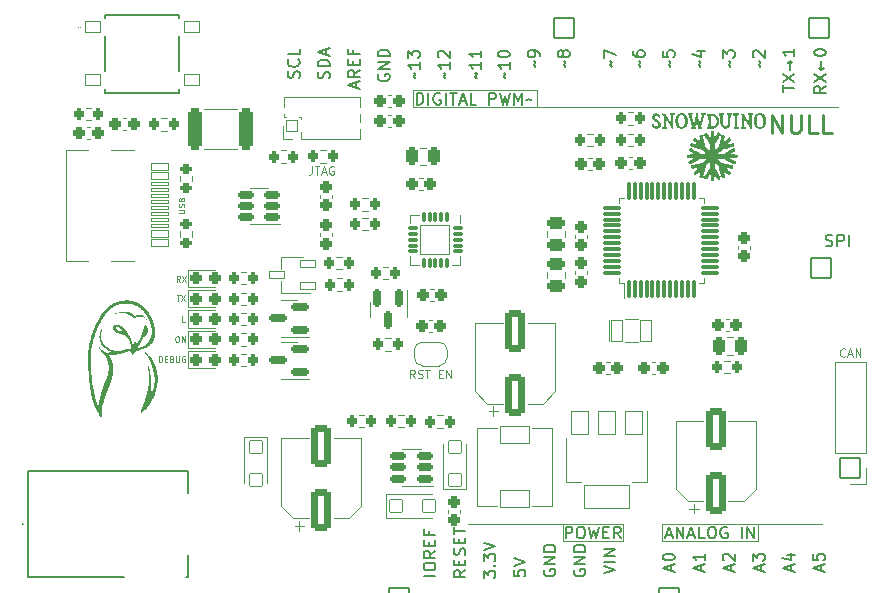
<source format=gto>
G04 #@! TF.GenerationSoftware,KiCad,Pcbnew,(6.0.1-0)*
G04 #@! TF.CreationDate,2023-01-23T19:01:16+00:00*
G04 #@! TF.ProjectId,Snowduino zero LE way,536e6f77-6475-4696-9e6f-207a65726f20,rev?*
G04 #@! TF.SameCoordinates,Original*
G04 #@! TF.FileFunction,Legend,Top*
G04 #@! TF.FilePolarity,Positive*
%FSLAX46Y46*%
G04 Gerber Fmt 4.6, Leading zero omitted, Abs format (unit mm)*
G04 Created by KiCad (PCBNEW (6.0.1-0)) date 2023-01-23 19:01:16*
%MOMM*%
%LPD*%
G01*
G04 APERTURE LIST*
G04 Aperture macros list*
%AMRoundRect*
0 Rectangle with rounded corners*
0 $1 Rounding radius*
0 $2 $3 $4 $5 $6 $7 $8 $9 X,Y pos of 4 corners*
0 Add a 4 corners polygon primitive as box body*
4,1,4,$2,$3,$4,$5,$6,$7,$8,$9,$2,$3,0*
0 Add four circle primitives for the rounded corners*
1,1,$1+$1,$2,$3*
1,1,$1+$1,$4,$5*
1,1,$1+$1,$6,$7*
1,1,$1+$1,$8,$9*
0 Add four rect primitives between the rounded corners*
20,1,$1+$1,$2,$3,$4,$5,0*
20,1,$1+$1,$4,$5,$6,$7,0*
20,1,$1+$1,$6,$7,$8,$9,0*
20,1,$1+$1,$8,$9,$2,$3,0*%
%AMFreePoly0*
4,1,37,0.535355,0.785355,0.550000,0.750000,0.550000,-0.750000,0.535355,-0.785355,0.500000,-0.800000,0.000000,-0.800000,-0.012524,-0.794812,-0.080857,-0.793560,-0.094851,-0.791293,-0.230166,-0.749018,-0.242962,-0.742915,-0.360972,-0.664360,-0.371540,-0.654911,-0.462760,-0.546392,-0.470252,-0.534356,-0.527347,-0.404597,-0.531159,-0.390943,-0.548742,-0.256483,-0.547388,-0.256306,-0.550000,-0.250000,
-0.550000,0.250000,-0.549522,0.251153,-0.549368,0.263802,-0.527557,0.403879,-0.523412,0.417435,-0.463164,0.545760,-0.455381,0.557609,-0.361537,0.663867,-0.350741,0.673055,-0.230846,0.748703,-0.217905,0.754492,-0.081598,0.793449,-0.067552,0.795373,-0.011991,0.795033,0.000000,0.800000,0.500000,0.800000,0.535355,0.785355,0.535355,0.785355,$1*%
%AMFreePoly1*
4,1,37,0.012350,0.794884,0.074210,0.794507,0.088231,0.792412,0.224052,0.751793,0.236921,0.745846,0.355883,0.668739,0.366566,0.659420,0.459104,0.552023,0.466742,0.540080,0.525419,0.411028,0.529398,0.397421,0.549495,0.257088,0.550000,0.250000,0.550000,-0.250000,0.549996,-0.250610,0.549847,-0.262826,0.549158,-0.270511,0.525638,-0.410312,0.521328,-0.423818,0.459516,-0.551397,
0.451589,-0.563150,0.356454,-0.668254,0.345546,-0.677309,0.224736,-0.751486,0.211726,-0.757116,0.074953,-0.794405,0.060885,-0.796158,0.011462,-0.795252,0.000000,-0.800000,-0.500000,-0.800000,-0.535355,-0.785355,-0.550000,-0.750000,-0.550000,0.750000,-0.535355,0.785355,-0.500000,0.800000,0.000000,0.800000,0.012350,0.794884,0.012350,0.794884,$1*%
G04 Aperture macros list end*
%ADD10C,0.120000*%
%ADD11C,0.150000*%
%ADD12C,0.100000*%
%ADD13C,0.125000*%
%ADD14C,0.220000*%
%ADD15C,0.200000*%
%ADD16C,3.300000*%
%ADD17RoundRect,0.050000X0.850000X-0.850000X0.850000X0.850000X-0.850000X0.850000X-0.850000X-0.850000X0*%
%ADD18O,1.800000X1.800000*%
%ADD19RoundRect,0.050000X-0.850000X0.850000X-0.850000X-0.850000X0.850000X-0.850000X0.850000X0.850000X0*%
%ADD20RoundRect,0.050000X-0.850000X-0.850000X0.850000X-0.850000X0.850000X0.850000X-0.850000X0.850000X0*%
%ADD21RoundRect,0.275000X0.250000X-0.225000X0.250000X0.225000X-0.250000X0.225000X-0.250000X-0.225000X0*%
%ADD22RoundRect,0.268750X-0.218750X-0.256250X0.218750X-0.256250X0.218750X0.256250X-0.218750X0.256250X0*%
%ADD23RoundRect,0.250000X0.200000X0.275000X-0.200000X0.275000X-0.200000X-0.275000X0.200000X-0.275000X0*%
%ADD24RoundRect,0.275000X-0.225000X-0.250000X0.225000X-0.250000X0.225000X0.250000X-0.225000X0.250000X0*%
%ADD25RoundRect,0.050000X0.850000X0.850000X-0.850000X0.850000X-0.850000X-0.850000X0.850000X-0.850000X0*%
%ADD26RoundRect,0.112500X-0.062500X0.350000X-0.062500X-0.350000X0.062500X-0.350000X0.062500X0.350000X0*%
%ADD27RoundRect,0.112500X-0.350000X0.062500X-0.350000X-0.062500X0.350000X-0.062500X0.350000X0.062500X0*%
%ADD28RoundRect,0.050000X-1.250000X1.250000X-1.250000X-1.250000X1.250000X-1.250000X1.250000X1.250000X0*%
%ADD29RoundRect,0.050000X1.200000X-0.750000X1.200000X0.750000X-1.200000X0.750000X-1.200000X-0.750000X0*%
%ADD30RoundRect,0.050000X-0.550000X-0.550000X0.550000X-0.550000X0.550000X0.550000X-0.550000X0.550000X0*%
%ADD31RoundRect,0.300000X0.312500X1.450000X-0.312500X1.450000X-0.312500X-1.450000X0.312500X-1.450000X0*%
%ADD32RoundRect,0.300000X-0.250000X-0.475000X0.250000X-0.475000X0.250000X0.475000X-0.250000X0.475000X0*%
%ADD33RoundRect,0.250000X0.275000X-0.200000X0.275000X0.200000X-0.275000X0.200000X-0.275000X-0.200000X0*%
%ADD34RoundRect,0.300000X0.550000X-1.500000X0.550000X1.500000X-0.550000X1.500000X-0.550000X-1.500000X0*%
%ADD35RoundRect,0.050000X-0.550000X0.550000X-0.550000X-0.550000X0.550000X-0.550000X0.550000X0.550000X0*%
%ADD36RoundRect,0.200000X-0.150000X0.587500X-0.150000X-0.587500X0.150000X-0.587500X0.150000X0.587500X0*%
%ADD37RoundRect,0.200000X0.587500X0.150000X-0.587500X0.150000X-0.587500X-0.150000X0.587500X-0.150000X0*%
%ADD38RoundRect,0.125000X0.075000X-0.662500X0.075000X0.662500X-0.075000X0.662500X-0.075000X-0.662500X0*%
%ADD39RoundRect,0.125000X0.662500X-0.075000X0.662500X0.075000X-0.662500X0.075000X-0.662500X-0.075000X0*%
%ADD40RoundRect,0.275000X-0.250000X0.225000X-0.250000X-0.225000X0.250000X-0.225000X0.250000X0.225000X0*%
%ADD41RoundRect,0.050000X0.500000X-0.500000X0.500000X0.500000X-0.500000X0.500000X-0.500000X-0.500000X0*%
%ADD42O,1.100000X1.100000*%
%ADD43RoundRect,0.200000X0.512500X0.150000X-0.512500X0.150000X-0.512500X-0.150000X0.512500X-0.150000X0*%
%ADD44FreePoly0,0.000000*%
%ADD45FreePoly1,0.000000*%
%ADD46RoundRect,0.050000X-0.500000X-0.900000X0.500000X-0.900000X0.500000X0.900000X-0.500000X0.900000X0*%
%ADD47RoundRect,0.300000X-0.475000X0.250000X-0.475000X-0.250000X0.475000X-0.250000X0.475000X0.250000X0*%
%ADD48RoundRect,0.050000X-0.750000X1.000000X-0.750000X-1.000000X0.750000X-1.000000X0.750000X1.000000X0*%
%ADD49RoundRect,0.050000X-1.900000X1.000000X-1.900000X-1.000000X1.900000X-1.000000X1.900000X1.000000X0*%
%ADD50RoundRect,0.250000X-0.200000X-0.275000X0.200000X-0.275000X0.200000X0.275000X-0.200000X0.275000X0*%
%ADD51RoundRect,0.275000X0.225000X0.250000X-0.225000X0.250000X-0.225000X-0.250000X0.225000X-0.250000X0*%
%ADD52RoundRect,0.300000X0.475000X-0.250000X0.475000X0.250000X-0.475000X0.250000X-0.475000X-0.250000X0*%
%ADD53RoundRect,0.050000X0.650000X-0.500000X0.650000X0.500000X-0.650000X0.500000X-0.650000X-0.500000X0*%
%ADD54C,0.750000*%
%ADD55RoundRect,0.050000X-0.725000X0.300000X-0.725000X-0.300000X0.725000X-0.300000X0.725000X0.300000X0*%
%ADD56RoundRect,0.050000X-0.725000X0.150000X-0.725000X-0.150000X0.725000X-0.150000X0.725000X0.150000X0*%
%ADD57O,2.200000X1.100000*%
%ADD58O,1.700000X1.100000*%
%ADD59RoundRect,0.050000X0.610000X0.325000X-0.610000X0.325000X-0.610000X-0.325000X0.610000X-0.325000X0*%
%ADD60C,1.600000*%
%ADD61C,4.750000*%
%ADD62RoundRect,0.050000X0.550000X-0.550000X0.550000X0.550000X-0.550000X0.550000X-0.550000X-0.550000X0*%
G04 APERTURE END LIST*
D10*
X146606000Y-81593000D02*
X110616000Y-81593000D01*
X131686000Y-116833000D02*
X145236000Y-116833000D01*
X123306000Y-116833000D02*
X115236000Y-116833000D01*
X128426000Y-116833000D02*
X123306000Y-116833000D01*
X123306000Y-116833000D02*
X123306000Y-118293000D01*
X123306000Y-118293000D02*
X128426000Y-118293000D01*
X128426000Y-118293000D02*
X128426000Y-116833000D01*
X110616000Y-81573000D02*
X121076000Y-81573000D01*
X121076000Y-81573000D02*
X121076000Y-80113000D01*
X121076000Y-80113000D02*
X110616000Y-80113000D01*
X110616000Y-80113000D02*
X110616000Y-81573000D01*
X131686000Y-116833000D02*
X139856000Y-116833000D01*
X139856000Y-116833000D02*
X139856000Y-118293000D01*
X139856000Y-118293000D02*
X131686000Y-118293000D01*
X131686000Y-118293000D02*
X131686000Y-116833000D01*
D11*
X129847428Y-78141095D02*
X129799809Y-78093476D01*
X129752190Y-77998238D01*
X129847428Y-77807761D01*
X129799809Y-77712523D01*
X129752190Y-77664904D01*
X129228380Y-76855380D02*
X129228380Y-77045857D01*
X129276000Y-77141095D01*
X129323619Y-77188714D01*
X129466476Y-77283952D01*
X129656952Y-77331571D01*
X130037904Y-77331571D01*
X130133142Y-77283952D01*
X130180761Y-77236333D01*
X130228380Y-77141095D01*
X130228380Y-76950619D01*
X130180761Y-76855380D01*
X130133142Y-76807761D01*
X130037904Y-76760142D01*
X129799809Y-76760142D01*
X129704571Y-76807761D01*
X129656952Y-76855380D01*
X129609333Y-76950619D01*
X129609333Y-77141095D01*
X129656952Y-77236333D01*
X129704571Y-77283952D01*
X129799809Y-77331571D01*
X123497428Y-78141095D02*
X123449809Y-78093476D01*
X123402190Y-77998238D01*
X123497428Y-77807761D01*
X123449809Y-77712523D01*
X123402190Y-77664904D01*
X123306952Y-77141095D02*
X123259333Y-77236333D01*
X123211714Y-77283952D01*
X123116476Y-77331571D01*
X123068857Y-77331571D01*
X122973619Y-77283952D01*
X122926000Y-77236333D01*
X122878380Y-77141095D01*
X122878380Y-76950619D01*
X122926000Y-76855380D01*
X122973619Y-76807761D01*
X123068857Y-76760142D01*
X123116476Y-76760142D01*
X123211714Y-76807761D01*
X123259333Y-76855380D01*
X123306952Y-76950619D01*
X123306952Y-77141095D01*
X123354571Y-77236333D01*
X123402190Y-77283952D01*
X123497428Y-77331571D01*
X123687904Y-77331571D01*
X123783142Y-77283952D01*
X123830761Y-77236333D01*
X123878380Y-77141095D01*
X123878380Y-76950619D01*
X123830761Y-76855380D01*
X123783142Y-76807761D01*
X123687904Y-76760142D01*
X123497428Y-76760142D01*
X123402190Y-76807761D01*
X123354571Y-76855380D01*
X123306952Y-76950619D01*
X103510761Y-79125285D02*
X103558380Y-78982428D01*
X103558380Y-78744333D01*
X103510761Y-78649095D01*
X103463142Y-78601476D01*
X103367904Y-78553857D01*
X103272666Y-78553857D01*
X103177428Y-78601476D01*
X103129809Y-78649095D01*
X103082190Y-78744333D01*
X103034571Y-78934809D01*
X102986952Y-79030047D01*
X102939333Y-79077666D01*
X102844095Y-79125285D01*
X102748857Y-79125285D01*
X102653619Y-79077666D01*
X102606000Y-79030047D01*
X102558380Y-78934809D01*
X102558380Y-78696714D01*
X102606000Y-78553857D01*
X103558380Y-78125285D02*
X102558380Y-78125285D01*
X102558380Y-77887190D01*
X102606000Y-77744333D01*
X102701238Y-77649095D01*
X102796476Y-77601476D01*
X102986952Y-77553857D01*
X103129809Y-77553857D01*
X103320285Y-77601476D01*
X103415523Y-77649095D01*
X103510761Y-77744333D01*
X103558380Y-77887190D01*
X103558380Y-78125285D01*
X103272666Y-77172904D02*
X103272666Y-76696714D01*
X103558380Y-77268142D02*
X102558380Y-76934809D01*
X103558380Y-76601476D01*
X113337428Y-79125285D02*
X113289809Y-79077666D01*
X113242190Y-78982428D01*
X113337428Y-78791952D01*
X113289809Y-78696714D01*
X113242190Y-78649095D01*
X113718380Y-77744333D02*
X113718380Y-78315761D01*
X113718380Y-78030047D02*
X112718380Y-78030047D01*
X112861238Y-78125285D01*
X112956476Y-78220523D01*
X113004095Y-78315761D01*
X112813619Y-77363380D02*
X112766000Y-77315761D01*
X112718380Y-77220523D01*
X112718380Y-76982428D01*
X112766000Y-76887190D01*
X112813619Y-76839571D01*
X112908857Y-76791952D01*
X113004095Y-76791952D01*
X113146952Y-76839571D01*
X113718380Y-77411000D01*
X113718380Y-76791952D01*
X116004428Y-79125285D02*
X115956809Y-79077666D01*
X115909190Y-78982428D01*
X116004428Y-78791952D01*
X115956809Y-78696714D01*
X115909190Y-78649095D01*
X116385380Y-77744333D02*
X116385380Y-78315761D01*
X116385380Y-78030047D02*
X115385380Y-78030047D01*
X115528238Y-78125285D01*
X115623476Y-78220523D01*
X115671095Y-78315761D01*
X116385380Y-76791952D02*
X116385380Y-77363380D01*
X116385380Y-77077666D02*
X115385380Y-77077666D01*
X115528238Y-77172904D01*
X115623476Y-77268142D01*
X115671095Y-77363380D01*
X140102666Y-120807285D02*
X140102666Y-120331095D01*
X140388380Y-120902523D02*
X139388380Y-120569190D01*
X140388380Y-120235857D01*
X139388380Y-119997761D02*
X139388380Y-119378714D01*
X139769333Y-119712047D01*
X139769333Y-119569190D01*
X139816952Y-119473952D01*
X139864571Y-119426333D01*
X139959809Y-119378714D01*
X140197904Y-119378714D01*
X140293142Y-119426333D01*
X140340761Y-119473952D01*
X140388380Y-119569190D01*
X140388380Y-119854904D01*
X140340761Y-119950142D01*
X140293142Y-119997761D01*
X110797428Y-79125285D02*
X110749809Y-79077666D01*
X110702190Y-78982428D01*
X110797428Y-78791952D01*
X110749809Y-78696714D01*
X110702190Y-78649095D01*
X111178380Y-77744333D02*
X111178380Y-78315761D01*
X111178380Y-78030047D02*
X110178380Y-78030047D01*
X110321238Y-78125285D01*
X110416476Y-78220523D01*
X110464095Y-78315761D01*
X110178380Y-77411000D02*
X110178380Y-76791952D01*
X110559333Y-77125285D01*
X110559333Y-76982428D01*
X110606952Y-76887190D01*
X110654571Y-76839571D01*
X110749809Y-76791952D01*
X110987904Y-76791952D01*
X111083142Y-76839571D01*
X111130761Y-76887190D01*
X111178380Y-76982428D01*
X111178380Y-77268142D01*
X111130761Y-77363380D01*
X111083142Y-77411000D01*
D12*
X90620476Y-100984190D02*
X90715714Y-100984190D01*
X90763333Y-101008000D01*
X90810952Y-101055619D01*
X90834761Y-101150857D01*
X90834761Y-101317523D01*
X90810952Y-101412761D01*
X90763333Y-101460380D01*
X90715714Y-101484190D01*
X90620476Y-101484190D01*
X90572857Y-101460380D01*
X90525238Y-101412761D01*
X90501428Y-101317523D01*
X90501428Y-101150857D01*
X90525238Y-101055619D01*
X90572857Y-101008000D01*
X90620476Y-100984190D01*
X91049047Y-101484190D02*
X91049047Y-100984190D01*
X91334761Y-101484190D01*
X91334761Y-100984190D01*
D11*
X126758380Y-121053238D02*
X127758380Y-120719904D01*
X126758380Y-120386571D01*
X127758380Y-120053238D02*
X126758380Y-120053238D01*
X127758380Y-119577047D02*
X126758380Y-119577047D01*
X127758380Y-119005619D01*
X126758380Y-119005619D01*
X127434428Y-78141095D02*
X127386809Y-78093476D01*
X127339190Y-77998238D01*
X127434428Y-77807761D01*
X127386809Y-77712523D01*
X127339190Y-77664904D01*
X126815380Y-77379190D02*
X126815380Y-76712523D01*
X127815380Y-77141095D01*
X107686000Y-78799904D02*
X107638380Y-78895142D01*
X107638380Y-79038000D01*
X107686000Y-79180857D01*
X107781238Y-79276095D01*
X107876476Y-79323714D01*
X108066952Y-79371333D01*
X108209809Y-79371333D01*
X108400285Y-79323714D01*
X108495523Y-79276095D01*
X108590761Y-79180857D01*
X108638380Y-79038000D01*
X108638380Y-78942761D01*
X108590761Y-78799904D01*
X108543142Y-78752285D01*
X108209809Y-78752285D01*
X108209809Y-78942761D01*
X108638380Y-78323714D02*
X107638380Y-78323714D01*
X108638380Y-77752285D01*
X107638380Y-77752285D01*
X108638380Y-77276095D02*
X107638380Y-77276095D01*
X107638380Y-77038000D01*
X107686000Y-76895142D01*
X107781238Y-76799904D01*
X107876476Y-76752285D01*
X108066952Y-76704666D01*
X108209809Y-76704666D01*
X108400285Y-76752285D01*
X108495523Y-76799904D01*
X108590761Y-76895142D01*
X108638380Y-77038000D01*
X108638380Y-77276095D01*
X145182666Y-120807285D02*
X145182666Y-120331095D01*
X145468380Y-120902523D02*
X144468380Y-120569190D01*
X145468380Y-120235857D01*
X144468380Y-119426333D02*
X144468380Y-119902523D01*
X144944571Y-119950142D01*
X144896952Y-119902523D01*
X144849333Y-119807285D01*
X144849333Y-119569190D01*
X144896952Y-119473952D01*
X144944571Y-119426333D01*
X145039809Y-119378714D01*
X145277904Y-119378714D01*
X145373142Y-119426333D01*
X145420761Y-119473952D01*
X145468380Y-119569190D01*
X145468380Y-119807285D01*
X145420761Y-119902523D01*
X145373142Y-119950142D01*
X118417428Y-79125285D02*
X118369809Y-79077666D01*
X118322190Y-78982428D01*
X118417428Y-78791952D01*
X118369809Y-78696714D01*
X118322190Y-78649095D01*
X118798380Y-77744333D02*
X118798380Y-78315761D01*
X118798380Y-78030047D02*
X117798380Y-78030047D01*
X117941238Y-78125285D01*
X118036476Y-78220523D01*
X118084095Y-78315761D01*
X117798380Y-77125285D02*
X117798380Y-77030047D01*
X117846000Y-76934809D01*
X117893619Y-76887190D01*
X117988857Y-76839571D01*
X118179333Y-76791952D01*
X118417428Y-76791952D01*
X118607904Y-76839571D01*
X118703142Y-76887190D01*
X118750761Y-76934809D01*
X118798380Y-77030047D01*
X118798380Y-77125285D01*
X118750761Y-77220523D01*
X118703142Y-77268142D01*
X118607904Y-77315761D01*
X118417428Y-77363380D01*
X118179333Y-77363380D01*
X117988857Y-77315761D01*
X117893619Y-77268142D01*
X117846000Y-77220523D01*
X117798380Y-77125285D01*
X120957428Y-78141095D02*
X120909809Y-78093476D01*
X120862190Y-77998238D01*
X120957428Y-77807761D01*
X120909809Y-77712523D01*
X120862190Y-77664904D01*
X121338380Y-77236333D02*
X121338380Y-77045857D01*
X121290761Y-76950619D01*
X121243142Y-76903000D01*
X121100285Y-76807761D01*
X120909809Y-76760142D01*
X120528857Y-76760142D01*
X120433619Y-76807761D01*
X120386000Y-76855380D01*
X120338380Y-76950619D01*
X120338380Y-77141095D01*
X120386000Y-77236333D01*
X120433619Y-77283952D01*
X120528857Y-77331571D01*
X120766952Y-77331571D01*
X120862190Y-77283952D01*
X120909809Y-77236333D01*
X120957428Y-77141095D01*
X120957428Y-76950619D01*
X120909809Y-76855380D01*
X120862190Y-76807761D01*
X120766952Y-76760142D01*
D12*
X110761666Y-104506666D02*
X110528333Y-104173333D01*
X110361666Y-104506666D02*
X110361666Y-103806666D01*
X110628333Y-103806666D01*
X110695000Y-103840000D01*
X110728333Y-103873333D01*
X110761666Y-103940000D01*
X110761666Y-104040000D01*
X110728333Y-104106666D01*
X110695000Y-104140000D01*
X110628333Y-104173333D01*
X110361666Y-104173333D01*
X111028333Y-104473333D02*
X111128333Y-104506666D01*
X111295000Y-104506666D01*
X111361666Y-104473333D01*
X111395000Y-104440000D01*
X111428333Y-104373333D01*
X111428333Y-104306666D01*
X111395000Y-104240000D01*
X111361666Y-104206666D01*
X111295000Y-104173333D01*
X111161666Y-104140000D01*
X111095000Y-104106666D01*
X111061666Y-104073333D01*
X111028333Y-104006666D01*
X111028333Y-103940000D01*
X111061666Y-103873333D01*
X111095000Y-103840000D01*
X111161666Y-103806666D01*
X111328333Y-103806666D01*
X111428333Y-103840000D01*
X111628333Y-103806666D02*
X112028333Y-103806666D01*
X111828333Y-104506666D02*
X111828333Y-103806666D01*
X112795000Y-104140000D02*
X113028333Y-104140000D01*
X113128333Y-104506666D02*
X112795000Y-104506666D01*
X112795000Y-103806666D01*
X113128333Y-103806666D01*
X113428333Y-104506666D02*
X113428333Y-103806666D01*
X113828333Y-104506666D01*
X113828333Y-103806666D01*
D11*
X105812666Y-79911047D02*
X105812666Y-79434857D01*
X106098380Y-80006285D02*
X105098380Y-79672952D01*
X106098380Y-79339619D01*
X106098380Y-78434857D02*
X105622190Y-78768190D01*
X106098380Y-79006285D02*
X105098380Y-79006285D01*
X105098380Y-78625333D01*
X105146000Y-78530095D01*
X105193619Y-78482476D01*
X105288857Y-78434857D01*
X105431714Y-78434857D01*
X105526952Y-78482476D01*
X105574571Y-78530095D01*
X105622190Y-78625333D01*
X105622190Y-79006285D01*
X105574571Y-78006285D02*
X105574571Y-77672952D01*
X106098380Y-77530095D02*
X106098380Y-78006285D01*
X105098380Y-78006285D01*
X105098380Y-77530095D01*
X105574571Y-76768190D02*
X105574571Y-77101523D01*
X106098380Y-77101523D02*
X105098380Y-77101523D01*
X105098380Y-76625333D01*
D12*
X90897666Y-96336190D02*
X90731000Y-96098095D01*
X90611952Y-96336190D02*
X90611952Y-95836190D01*
X90802428Y-95836190D01*
X90850047Y-95860000D01*
X90873857Y-95883809D01*
X90897666Y-95931428D01*
X90897666Y-96002857D01*
X90873857Y-96050476D01*
X90850047Y-96074285D01*
X90802428Y-96098095D01*
X90611952Y-96098095D01*
X91064333Y-95836190D02*
X91397666Y-96336190D01*
X91397666Y-95836190D02*
X91064333Y-96336190D01*
D11*
X116598380Y-121434190D02*
X116598380Y-120815142D01*
X116979333Y-121148476D01*
X116979333Y-121005619D01*
X117026952Y-120910380D01*
X117074571Y-120862761D01*
X117169809Y-120815142D01*
X117407904Y-120815142D01*
X117503142Y-120862761D01*
X117550761Y-120910380D01*
X117598380Y-121005619D01*
X117598380Y-121291333D01*
X117550761Y-121386571D01*
X117503142Y-121434190D01*
X117503142Y-120386571D02*
X117550761Y-120338952D01*
X117598380Y-120386571D01*
X117550761Y-120434190D01*
X117503142Y-120386571D01*
X117598380Y-120386571D01*
X116598380Y-120005619D02*
X116598380Y-119386571D01*
X116979333Y-119719904D01*
X116979333Y-119577047D01*
X117026952Y-119481809D01*
X117074571Y-119434190D01*
X117169809Y-119386571D01*
X117407904Y-119386571D01*
X117503142Y-119434190D01*
X117550761Y-119481809D01*
X117598380Y-119577047D01*
X117598380Y-119862761D01*
X117550761Y-119958000D01*
X117503142Y-120005619D01*
X116598380Y-119100857D02*
X117598380Y-118767523D01*
X116598380Y-118434190D01*
X123536476Y-118085380D02*
X123536476Y-117085380D01*
X123917428Y-117085380D01*
X124012666Y-117133000D01*
X124060285Y-117180619D01*
X124107904Y-117275857D01*
X124107904Y-117418714D01*
X124060285Y-117513952D01*
X124012666Y-117561571D01*
X123917428Y-117609190D01*
X123536476Y-117609190D01*
X124726952Y-117085380D02*
X124917428Y-117085380D01*
X125012666Y-117133000D01*
X125107904Y-117228238D01*
X125155523Y-117418714D01*
X125155523Y-117752047D01*
X125107904Y-117942523D01*
X125012666Y-118037761D01*
X124917428Y-118085380D01*
X124726952Y-118085380D01*
X124631714Y-118037761D01*
X124536476Y-117942523D01*
X124488857Y-117752047D01*
X124488857Y-117418714D01*
X124536476Y-117228238D01*
X124631714Y-117133000D01*
X124726952Y-117085380D01*
X125488857Y-117085380D02*
X125726952Y-118085380D01*
X125917428Y-117371095D01*
X126107904Y-118085380D01*
X126346000Y-117085380D01*
X126726952Y-117561571D02*
X127060285Y-117561571D01*
X127203142Y-118085380D02*
X126726952Y-118085380D01*
X126726952Y-117085380D01*
X127203142Y-117085380D01*
X128203142Y-118085380D02*
X127869809Y-117609190D01*
X127631714Y-118085380D02*
X127631714Y-117085380D01*
X128012666Y-117085380D01*
X128107904Y-117133000D01*
X128155523Y-117180619D01*
X128203142Y-117275857D01*
X128203142Y-117418714D01*
X128155523Y-117513952D01*
X128107904Y-117561571D01*
X128012666Y-117609190D01*
X127631714Y-117609190D01*
X100970761Y-79101476D02*
X101018380Y-78958619D01*
X101018380Y-78720523D01*
X100970761Y-78625285D01*
X100923142Y-78577666D01*
X100827904Y-78530047D01*
X100732666Y-78530047D01*
X100637428Y-78577666D01*
X100589809Y-78625285D01*
X100542190Y-78720523D01*
X100494571Y-78911000D01*
X100446952Y-79006238D01*
X100399333Y-79053857D01*
X100304095Y-79101476D01*
X100208857Y-79101476D01*
X100113619Y-79053857D01*
X100066000Y-79006238D01*
X100018380Y-78911000D01*
X100018380Y-78672904D01*
X100066000Y-78530047D01*
X100923142Y-77530047D02*
X100970761Y-77577666D01*
X101018380Y-77720523D01*
X101018380Y-77815761D01*
X100970761Y-77958619D01*
X100875523Y-78053857D01*
X100780285Y-78101476D01*
X100589809Y-78149095D01*
X100446952Y-78149095D01*
X100256476Y-78101476D01*
X100161238Y-78053857D01*
X100066000Y-77958619D01*
X100018380Y-77815761D01*
X100018380Y-77720523D01*
X100066000Y-77577666D01*
X100113619Y-77530047D01*
X101018380Y-76625285D02*
X101018380Y-77101476D01*
X100018380Y-77101476D01*
X110922666Y-81355380D02*
X110922666Y-80355380D01*
X111160761Y-80355380D01*
X111303619Y-80403000D01*
X111398857Y-80498238D01*
X111446476Y-80593476D01*
X111494095Y-80783952D01*
X111494095Y-80926809D01*
X111446476Y-81117285D01*
X111398857Y-81212523D01*
X111303619Y-81307761D01*
X111160761Y-81355380D01*
X110922666Y-81355380D01*
X111922666Y-81355380D02*
X111922666Y-80355380D01*
X112922666Y-80403000D02*
X112827428Y-80355380D01*
X112684571Y-80355380D01*
X112541714Y-80403000D01*
X112446476Y-80498238D01*
X112398857Y-80593476D01*
X112351238Y-80783952D01*
X112351238Y-80926809D01*
X112398857Y-81117285D01*
X112446476Y-81212523D01*
X112541714Y-81307761D01*
X112684571Y-81355380D01*
X112779809Y-81355380D01*
X112922666Y-81307761D01*
X112970285Y-81260142D01*
X112970285Y-80926809D01*
X112779809Y-80926809D01*
X113398857Y-81355380D02*
X113398857Y-80355380D01*
X113732190Y-80355380D02*
X114303619Y-80355380D01*
X114017904Y-81355380D02*
X114017904Y-80355380D01*
X114589333Y-81069666D02*
X115065523Y-81069666D01*
X114494095Y-81355380D02*
X114827428Y-80355380D01*
X115160761Y-81355380D01*
X115970285Y-81355380D02*
X115494095Y-81355380D01*
X115494095Y-80355380D01*
X117065523Y-81355380D02*
X117065523Y-80355380D01*
X117446476Y-80355380D01*
X117541714Y-80403000D01*
X117589333Y-80450619D01*
X117636952Y-80545857D01*
X117636952Y-80688714D01*
X117589333Y-80783952D01*
X117541714Y-80831571D01*
X117446476Y-80879190D01*
X117065523Y-80879190D01*
X117970285Y-80355380D02*
X118208380Y-81355380D01*
X118398857Y-80641095D01*
X118589333Y-81355380D01*
X118827428Y-80355380D01*
X119208380Y-81355380D02*
X119208380Y-80355380D01*
X119541714Y-81069666D01*
X119875047Y-80355380D01*
X119875047Y-81355380D01*
X120208380Y-80974428D02*
X120256000Y-80926809D01*
X120351238Y-80879190D01*
X120541714Y-80974428D01*
X120636952Y-80926809D01*
X120684571Y-80879190D01*
D13*
X90767190Y-90555952D02*
X91171952Y-90555952D01*
X91219571Y-90532142D01*
X91243380Y-90508333D01*
X91267190Y-90460714D01*
X91267190Y-90365476D01*
X91243380Y-90317857D01*
X91219571Y-90294047D01*
X91171952Y-90270238D01*
X90767190Y-90270238D01*
X91243380Y-90055952D02*
X91267190Y-89984523D01*
X91267190Y-89865476D01*
X91243380Y-89817857D01*
X91219571Y-89794047D01*
X91171952Y-89770238D01*
X91124333Y-89770238D01*
X91076714Y-89794047D01*
X91052904Y-89817857D01*
X91029095Y-89865476D01*
X91005285Y-89960714D01*
X90981476Y-90008333D01*
X90957666Y-90032142D01*
X90910047Y-90055952D01*
X90862428Y-90055952D01*
X90814809Y-90032142D01*
X90791000Y-90008333D01*
X90767190Y-89960714D01*
X90767190Y-89841666D01*
X90791000Y-89770238D01*
X91005285Y-89389285D02*
X91029095Y-89317857D01*
X91052904Y-89294047D01*
X91100523Y-89270238D01*
X91171952Y-89270238D01*
X91219571Y-89294047D01*
X91243380Y-89317857D01*
X91267190Y-89365476D01*
X91267190Y-89555952D01*
X90767190Y-89555952D01*
X90767190Y-89389285D01*
X90791000Y-89341666D01*
X90814809Y-89317857D01*
X90862428Y-89294047D01*
X90910047Y-89294047D01*
X90957666Y-89317857D01*
X90981476Y-89341666D01*
X91005285Y-89389285D01*
X91005285Y-89555952D01*
D12*
X90611047Y-97508190D02*
X90896761Y-97508190D01*
X90753904Y-98008190D02*
X90753904Y-97508190D01*
X91015809Y-97508190D02*
X91349142Y-98008190D01*
X91349142Y-97508190D02*
X91015809Y-98008190D01*
D11*
X112518380Y-121227761D02*
X111518380Y-121227761D01*
X111518380Y-120561095D02*
X111518380Y-120370619D01*
X111566000Y-120275380D01*
X111661238Y-120180142D01*
X111851714Y-120132523D01*
X112185047Y-120132523D01*
X112375523Y-120180142D01*
X112470761Y-120275380D01*
X112518380Y-120370619D01*
X112518380Y-120561095D01*
X112470761Y-120656333D01*
X112375523Y-120751571D01*
X112185047Y-120799190D01*
X111851714Y-120799190D01*
X111661238Y-120751571D01*
X111566000Y-120656333D01*
X111518380Y-120561095D01*
X112518380Y-119132523D02*
X112042190Y-119465857D01*
X112518380Y-119703952D02*
X111518380Y-119703952D01*
X111518380Y-119323000D01*
X111566000Y-119227761D01*
X111613619Y-119180142D01*
X111708857Y-119132523D01*
X111851714Y-119132523D01*
X111946952Y-119180142D01*
X111994571Y-119227761D01*
X112042190Y-119323000D01*
X112042190Y-119703952D01*
X111994571Y-118703952D02*
X111994571Y-118370619D01*
X112518380Y-118227761D02*
X112518380Y-118703952D01*
X111518380Y-118703952D01*
X111518380Y-118227761D01*
X111994571Y-117465857D02*
X111994571Y-117799190D01*
X112518380Y-117799190D02*
X111518380Y-117799190D01*
X111518380Y-117323000D01*
X121726000Y-120719904D02*
X121678380Y-120815142D01*
X121678380Y-120958000D01*
X121726000Y-121100857D01*
X121821238Y-121196095D01*
X121916476Y-121243714D01*
X122106952Y-121291333D01*
X122249809Y-121291333D01*
X122440285Y-121243714D01*
X122535523Y-121196095D01*
X122630761Y-121100857D01*
X122678380Y-120958000D01*
X122678380Y-120862761D01*
X122630761Y-120719904D01*
X122583142Y-120672285D01*
X122249809Y-120672285D01*
X122249809Y-120862761D01*
X122678380Y-120243714D02*
X121678380Y-120243714D01*
X122678380Y-119672285D01*
X121678380Y-119672285D01*
X122678380Y-119196095D02*
X121678380Y-119196095D01*
X121678380Y-118958000D01*
X121726000Y-118815142D01*
X121821238Y-118719904D01*
X121916476Y-118672285D01*
X122106952Y-118624666D01*
X122249809Y-118624666D01*
X122440285Y-118672285D01*
X122535523Y-118719904D01*
X122630761Y-118815142D01*
X122678380Y-118958000D01*
X122678380Y-119196095D01*
D12*
X91331761Y-99771190D02*
X91093666Y-99771190D01*
X91093666Y-99271190D01*
D11*
X132387428Y-78141095D02*
X132339809Y-78093476D01*
X132292190Y-77998238D01*
X132387428Y-77807761D01*
X132339809Y-77712523D01*
X132292190Y-77664904D01*
X131768380Y-76807761D02*
X131768380Y-77283952D01*
X132244571Y-77331571D01*
X132196952Y-77283952D01*
X132149333Y-77188714D01*
X132149333Y-76950619D01*
X132196952Y-76855380D01*
X132244571Y-76807761D01*
X132339809Y-76760142D01*
X132577904Y-76760142D01*
X132673142Y-76807761D01*
X132720761Y-76855380D01*
X132768380Y-76950619D01*
X132768380Y-77188714D01*
X132720761Y-77283952D01*
X132673142Y-77331571D01*
X142642666Y-120807285D02*
X142642666Y-120331095D01*
X142928380Y-120902523D02*
X141928380Y-120569190D01*
X142928380Y-120235857D01*
X142261714Y-119473952D02*
X142928380Y-119473952D01*
X141880761Y-119712047D02*
X142595047Y-119950142D01*
X142595047Y-119331095D01*
X124266000Y-120719904D02*
X124218380Y-120815142D01*
X124218380Y-120958000D01*
X124266000Y-121100857D01*
X124361238Y-121196095D01*
X124456476Y-121243714D01*
X124646952Y-121291333D01*
X124789809Y-121291333D01*
X124980285Y-121243714D01*
X125075523Y-121196095D01*
X125170761Y-121100857D01*
X125218380Y-120958000D01*
X125218380Y-120862761D01*
X125170761Y-120719904D01*
X125123142Y-120672285D01*
X124789809Y-120672285D01*
X124789809Y-120862761D01*
X125218380Y-120243714D02*
X124218380Y-120243714D01*
X125218380Y-119672285D01*
X124218380Y-119672285D01*
X125218380Y-119196095D02*
X124218380Y-119196095D01*
X124218380Y-118958000D01*
X124266000Y-118815142D01*
X124361238Y-118719904D01*
X124456476Y-118672285D01*
X124646952Y-118624666D01*
X124789809Y-118624666D01*
X124980285Y-118672285D01*
X125075523Y-118719904D01*
X125170761Y-118815142D01*
X125218380Y-118958000D01*
X125218380Y-119196095D01*
X145575380Y-79791904D02*
X145099190Y-80125238D01*
X145575380Y-80363333D02*
X144575380Y-80363333D01*
X144575380Y-79982380D01*
X144623000Y-79887142D01*
X144670619Y-79839523D01*
X144765857Y-79791904D01*
X144908714Y-79791904D01*
X145003952Y-79839523D01*
X145051571Y-79887142D01*
X145099190Y-79982380D01*
X145099190Y-80363333D01*
X144575380Y-79458571D02*
X145575380Y-78791904D01*
X144575380Y-78791904D02*
X145575380Y-79458571D01*
X145194428Y-77649047D02*
X145194428Y-78410952D01*
X145384904Y-78220476D02*
X145194428Y-78410952D01*
X145003952Y-78220476D01*
X144575380Y-76982380D02*
X144575380Y-76887142D01*
X144623000Y-76791904D01*
X144670619Y-76744285D01*
X144765857Y-76696666D01*
X144956333Y-76649047D01*
X145194428Y-76649047D01*
X145384904Y-76696666D01*
X145480142Y-76744285D01*
X145527761Y-76791904D01*
X145575380Y-76887142D01*
X145575380Y-76982380D01*
X145527761Y-77077619D01*
X145480142Y-77125238D01*
X145384904Y-77172857D01*
X145194428Y-77220476D01*
X144956333Y-77220476D01*
X144765857Y-77172857D01*
X144670619Y-77125238D01*
X144623000Y-77077619D01*
X144575380Y-76982380D01*
X115058380Y-120775380D02*
X114582190Y-121108714D01*
X115058380Y-121346809D02*
X114058380Y-121346809D01*
X114058380Y-120965857D01*
X114106000Y-120870619D01*
X114153619Y-120823000D01*
X114248857Y-120775380D01*
X114391714Y-120775380D01*
X114486952Y-120823000D01*
X114534571Y-120870619D01*
X114582190Y-120965857D01*
X114582190Y-121346809D01*
X114534571Y-120346809D02*
X114534571Y-120013476D01*
X115058380Y-119870619D02*
X115058380Y-120346809D01*
X114058380Y-120346809D01*
X114058380Y-119870619D01*
X115010761Y-119489666D02*
X115058380Y-119346809D01*
X115058380Y-119108714D01*
X115010761Y-119013476D01*
X114963142Y-118965857D01*
X114867904Y-118918238D01*
X114772666Y-118918238D01*
X114677428Y-118965857D01*
X114629809Y-119013476D01*
X114582190Y-119108714D01*
X114534571Y-119299190D01*
X114486952Y-119394428D01*
X114439333Y-119442047D01*
X114344095Y-119489666D01*
X114248857Y-119489666D01*
X114153619Y-119442047D01*
X114106000Y-119394428D01*
X114058380Y-119299190D01*
X114058380Y-119061095D01*
X114106000Y-118918238D01*
X114534571Y-118489666D02*
X114534571Y-118156333D01*
X115058380Y-118013476D02*
X115058380Y-118489666D01*
X114058380Y-118489666D01*
X114058380Y-118013476D01*
X114058380Y-117727761D02*
X114058380Y-117156333D01*
X115058380Y-117442047D02*
X114058380Y-117442047D01*
X132482666Y-120807285D02*
X132482666Y-120331095D01*
X132768380Y-120902523D02*
X131768380Y-120569190D01*
X132768380Y-120235857D01*
X131768380Y-119712047D02*
X131768380Y-119616809D01*
X131816000Y-119521571D01*
X131863619Y-119473952D01*
X131958857Y-119426333D01*
X132149333Y-119378714D01*
X132387428Y-119378714D01*
X132577904Y-119426333D01*
X132673142Y-119473952D01*
X132720761Y-119521571D01*
X132768380Y-119616809D01*
X132768380Y-119712047D01*
X132720761Y-119807285D01*
X132673142Y-119854904D01*
X132577904Y-119902523D01*
X132387428Y-119950142D01*
X132149333Y-119950142D01*
X131958857Y-119902523D01*
X131863619Y-119854904D01*
X131816000Y-119807285D01*
X131768380Y-119712047D01*
X137562666Y-120807285D02*
X137562666Y-120331095D01*
X137848380Y-120902523D02*
X136848380Y-120569190D01*
X137848380Y-120235857D01*
X136943619Y-119950142D02*
X136896000Y-119902523D01*
X136848380Y-119807285D01*
X136848380Y-119569190D01*
X136896000Y-119473952D01*
X136943619Y-119426333D01*
X137038857Y-119378714D01*
X137134095Y-119378714D01*
X137276952Y-119426333D01*
X137848380Y-119997761D01*
X137848380Y-119378714D01*
X141908380Y-80260142D02*
X141908380Y-79688714D01*
X142908380Y-79974428D02*
X141908380Y-79974428D01*
X141908380Y-79450619D02*
X142908380Y-78783952D01*
X141908380Y-78783952D02*
X142908380Y-79450619D01*
X142527428Y-78403000D02*
X142527428Y-77641095D01*
X142717904Y-77831571D02*
X142527428Y-77641095D01*
X142336952Y-77831571D01*
X142908380Y-76641095D02*
X142908380Y-77212523D01*
X142908380Y-76926809D02*
X141908380Y-76926809D01*
X142051238Y-77022047D01*
X142146476Y-77117285D01*
X142194095Y-77212523D01*
X134927428Y-78141095D02*
X134879809Y-78093476D01*
X134832190Y-77998238D01*
X134927428Y-77807761D01*
X134879809Y-77712523D01*
X134832190Y-77664904D01*
X134641714Y-76855380D02*
X135308380Y-76855380D01*
X134260761Y-77093476D02*
X134975047Y-77331571D01*
X134975047Y-76712523D01*
X132024095Y-117799666D02*
X132500285Y-117799666D01*
X131928857Y-118085380D02*
X132262190Y-117085380D01*
X132595523Y-118085380D01*
X132928857Y-118085380D02*
X132928857Y-117085380D01*
X133500285Y-118085380D01*
X133500285Y-117085380D01*
X133928857Y-117799666D02*
X134405047Y-117799666D01*
X133833619Y-118085380D02*
X134166952Y-117085380D01*
X134500285Y-118085380D01*
X135309809Y-118085380D02*
X134833619Y-118085380D01*
X134833619Y-117085380D01*
X135833619Y-117085380D02*
X136024095Y-117085380D01*
X136119333Y-117133000D01*
X136214571Y-117228238D01*
X136262190Y-117418714D01*
X136262190Y-117752047D01*
X136214571Y-117942523D01*
X136119333Y-118037761D01*
X136024095Y-118085380D01*
X135833619Y-118085380D01*
X135738380Y-118037761D01*
X135643142Y-117942523D01*
X135595523Y-117752047D01*
X135595523Y-117418714D01*
X135643142Y-117228238D01*
X135738380Y-117133000D01*
X135833619Y-117085380D01*
X137214571Y-117133000D02*
X137119333Y-117085380D01*
X136976476Y-117085380D01*
X136833619Y-117133000D01*
X136738380Y-117228238D01*
X136690761Y-117323476D01*
X136643142Y-117513952D01*
X136643142Y-117656809D01*
X136690761Y-117847285D01*
X136738380Y-117942523D01*
X136833619Y-118037761D01*
X136976476Y-118085380D01*
X137071714Y-118085380D01*
X137214571Y-118037761D01*
X137262190Y-117990142D01*
X137262190Y-117656809D01*
X137071714Y-117656809D01*
X138452666Y-118085380D02*
X138452666Y-117085380D01*
X138928857Y-118085380D02*
X138928857Y-117085380D01*
X139500285Y-118085380D01*
X139500285Y-117085380D01*
X135022666Y-120807285D02*
X135022666Y-120331095D01*
X135308380Y-120902523D02*
X134308380Y-120569190D01*
X135308380Y-120235857D01*
X135308380Y-119378714D02*
X135308380Y-119950142D01*
X135308380Y-119664428D02*
X134308380Y-119664428D01*
X134451238Y-119759666D01*
X134546476Y-119854904D01*
X134594095Y-119950142D01*
D13*
X102061333Y-86577666D02*
X102061333Y-87077666D01*
X102028000Y-87177666D01*
X101961333Y-87244333D01*
X101861333Y-87277666D01*
X101794666Y-87277666D01*
X102294666Y-86577666D02*
X102694666Y-86577666D01*
X102494666Y-87277666D02*
X102494666Y-86577666D01*
X102894666Y-87077666D02*
X103228000Y-87077666D01*
X102828000Y-87277666D02*
X103061333Y-86577666D01*
X103294666Y-87277666D01*
X103894666Y-86611000D02*
X103828000Y-86577666D01*
X103728000Y-86577666D01*
X103628000Y-86611000D01*
X103561333Y-86677666D01*
X103528000Y-86744333D01*
X103494666Y-86877666D01*
X103494666Y-86977666D01*
X103528000Y-87111000D01*
X103561333Y-87177666D01*
X103628000Y-87244333D01*
X103728000Y-87277666D01*
X103794666Y-87277666D01*
X103894666Y-87244333D01*
X103928000Y-87211000D01*
X103928000Y-86977666D01*
X103794666Y-86977666D01*
D11*
X137467428Y-78141095D02*
X137419809Y-78093476D01*
X137372190Y-77998238D01*
X137467428Y-77807761D01*
X137419809Y-77712523D01*
X137372190Y-77664904D01*
X136848380Y-77379190D02*
X136848380Y-76760142D01*
X137229333Y-77093476D01*
X137229333Y-76950619D01*
X137276952Y-76855380D01*
X137324571Y-76807761D01*
X137419809Y-76760142D01*
X137657904Y-76760142D01*
X137753142Y-76807761D01*
X137800761Y-76855380D01*
X137848380Y-76950619D01*
X137848380Y-77236333D01*
X137800761Y-77331571D01*
X137753142Y-77379190D01*
D12*
X89086952Y-103149190D02*
X89086952Y-102649190D01*
X89206000Y-102649190D01*
X89277428Y-102673000D01*
X89325047Y-102720619D01*
X89348857Y-102768238D01*
X89372666Y-102863476D01*
X89372666Y-102934904D01*
X89348857Y-103030142D01*
X89325047Y-103077761D01*
X89277428Y-103125380D01*
X89206000Y-103149190D01*
X89086952Y-103149190D01*
X89586952Y-102887285D02*
X89753619Y-102887285D01*
X89825047Y-103149190D02*
X89586952Y-103149190D01*
X89586952Y-102649190D01*
X89825047Y-102649190D01*
X90206000Y-102887285D02*
X90277428Y-102911095D01*
X90301238Y-102934904D01*
X90325047Y-102982523D01*
X90325047Y-103053952D01*
X90301238Y-103101571D01*
X90277428Y-103125380D01*
X90229809Y-103149190D01*
X90039333Y-103149190D01*
X90039333Y-102649190D01*
X90206000Y-102649190D01*
X90253619Y-102673000D01*
X90277428Y-102696809D01*
X90301238Y-102744428D01*
X90301238Y-102792047D01*
X90277428Y-102839666D01*
X90253619Y-102863476D01*
X90206000Y-102887285D01*
X90039333Y-102887285D01*
X90539333Y-102649190D02*
X90539333Y-103053952D01*
X90563142Y-103101571D01*
X90586952Y-103125380D01*
X90634571Y-103149190D01*
X90729809Y-103149190D01*
X90777428Y-103125380D01*
X90801238Y-103101571D01*
X90825047Y-103053952D01*
X90825047Y-102649190D01*
X91325047Y-102673000D02*
X91277428Y-102649190D01*
X91206000Y-102649190D01*
X91134571Y-102673000D01*
X91086952Y-102720619D01*
X91063142Y-102768238D01*
X91039333Y-102863476D01*
X91039333Y-102934904D01*
X91063142Y-103030142D01*
X91086952Y-103077761D01*
X91134571Y-103125380D01*
X91206000Y-103149190D01*
X91253619Y-103149190D01*
X91325047Y-103125380D01*
X91348857Y-103101571D01*
X91348857Y-102934904D01*
X91253619Y-102934904D01*
D11*
X145552190Y-93317761D02*
X145695047Y-93365380D01*
X145933142Y-93365380D01*
X146028380Y-93317761D01*
X146076000Y-93270142D01*
X146123619Y-93174904D01*
X146123619Y-93079666D01*
X146076000Y-92984428D01*
X146028380Y-92936809D01*
X145933142Y-92889190D01*
X145742666Y-92841571D01*
X145647428Y-92793952D01*
X145599809Y-92746333D01*
X145552190Y-92651095D01*
X145552190Y-92555857D01*
X145599809Y-92460619D01*
X145647428Y-92413000D01*
X145742666Y-92365380D01*
X145980761Y-92365380D01*
X146123619Y-92413000D01*
X146552190Y-93365380D02*
X146552190Y-92365380D01*
X146933142Y-92365380D01*
X147028380Y-92413000D01*
X147076000Y-92460619D01*
X147123619Y-92555857D01*
X147123619Y-92698714D01*
X147076000Y-92793952D01*
X147028380Y-92841571D01*
X146933142Y-92889190D01*
X146552190Y-92889190D01*
X147552190Y-93365380D02*
X147552190Y-92365380D01*
X140007428Y-78141095D02*
X139959809Y-78093476D01*
X139912190Y-77998238D01*
X140007428Y-77807761D01*
X139959809Y-77712523D01*
X139912190Y-77664904D01*
X139483619Y-77331571D02*
X139436000Y-77283952D01*
X139388380Y-77188714D01*
X139388380Y-76950619D01*
X139436000Y-76855380D01*
X139483619Y-76807761D01*
X139578857Y-76760142D01*
X139674095Y-76760142D01*
X139816952Y-76807761D01*
X140388380Y-77379190D01*
X140388380Y-76760142D01*
D12*
X147201000Y-102632000D02*
X147167666Y-102665333D01*
X147067666Y-102698666D01*
X147001000Y-102698666D01*
X146901000Y-102665333D01*
X146834333Y-102598666D01*
X146801000Y-102532000D01*
X146767666Y-102398666D01*
X146767666Y-102298666D01*
X146801000Y-102165333D01*
X146834333Y-102098666D01*
X146901000Y-102032000D01*
X147001000Y-101998666D01*
X147067666Y-101998666D01*
X147167666Y-102032000D01*
X147201000Y-102065333D01*
X147467666Y-102498666D02*
X147801000Y-102498666D01*
X147401000Y-102698666D02*
X147634333Y-101998666D01*
X147867666Y-102698666D01*
X148101000Y-102698666D02*
X148101000Y-101998666D01*
X148501000Y-102698666D01*
X148501000Y-101998666D01*
D14*
X141016428Y-83728571D02*
X141016428Y-82228571D01*
X141873571Y-83728571D01*
X141873571Y-82228571D01*
X142587857Y-82228571D02*
X142587857Y-83442857D01*
X142659285Y-83585714D01*
X142730714Y-83657142D01*
X142873571Y-83728571D01*
X143159285Y-83728571D01*
X143302142Y-83657142D01*
X143373571Y-83585714D01*
X143445000Y-83442857D01*
X143445000Y-82228571D01*
X144873571Y-83728571D02*
X144159285Y-83728571D01*
X144159285Y-82228571D01*
X146087857Y-83728571D02*
X145373571Y-83728571D01*
X145373571Y-82228571D01*
D11*
X119138380Y-120783476D02*
X119138380Y-121259666D01*
X119614571Y-121307285D01*
X119566952Y-121259666D01*
X119519333Y-121164428D01*
X119519333Y-120926333D01*
X119566952Y-120831095D01*
X119614571Y-120783476D01*
X119709809Y-120735857D01*
X119947904Y-120735857D01*
X120043142Y-120783476D01*
X120090761Y-120831095D01*
X120138380Y-120926333D01*
X120138380Y-121164428D01*
X120090761Y-121259666D01*
X120043142Y-121307285D01*
X119138380Y-120450142D02*
X120138380Y-120116809D01*
X119138380Y-119783476D01*
D10*
X103751000Y-89253580D02*
X103751000Y-88972420D01*
X102731000Y-89253580D02*
X102731000Y-88972420D01*
X93866000Y-100503000D02*
X91581000Y-100503000D01*
X91581000Y-100503000D02*
X91581000Y-101973000D01*
X91581000Y-101973000D02*
X93866000Y-101973000D01*
X96515758Y-103485500D02*
X96041242Y-103485500D01*
X96515758Y-102440500D02*
X96041242Y-102440500D01*
X108500420Y-80503000D02*
X108781580Y-80503000D01*
X108500420Y-81523000D02*
X108781580Y-81523000D01*
X148971000Y-112138000D02*
X148971000Y-113468000D01*
X148971000Y-110868000D02*
X148971000Y-103188000D01*
X148971000Y-110868000D02*
X146311000Y-110868000D01*
X148971000Y-113468000D02*
X147641000Y-113468000D01*
X148971000Y-103188000D02*
X146311000Y-103188000D01*
X146311000Y-110868000D02*
X146311000Y-103188000D01*
X125371000Y-92638580D02*
X125371000Y-92357420D01*
X124351000Y-92638580D02*
X124351000Y-92357420D01*
X106803258Y-91985500D02*
X106328742Y-91985500D01*
X106803258Y-90940500D02*
X106328742Y-90940500D01*
X114626000Y-91403000D02*
X114626000Y-90678000D01*
X114626000Y-94898000D02*
X113901000Y-94898000D01*
X114626000Y-94173000D02*
X114626000Y-94898000D01*
X110406000Y-90678000D02*
X111131000Y-90678000D01*
X110406000Y-94173000D02*
X110406000Y-94898000D01*
X110406000Y-94898000D02*
X111131000Y-94898000D01*
X110406000Y-91403000D02*
X110406000Y-90678000D01*
X122416000Y-108738000D02*
X122416000Y-115338000D01*
X120716000Y-108738000D02*
X122416000Y-108738000D01*
X116016000Y-115338000D02*
X116016000Y-108738000D01*
X116016000Y-108738000D02*
X117716000Y-108738000D01*
X122416000Y-115338000D02*
X120716000Y-115338000D01*
X117716000Y-115338000D02*
X116016000Y-115338000D01*
X108341000Y-114363000D02*
X108341000Y-116363000D01*
X108341000Y-116363000D02*
X112191000Y-116363000D01*
X108341000Y-114363000D02*
X112191000Y-114363000D01*
X95702252Y-81728000D02*
X92929748Y-81728000D01*
X95702252Y-85148000D02*
X92929748Y-85148000D01*
X137458258Y-104115500D02*
X136983742Y-104115500D01*
X137458258Y-103070500D02*
X136983742Y-103070500D01*
X109853258Y-107640500D02*
X109378742Y-107640500D01*
X109853258Y-108685500D02*
X109378742Y-108685500D01*
X111204748Y-86473000D02*
X111727252Y-86473000D01*
X111204748Y-85003000D02*
X111727252Y-85003000D01*
X112075420Y-97998000D02*
X112356580Y-97998000D01*
X112075420Y-96978000D02*
X112356580Y-96978000D01*
X91934500Y-87848258D02*
X91934500Y-87373742D01*
X90889500Y-87848258D02*
X90889500Y-87373742D01*
X91581000Y-103698000D02*
X93866000Y-103698000D01*
X91581000Y-102228000D02*
X91581000Y-103698000D01*
X93866000Y-102228000D02*
X91581000Y-102228000D01*
X99431000Y-109578000D02*
X101781000Y-109578000D01*
X100599750Y-117031750D02*
X101387250Y-117031750D01*
X100495437Y-116398000D02*
X99431000Y-115333563D01*
X105186563Y-116398000D02*
X106251000Y-115333563D01*
X106251000Y-115333563D02*
X106251000Y-109578000D01*
X100993500Y-117425500D02*
X100993500Y-116638000D01*
X99431000Y-115333563D02*
X99431000Y-109578000D01*
X105186563Y-116398000D02*
X103901000Y-116398000D01*
X106251000Y-109578000D02*
X103901000Y-109578000D01*
X100495437Y-116398000D02*
X101781000Y-116398000D01*
X111150420Y-87553000D02*
X111431580Y-87553000D01*
X111150420Y-88573000D02*
X111431580Y-88573000D01*
X96291000Y-109538000D02*
X96291000Y-113388000D01*
X98291000Y-109538000D02*
X96291000Y-109538000D01*
X98291000Y-109538000D02*
X98291000Y-113388000D01*
X106956000Y-98688000D02*
X106956000Y-99338000D01*
X110076000Y-98688000D02*
X110076000Y-99338000D01*
X106956000Y-98688000D02*
X106956000Y-98038000D01*
X110076000Y-98688000D02*
X110076000Y-97013000D01*
X100116000Y-97893000D02*
X99466000Y-97893000D01*
X100116000Y-101013000D02*
X101791000Y-101013000D01*
X100116000Y-97893000D02*
X100766000Y-97893000D01*
X100116000Y-101013000D02*
X99466000Y-101013000D01*
X128031000Y-96448000D02*
X128481000Y-96448000D01*
X128031000Y-89678000D02*
X128031000Y-89228000D01*
X135251000Y-96448000D02*
X134801000Y-96448000D01*
X128031000Y-95998000D02*
X128031000Y-96448000D01*
X135251000Y-89678000D02*
X135251000Y-89228000D01*
X128481000Y-96448000D02*
X128481000Y-97738000D01*
X135251000Y-95998000D02*
X135251000Y-96448000D01*
X128031000Y-89228000D02*
X128481000Y-89228000D01*
X135251000Y-89228000D02*
X134801000Y-89228000D01*
X139676000Y-113883563D02*
X139676000Y-108128000D01*
X132856000Y-108128000D02*
X135206000Y-108128000D01*
X133920437Y-114948000D02*
X135206000Y-114948000D01*
X133920437Y-114948000D02*
X132856000Y-113883563D01*
X132856000Y-113883563D02*
X132856000Y-108128000D01*
X138611563Y-114948000D02*
X139676000Y-113883563D01*
X138611563Y-114948000D02*
X137326000Y-114948000D01*
X134024750Y-115581750D02*
X134812250Y-115581750D01*
X139676000Y-108128000D02*
X137326000Y-108128000D01*
X134418500Y-115975500D02*
X134418500Y-115188000D01*
X104618258Y-96070500D02*
X104143742Y-96070500D01*
X104618258Y-97115500D02*
X104143742Y-97115500D01*
X114601000Y-115647420D02*
X114601000Y-115928580D01*
X113581000Y-115647420D02*
X113581000Y-115928580D01*
X99696000Y-80738000D02*
X106166000Y-80738000D01*
X101097529Y-82378000D02*
X100954471Y-82378000D01*
X101151000Y-84268000D02*
X106166000Y-84268000D01*
X99631000Y-84268000D02*
X99631000Y-83138000D01*
X101151000Y-84268000D02*
X101151000Y-83701471D01*
X99696000Y-81560470D02*
X99696000Y-80738000D01*
X106166000Y-84268000D02*
X106166000Y-83445530D01*
X106166000Y-82830470D02*
X106166000Y-82175530D01*
X101151000Y-82574529D02*
X101151000Y-82431471D01*
X99827529Y-82378000D02*
X99696000Y-82378000D01*
X106166000Y-81560470D02*
X106166000Y-80738000D01*
X99696000Y-82378000D02*
X99696000Y-82175530D01*
X100391000Y-84268000D02*
X99631000Y-84268000D01*
X110491000Y-113623000D02*
X112291000Y-113623000D01*
X110491000Y-110503000D02*
X111291000Y-110503000D01*
X110491000Y-110503000D02*
X109691000Y-110503000D01*
X110491000Y-113623000D02*
X109691000Y-113623000D01*
G36*
X87992269Y-102340860D02*
G01*
X88039817Y-102369988D01*
X88095228Y-102412335D01*
X88156623Y-102466487D01*
X88222124Y-102531033D01*
X88289851Y-102604561D01*
X88344799Y-102669423D01*
X88375657Y-102707050D01*
X88402165Y-102739037D01*
X88419184Y-102759186D01*
X88420510Y-102760702D01*
X88437405Y-102782401D01*
X88458251Y-102812423D01*
X88478261Y-102843405D01*
X88492647Y-102867986D01*
X88496890Y-102878141D01*
X88503156Y-102891235D01*
X88519253Y-102917563D01*
X88533401Y-102939063D01*
X88553926Y-102971601D01*
X88567172Y-102996679D01*
X88569913Y-103005369D01*
X88575685Y-103020350D01*
X88591302Y-103051401D01*
X88614220Y-103093642D01*
X88635709Y-103131535D01*
X88663661Y-103180996D01*
X88687385Y-103224915D01*
X88703897Y-103257656D01*
X88709698Y-103271309D01*
X88720638Y-103297379D01*
X88738664Y-103332991D01*
X88747205Y-103348390D01*
X88764660Y-103382771D01*
X88775233Y-103411024D01*
X88776666Y-103419466D01*
X88785515Y-103443972D01*
X88793859Y-103453421D01*
X88805572Y-103471472D01*
X88820650Y-103505953D01*
X88836053Y-103549812D01*
X88837763Y-103555319D01*
X88855859Y-103614554D01*
X88876235Y-103681418D01*
X88892327Y-103734349D01*
X88908727Y-103793923D01*
X88924133Y-103859157D01*
X88934287Y-103910822D01*
X88944765Y-103969802D01*
X88957033Y-104033687D01*
X88965568Y-104075125D01*
X88980633Y-104151034D01*
X88991653Y-104222456D01*
X88999240Y-104295941D01*
X89004006Y-104378039D01*
X89006564Y-104475302D01*
X89007102Y-104519351D01*
X89006358Y-104636891D01*
X89002143Y-104748354D01*
X88994786Y-104849184D01*
X88984621Y-104934827D01*
X88972137Y-105000089D01*
X88965406Y-105030591D01*
X88956137Y-105077405D01*
X88945824Y-105132840D01*
X88940218Y-105164392D01*
X88933395Y-105202008D01*
X88925922Y-105239449D01*
X88917012Y-105279845D01*
X88905879Y-105326327D01*
X88891737Y-105382026D01*
X88873800Y-105450073D01*
X88851283Y-105533599D01*
X88823400Y-105635734D01*
X88805788Y-105699897D01*
X88790778Y-105756575D01*
X88777053Y-105812010D01*
X88766930Y-105856726D01*
X88764731Y-105867751D01*
X88754542Y-105905364D01*
X88736676Y-105956046D01*
X88714310Y-106011080D01*
X88704443Y-106033170D01*
X88683307Y-106079777D01*
X88666698Y-106117785D01*
X88656846Y-106142009D01*
X88655107Y-106147747D01*
X88649353Y-106161382D01*
X88634389Y-106189319D01*
X88616893Y-106219654D01*
X88591474Y-106263979D01*
X88561547Y-106318281D01*
X88533586Y-106370817D01*
X88533551Y-106370884D01*
X88508287Y-106417752D01*
X88483466Y-106460940D01*
X88464007Y-106491925D01*
X88462230Y-106494469D01*
X88444892Y-106522534D01*
X88436254Y-106543799D01*
X88436037Y-106546001D01*
X88429300Y-106563320D01*
X88411918Y-106592546D01*
X88394968Y-106617145D01*
X88366032Y-106659310D01*
X88338648Y-106703090D01*
X88327777Y-106722226D01*
X88305986Y-106757729D01*
X88275443Y-106801362D01*
X88247382Y-106837846D01*
X88210136Y-106883905D01*
X88167791Y-106936446D01*
X88135057Y-106977189D01*
X88100195Y-107017807D01*
X88054611Y-107066982D01*
X88005628Y-107116934D01*
X87980344Y-107141492D01*
X87928393Y-107191418D01*
X87871450Y-107246986D01*
X87818838Y-107299071D01*
X87799413Y-107318584D01*
X87737206Y-107378904D01*
X87688949Y-107419919D01*
X87654218Y-107441966D01*
X87638147Y-107446295D01*
X87618519Y-107439708D01*
X87604706Y-107431162D01*
X87587958Y-107407657D01*
X87582474Y-107385522D01*
X87584418Y-107354578D01*
X87591543Y-107308399D01*
X87602306Y-107253840D01*
X87615163Y-107197759D01*
X87628571Y-107147012D01*
X87640988Y-107108454D01*
X87648555Y-107091918D01*
X87664021Y-107059209D01*
X87675651Y-107020814D01*
X87675736Y-107020405D01*
X87686593Y-106984026D01*
X87700694Y-106954649D01*
X87701272Y-106953802D01*
X87714749Y-106927265D01*
X87718386Y-106911204D01*
X87723703Y-106889235D01*
X87736539Y-106856430D01*
X87742314Y-106843932D01*
X87756905Y-106810201D01*
X87765401Y-106783776D01*
X87766242Y-106777952D01*
X87774246Y-106755281D01*
X87784446Y-106740995D01*
X87796904Y-106718916D01*
X87810817Y-106682023D01*
X87820418Y-106648758D01*
X87839934Y-106577014D01*
X87863290Y-106500637D01*
X87887993Y-106427120D01*
X87911552Y-106363955D01*
X87927536Y-106326682D01*
X87945659Y-106278897D01*
X87959471Y-106226111D01*
X87962076Y-106211062D01*
X87971757Y-106163025D01*
X87986678Y-106109016D01*
X87995363Y-106083270D01*
X88016496Y-106021434D01*
X88040163Y-105945000D01*
X88064760Y-105859911D01*
X88088685Y-105772110D01*
X88110334Y-105687537D01*
X88128106Y-105612136D01*
X88140397Y-105551850D01*
X88143081Y-105535594D01*
X88151415Y-105486812D01*
X88161168Y-105438927D01*
X88165680Y-105419974D01*
X88175243Y-105376794D01*
X88184185Y-105326853D01*
X88186629Y-105310439D01*
X88194193Y-105269626D01*
X88203765Y-105235732D01*
X88208256Y-105225245D01*
X88214970Y-105201806D01*
X88220727Y-105161873D01*
X88224459Y-105113289D01*
X88224857Y-105103539D01*
X88228496Y-105047119D01*
X88234868Y-104991029D01*
X88242628Y-104946984D01*
X88243025Y-104945321D01*
X88247466Y-104913871D01*
X88251096Y-104861985D01*
X88253914Y-104793553D01*
X88255922Y-104712467D01*
X88257120Y-104622617D01*
X88257509Y-104527896D01*
X88257090Y-104432194D01*
X88255863Y-104339402D01*
X88253828Y-104253411D01*
X88250987Y-104178113D01*
X88247339Y-104117398D01*
X88242887Y-104075158D01*
X88242882Y-104075125D01*
X88233821Y-104015664D01*
X88224208Y-103952043D01*
X88217124Y-103904737D01*
X88209715Y-103856345D01*
X88199952Y-103794469D01*
X88189500Y-103729632D01*
X88185286Y-103703922D01*
X88170765Y-103609620D01*
X88161983Y-103536393D01*
X88158831Y-103481687D01*
X88161198Y-103442949D01*
X88168975Y-103417625D01*
X88172670Y-103411828D01*
X88182229Y-103400953D01*
X88191060Y-103396312D01*
X88199791Y-103399777D01*
X88209051Y-103413221D01*
X88219468Y-103438517D01*
X88231669Y-103477539D01*
X88246284Y-103532160D01*
X88263940Y-103604253D01*
X88285265Y-103695691D01*
X88310888Y-103808347D01*
X88321644Y-103856054D01*
X88335047Y-103915577D01*
X88347859Y-103972472D01*
X88358270Y-104018697D01*
X88362757Y-104038613D01*
X88369488Y-104069844D01*
X88375242Y-104100678D01*
X88380852Y-104136664D01*
X88387155Y-104183353D01*
X88394985Y-104246294D01*
X88399030Y-104279747D01*
X88405311Y-104327367D01*
X88411369Y-104365542D01*
X88416161Y-104387922D01*
X88417267Y-104390728D01*
X88421861Y-104410201D01*
X88425994Y-104451049D01*
X88429649Y-104510313D01*
X88432808Y-104585032D01*
X88435453Y-104672244D01*
X88437567Y-104768990D01*
X88439133Y-104872307D01*
X88440132Y-104979236D01*
X88440548Y-105086816D01*
X88440364Y-105192086D01*
X88439560Y-105292084D01*
X88438121Y-105383851D01*
X88436028Y-105464425D01*
X88433264Y-105530845D01*
X88429812Y-105580152D01*
X88425654Y-105609383D01*
X88424491Y-105613235D01*
X88418043Y-105638581D01*
X88410211Y-105682178D01*
X88401957Y-105738049D01*
X88394241Y-105800219D01*
X88393787Y-105804280D01*
X88385703Y-105866856D01*
X88376289Y-105923689D01*
X88366682Y-105968730D01*
X88358022Y-105995927D01*
X88357573Y-105996830D01*
X88344560Y-106025723D01*
X88338699Y-106046107D01*
X88338672Y-106046873D01*
X88343114Y-106057019D01*
X88355201Y-106047092D01*
X88373074Y-106019431D01*
X88394873Y-105976370D01*
X88395009Y-105976074D01*
X88415097Y-105933167D01*
X88441322Y-105877859D01*
X88469176Y-105819642D01*
X88479959Y-105797262D01*
X88514403Y-105721885D01*
X88549464Y-105638013D01*
X88582994Y-105551454D01*
X88612848Y-105468019D01*
X88636880Y-105393519D01*
X88652942Y-105333763D01*
X88655305Y-105322609D01*
X88663783Y-105282991D01*
X88675329Y-105233241D01*
X88683252Y-105200903D01*
X88697492Y-105133487D01*
X88711044Y-105046685D01*
X88724126Y-104938906D01*
X88736951Y-104808555D01*
X88738360Y-104792716D01*
X88742423Y-104698801D01*
X88740353Y-104587475D01*
X88732758Y-104464714D01*
X88720249Y-104336495D01*
X88703433Y-104208795D01*
X88682922Y-104087590D01*
X88659325Y-103978859D01*
X88652772Y-103953419D01*
X88639410Y-103902728D01*
X88627272Y-103855379D01*
X88618855Y-103821121D01*
X88618488Y-103819543D01*
X88610705Y-103791557D01*
X88596781Y-103746772D01*
X88578683Y-103691336D01*
X88558376Y-103631402D01*
X88558202Y-103630899D01*
X88537672Y-103570915D01*
X88518993Y-103515388D01*
X88504219Y-103470481D01*
X88495401Y-103442357D01*
X88495372Y-103442255D01*
X88467958Y-103353538D01*
X88437084Y-103262705D01*
X88404913Y-103175508D01*
X88373609Y-103097702D01*
X88345334Y-103035040D01*
X88333951Y-103012904D01*
X88318112Y-102983786D01*
X88293583Y-102938612D01*
X88263267Y-102882731D01*
X88230066Y-102821489D01*
X88216912Y-102797214D01*
X88175028Y-102720283D01*
X88141763Y-102660606D01*
X88114326Y-102613934D01*
X88089924Y-102576019D01*
X88065767Y-102542615D01*
X88039063Y-102509473D01*
X88007021Y-102472344D01*
X87992981Y-102456438D01*
X87959086Y-102416059D01*
X87932923Y-102380865D01*
X87917860Y-102355625D01*
X87915601Y-102346902D01*
X87928283Y-102327905D01*
X87954465Y-102326361D01*
X87992269Y-102340860D01*
G37*
G36*
X86388925Y-98904332D02*
G01*
X86457667Y-98910597D01*
X86508069Y-98920359D01*
X86528133Y-98928010D01*
X86555711Y-98937616D01*
X86568080Y-98939140D01*
X86589385Y-98943344D01*
X86623960Y-98954318D01*
X86665658Y-98969603D01*
X86708333Y-98986738D01*
X86745837Y-99003267D01*
X86772024Y-99016729D01*
X86780838Y-99024252D01*
X86791298Y-99033868D01*
X86816088Y-99042313D01*
X86849887Y-99056214D01*
X86872742Y-99073706D01*
X86894382Y-99091665D01*
X86909494Y-99097358D01*
X86923690Y-99105864D01*
X86948508Y-99127912D01*
X86979043Y-99158301D01*
X87010392Y-99191825D01*
X87037651Y-99223282D01*
X87055914Y-99247468D01*
X87060761Y-99257851D01*
X87069719Y-99257090D01*
X87093027Y-99244785D01*
X87120672Y-99226938D01*
X87206143Y-99181795D01*
X87305457Y-99152169D01*
X87413732Y-99138025D01*
X87526088Y-99139325D01*
X87637642Y-99156034D01*
X87743514Y-99188116D01*
X87833399Y-99232203D01*
X87931737Y-99302654D01*
X88009763Y-99383456D01*
X88070443Y-99477843D01*
X88083842Y-99505219D01*
X88104647Y-99550835D01*
X88120893Y-99587571D01*
X88130318Y-99610247D01*
X88131772Y-99614828D01*
X88124428Y-99622524D01*
X88106688Y-99615958D01*
X88084994Y-99598445D01*
X88073208Y-99584674D01*
X88055629Y-99558093D01*
X88046817Y-99539277D01*
X88046578Y-99537459D01*
X88037459Y-99519233D01*
X88013697Y-99492146D01*
X87980686Y-99461160D01*
X87943819Y-99431237D01*
X87908490Y-99407336D01*
X87899929Y-99402567D01*
X87828123Y-99370212D01*
X87746252Y-99341915D01*
X87660754Y-99319168D01*
X87578061Y-99303466D01*
X87504611Y-99296302D01*
X87451378Y-99298441D01*
X87321622Y-99326164D01*
X87198745Y-99369077D01*
X87148029Y-99392703D01*
X87087152Y-99420962D01*
X87041223Y-99434798D01*
X87005793Y-99434492D01*
X86976412Y-99420326D01*
X86959242Y-99404665D01*
X86907636Y-99350387D01*
X86868329Y-99310418D01*
X86837304Y-99281005D01*
X86810540Y-99258399D01*
X86784016Y-99238847D01*
X86774718Y-99232484D01*
X86682360Y-99175827D01*
X86587814Y-99130181D01*
X86485933Y-99093782D01*
X86371572Y-99064870D01*
X86239585Y-99041681D01*
X86202378Y-99036457D01*
X86048965Y-99021032D01*
X85892573Y-99014916D01*
X85740381Y-99018057D01*
X85599566Y-99030405D01*
X85528499Y-99041295D01*
X85466504Y-99051248D01*
X85425763Y-99054535D01*
X85404157Y-99051290D01*
X85401316Y-99049297D01*
X85394660Y-99036731D01*
X85402080Y-99024509D01*
X85425596Y-99011787D01*
X85467228Y-98997721D01*
X85528999Y-98981466D01*
X85606377Y-98963625D01*
X85693553Y-98946862D01*
X85790896Y-98932495D01*
X85894843Y-98920662D01*
X86001831Y-98911501D01*
X86108297Y-98905150D01*
X86210677Y-98901747D01*
X86305407Y-98901428D01*
X86388925Y-98904332D01*
G37*
G36*
X83101179Y-102916635D02*
G01*
X83102653Y-102825038D01*
X83105281Y-102741700D01*
X83109029Y-102673134D01*
X83110846Y-102651167D01*
X83112840Y-102623557D01*
X83115620Y-102575809D01*
X83118972Y-102512103D01*
X83122679Y-102436622D01*
X83126527Y-102353546D01*
X83128802Y-102302076D01*
X83134190Y-102193831D01*
X83140161Y-102102806D01*
X83146554Y-102030869D01*
X83153208Y-101979889D01*
X83158688Y-101955215D01*
X83171496Y-101907127D01*
X83181040Y-101856219D01*
X83182108Y-101847909D01*
X83193040Y-101769753D01*
X83208806Y-101679351D01*
X83227982Y-101583260D01*
X83249145Y-101488037D01*
X83270871Y-101400239D01*
X83291737Y-101326423D01*
X83302335Y-101294147D01*
X83310498Y-101264538D01*
X83320259Y-101219726D01*
X83329711Y-101168595D01*
X83331092Y-101160271D01*
X83345449Y-101085214D01*
X83365066Y-101007016D01*
X83391705Y-100919334D01*
X83425825Y-100819495D01*
X83445427Y-100763607D01*
X83465928Y-100704088D01*
X83480391Y-100661277D01*
X83510209Y-100573990D01*
X83534730Y-100507541D01*
X83555035Y-100459274D01*
X83572201Y-100426536D01*
X83580895Y-100413932D01*
X83597757Y-100385957D01*
X83604317Y-100362906D01*
X83608975Y-100338411D01*
X83620999Y-100299566D01*
X83637459Y-100254078D01*
X83655426Y-100209653D01*
X83671973Y-100173999D01*
X83682860Y-100156198D01*
X83696899Y-100132780D01*
X83711095Y-100098754D01*
X83713201Y-100092472D01*
X83725022Y-100061736D01*
X83736041Y-100042507D01*
X83738150Y-100040604D01*
X83747618Y-100026211D01*
X83760498Y-99996402D01*
X83768412Y-99974265D01*
X83785926Y-99931925D01*
X83811618Y-99881629D01*
X83836070Y-99840447D01*
X83861268Y-99798575D01*
X83881323Y-99759985D01*
X83891842Y-99733186D01*
X83906576Y-99689947D01*
X83929542Y-99640466D01*
X83955022Y-99596323D01*
X83968390Y-99578096D01*
X83984570Y-99553606D01*
X84004608Y-99516145D01*
X84018350Y-99486816D01*
X84040261Y-99442789D01*
X84064706Y-99402135D01*
X84078578Y-99383255D01*
X84102925Y-99348482D01*
X84126601Y-99305731D01*
X84132942Y-99291976D01*
X84151985Y-99251891D01*
X84176744Y-99205299D01*
X84203615Y-99158369D01*
X84228994Y-99117266D01*
X84249274Y-99088156D01*
X84257391Y-99079102D01*
X84270041Y-99064760D01*
X84293424Y-99035275D01*
X84323989Y-98995211D01*
X84352118Y-98957396D01*
X84398129Y-98898303D01*
X84452790Y-98833222D01*
X84507008Y-98772828D01*
X84528374Y-98750496D01*
X84620024Y-98658035D01*
X84698399Y-98581125D01*
X84766567Y-98517274D01*
X84827592Y-98463994D01*
X84884541Y-98418791D01*
X84940479Y-98379177D01*
X84998472Y-98342660D01*
X85061587Y-98306749D01*
X85099816Y-98286236D01*
X85141688Y-98262087D01*
X85182025Y-98235691D01*
X85192697Y-98227895D01*
X85217657Y-98212688D01*
X85257728Y-98192347D01*
X85307166Y-98169349D01*
X85360226Y-98146172D01*
X85411165Y-98125292D01*
X85454239Y-98109186D01*
X85483704Y-98100332D01*
X85490750Y-98099370D01*
X85511239Y-98094766D01*
X85541293Y-98083577D01*
X85543685Y-98082540D01*
X85599113Y-98061451D01*
X85668968Y-98039529D01*
X85743602Y-98019553D01*
X85813369Y-98004297D01*
X85819362Y-98003199D01*
X85865559Y-97994876D01*
X85906128Y-97987506D01*
X85928897Y-97983315D01*
X86020428Y-97966727D01*
X86095466Y-97954721D01*
X86161274Y-97946576D01*
X86225118Y-97941574D01*
X86294261Y-97938994D01*
X86375966Y-97938116D01*
X86385294Y-97938094D01*
X86511877Y-97939904D01*
X86621728Y-97946398D01*
X86722153Y-97958416D01*
X86820456Y-97976799D01*
X86908629Y-97998275D01*
X86966374Y-98013506D01*
X87023736Y-98028490D01*
X87070702Y-98040616D01*
X87081591Y-98043388D01*
X87124333Y-98056522D01*
X87161830Y-98071901D01*
X87175485Y-98079408D01*
X87204490Y-98094045D01*
X87226668Y-98099370D01*
X87247146Y-98104991D01*
X87281443Y-98119771D01*
X87322363Y-98140590D01*
X87324880Y-98141967D01*
X87364944Y-98162978D01*
X87397684Y-98178312D01*
X87416468Y-98184881D01*
X87417170Y-98184935D01*
X87434027Y-98191805D01*
X87463808Y-98209428D01*
X87498902Y-98233177D01*
X87546033Y-98266756D01*
X87596561Y-98302563D01*
X87626693Y-98323806D01*
X87672262Y-98355893D01*
X87720751Y-98390139D01*
X87743711Y-98406398D01*
X87809390Y-98457396D01*
X87880185Y-98519706D01*
X87949100Y-98586645D01*
X88009140Y-98651529D01*
X88040493Y-98689962D01*
X88076573Y-98736811D01*
X88114157Y-98784488D01*
X88145480Y-98823150D01*
X88147160Y-98825171D01*
X88176586Y-98863081D01*
X88202216Y-98900470D01*
X88212935Y-98918783D01*
X88233431Y-98952863D01*
X88260609Y-98991506D01*
X88269792Y-99003317D01*
X88307616Y-99057358D01*
X88350002Y-99129759D01*
X88394476Y-99215579D01*
X88438566Y-99309876D01*
X88479800Y-99407708D01*
X88504338Y-99472062D01*
X88525954Y-99528657D01*
X88548740Y-99583763D01*
X88568969Y-99628515D01*
X88575946Y-99642353D01*
X88593514Y-99680501D01*
X88604528Y-99714321D01*
X88606425Y-99727573D01*
X88611902Y-99756296D01*
X88625483Y-99792440D01*
X88629658Y-99801080D01*
X88645344Y-99839926D01*
X88659742Y-99888830D01*
X88665765Y-99916258D01*
X88675279Y-99959388D01*
X88686009Y-99995987D01*
X88692487Y-100011773D01*
X88699816Y-100032204D01*
X88709890Y-100068722D01*
X88721232Y-100114795D01*
X88732364Y-100163888D01*
X88741808Y-100209468D01*
X88748087Y-100245003D01*
X88749723Y-100263957D01*
X88749635Y-100264456D01*
X88749919Y-100278921D01*
X88751990Y-100312243D01*
X88755482Y-100359030D01*
X88758804Y-100399610D01*
X88765347Y-100504528D01*
X88767888Y-100613179D01*
X88766710Y-100722228D01*
X88762097Y-100828338D01*
X88754334Y-100928173D01*
X88743705Y-101018398D01*
X88730493Y-101095675D01*
X88714983Y-101156670D01*
X88697458Y-101198047D01*
X88689958Y-101208345D01*
X88681733Y-101228688D01*
X88679448Y-101249682D01*
X88670897Y-101281835D01*
X88646968Y-101327372D01*
X88610250Y-101383250D01*
X88563329Y-101446429D01*
X88508794Y-101513869D01*
X88449232Y-101582528D01*
X88387231Y-101649365D01*
X88325379Y-101711339D01*
X88266263Y-101765410D01*
X88212471Y-101808536D01*
X88191616Y-101822962D01*
X88139014Y-101854795D01*
X88073750Y-101890680D01*
X88001362Y-101927934D01*
X87927388Y-101963873D01*
X87857364Y-101995812D01*
X87796828Y-102021069D01*
X87751319Y-102036959D01*
X87748399Y-102037770D01*
X87684418Y-102055401D01*
X87629478Y-102071530D01*
X87576653Y-102088427D01*
X87519019Y-102108362D01*
X87449650Y-102133606D01*
X87401538Y-102151490D01*
X87311417Y-102185496D01*
X87241284Y-102213130D01*
X87188158Y-102236079D01*
X87149058Y-102256031D01*
X87121006Y-102274673D01*
X87101019Y-102293692D01*
X87086117Y-102314776D01*
X87074798Y-102336473D01*
X87054221Y-102370616D01*
X87021293Y-102415151D01*
X86981107Y-102463495D01*
X86950975Y-102496509D01*
X86909558Y-102539458D01*
X86881191Y-102566926D01*
X86862394Y-102581301D01*
X86849689Y-102584972D01*
X86839598Y-102580327D01*
X86834982Y-102576160D01*
X86821558Y-102552475D01*
X86812758Y-102510438D01*
X86808818Y-102466624D01*
X86802919Y-102401575D01*
X86793060Y-102355052D01*
X86777083Y-102321307D01*
X86752830Y-102294592D01*
X86740522Y-102284732D01*
X86718786Y-102270511D01*
X86695574Y-102261827D01*
X86664220Y-102257381D01*
X86618059Y-102255872D01*
X86592194Y-102255802D01*
X86501410Y-102256780D01*
X86428771Y-102260258D01*
X86368106Y-102267553D01*
X86313249Y-102279983D01*
X86258029Y-102298866D01*
X86196279Y-102325519D01*
X86139918Y-102352400D01*
X86087145Y-102377777D01*
X86041345Y-102398534D01*
X85998288Y-102415992D01*
X85953743Y-102431475D01*
X85903478Y-102446304D01*
X85843262Y-102461803D01*
X85768865Y-102479293D01*
X85676054Y-102500097D01*
X85646396Y-102506651D01*
X85610212Y-102512622D01*
X85583524Y-102513407D01*
X85576644Y-102511634D01*
X85558950Y-102509733D01*
X85525191Y-102512409D01*
X85487942Y-102518171D01*
X85448599Y-102522910D01*
X85388412Y-102526706D01*
X85310866Y-102529435D01*
X85219446Y-102530973D01*
X85121446Y-102531213D01*
X84831245Y-102530050D01*
X84874304Y-102577711D01*
X84903693Y-102613381D01*
X84928729Y-102649042D01*
X84936619Y-102662611D01*
X84952459Y-102687658D01*
X84965731Y-102699668D01*
X84966914Y-102699849D01*
X84978564Y-102709998D01*
X84986285Y-102727233D01*
X84995843Y-102753161D01*
X85011777Y-102791389D01*
X85025170Y-102821555D01*
X85046999Y-102871607D01*
X85071041Y-102930352D01*
X85095502Y-102992954D01*
X85118590Y-103054580D01*
X85138510Y-103110396D01*
X85153469Y-103155567D01*
X85161675Y-103185258D01*
X85162685Y-103192247D01*
X85167347Y-103219203D01*
X85178284Y-103255535D01*
X85182067Y-103265781D01*
X85209654Y-103349531D01*
X85227036Y-103434797D01*
X85234833Y-103527497D01*
X85233666Y-103633549D01*
X85228596Y-103710007D01*
X85224929Y-103767175D01*
X85223214Y-103822387D01*
X85223448Y-103869747D01*
X85225629Y-103903361D01*
X85228698Y-103916274D01*
X85230375Y-103932195D01*
X85229753Y-103967122D01*
X85227038Y-104015846D01*
X85222602Y-104071313D01*
X85213480Y-104146919D01*
X85200507Y-104221112D01*
X85184963Y-104288523D01*
X85168131Y-104343781D01*
X85151291Y-104381516D01*
X85147072Y-104387792D01*
X85139103Y-104411663D01*
X85139261Y-104424303D01*
X85138667Y-104470410D01*
X85127223Y-104530452D01*
X85106629Y-104597506D01*
X85082038Y-104657355D01*
X85062216Y-104703953D01*
X85047524Y-104746167D01*
X85040647Y-104776098D01*
X85040445Y-104779796D01*
X85036039Y-104808212D01*
X85024548Y-104849504D01*
X85010246Y-104889973D01*
X84993171Y-104936838D01*
X84979148Y-104981188D01*
X84972174Y-105008997D01*
X84960910Y-105042356D01*
X84940155Y-105084192D01*
X84922333Y-105113326D01*
X84896450Y-105159443D01*
X84875617Y-105210016D01*
X84867900Y-105237757D01*
X84853869Y-105283125D01*
X84832959Y-105325415D01*
X84823291Y-105339202D01*
X84803318Y-105369773D01*
X84785825Y-105411253D01*
X84769179Y-105468258D01*
X84753795Y-105535594D01*
X84744869Y-105563921D01*
X84729080Y-105602955D01*
X84718134Y-105626874D01*
X84688028Y-105691527D01*
X84667462Y-105741429D01*
X84654065Y-105783058D01*
X84645468Y-105822893D01*
X84644674Y-105827688D01*
X84634172Y-105874815D01*
X84618823Y-105925121D01*
X84613993Y-105938168D01*
X84598428Y-105984846D01*
X84584406Y-106038261D01*
X84579895Y-106059873D01*
X84566850Y-106112364D01*
X84548321Y-106167359D01*
X84540297Y-106186720D01*
X84514222Y-106247048D01*
X84495958Y-106294209D01*
X84486588Y-106325194D01*
X84486450Y-106336590D01*
X84484975Y-106349876D01*
X84476106Y-106381011D01*
X84461518Y-106425260D01*
X84442887Y-106477885D01*
X84421888Y-106534147D01*
X84400197Y-106589309D01*
X84380192Y-106637032D01*
X84348118Y-106716757D01*
X84327488Y-106784417D01*
X84317168Y-106837846D01*
X84313254Y-106864729D01*
X84307026Y-106906927D01*
X84299776Y-106955684D01*
X84299198Y-106959552D01*
X84283241Y-107079002D01*
X84272609Y-107186714D01*
X84267651Y-107278466D01*
X84267972Y-107336840D01*
X84273072Y-107446936D01*
X84277784Y-107534744D01*
X84282281Y-107602310D01*
X84286732Y-107651680D01*
X84291309Y-107684900D01*
X84296183Y-107704017D01*
X84299036Y-107709243D01*
X84306709Y-107733169D01*
X84304820Y-107748449D01*
X84299298Y-107776489D01*
X84295878Y-107813124D01*
X84295757Y-107815971D01*
X84292165Y-107848043D01*
X84282841Y-107857906D01*
X84265077Y-107846161D01*
X84247278Y-107826706D01*
X84217584Y-107797333D01*
X84181461Y-107768309D01*
X84175370Y-107764081D01*
X84144814Y-107736612D01*
X84108004Y-107693017D01*
X84069304Y-107639073D01*
X84033079Y-107580558D01*
X84023072Y-107562465D01*
X84010943Y-107539824D01*
X83991333Y-107503201D01*
X83968246Y-107460075D01*
X83965635Y-107455196D01*
X83938332Y-107406189D01*
X83909607Y-107357766D01*
X83886280Y-107321319D01*
X83863578Y-107284873D01*
X83846330Y-107251329D01*
X83841757Y-107239476D01*
X83829846Y-107209768D01*
X83811338Y-107172350D01*
X83804729Y-107160367D01*
X83786080Y-107123493D01*
X83764331Y-107074515D01*
X83745139Y-107026490D01*
X83722429Y-106969087D01*
X83695274Y-106905103D01*
X83673123Y-106856102D01*
X83638898Y-106783078D01*
X83613955Y-106728710D01*
X83596937Y-106689761D01*
X83586486Y-106662995D01*
X83581245Y-106645175D01*
X83579857Y-106633664D01*
X83574900Y-106611209D01*
X83562318Y-106576314D01*
X83551776Y-106551838D01*
X83532891Y-106503695D01*
X83515466Y-106447787D01*
X83508068Y-106417961D01*
X83495719Y-106364958D01*
X83480284Y-106304383D01*
X83469210Y-106263940D01*
X83457421Y-106219054D01*
X83449093Y-106180542D01*
X83446099Y-106157622D01*
X83442129Y-106122104D01*
X83430895Y-106068107D01*
X83413411Y-106000044D01*
X83396190Y-105940373D01*
X83382060Y-105885905D01*
X83370289Y-105827418D01*
X83365450Y-105794326D01*
X83359710Y-105754120D01*
X83353106Y-105723544D01*
X83348675Y-105712068D01*
X83342943Y-105695087D01*
X83335397Y-105660387D01*
X83327372Y-105614387D01*
X83324644Y-105596447D01*
X83315397Y-105540670D01*
X83304629Y-105486837D01*
X83294398Y-105445057D01*
X83292618Y-105439104D01*
X83281986Y-105396451D01*
X83276116Y-105355875D01*
X83275711Y-105346084D01*
X83273312Y-105314514D01*
X83267012Y-105268884D01*
X83258159Y-105218903D01*
X83257864Y-105217418D01*
X83248962Y-105163247D01*
X83240698Y-105096427D01*
X83234447Y-105028641D01*
X83232951Y-105006174D01*
X83228590Y-104936411D01*
X83223113Y-104856344D01*
X83217487Y-104779922D01*
X83215667Y-104756677D01*
X83211050Y-104696916D01*
X83205455Y-104621386D01*
X83199500Y-104538604D01*
X83193804Y-104457089D01*
X83192238Y-104434157D01*
X83183713Y-104315117D01*
X83175440Y-104212550D01*
X83167633Y-104128907D01*
X83160507Y-104066641D01*
X83159169Y-104056869D01*
X83157269Y-104036445D01*
X83154296Y-103995944D01*
X83150506Y-103939594D01*
X83146158Y-103871623D01*
X83141509Y-103796258D01*
X83136817Y-103717727D01*
X83132338Y-103640257D01*
X83128332Y-103568077D01*
X83125055Y-103505415D01*
X83123203Y-103466596D01*
X83119956Y-103406558D01*
X83115222Y-103334458D01*
X83109822Y-103262465D01*
X83107569Y-103235355D01*
X83104056Y-103175850D01*
X83101844Y-103098553D01*
X83101829Y-103097159D01*
X83335473Y-103097159D01*
X83335521Y-103187141D01*
X83335896Y-103274895D01*
X83336590Y-103356746D01*
X83337593Y-103429020D01*
X83338897Y-103488040D01*
X83340492Y-103530133D01*
X83342370Y-103551624D01*
X83342405Y-103551790D01*
X83345112Y-103574457D01*
X83348212Y-103616263D01*
X83351388Y-103672019D01*
X83354324Y-103736533D01*
X83355401Y-103764775D01*
X83362099Y-103903338D01*
X83371819Y-104036107D01*
X83384026Y-104156873D01*
X83397900Y-104257683D01*
X83402989Y-104298091D01*
X83408154Y-104354428D01*
X83412690Y-104418292D01*
X83415191Y-104464583D01*
X83419738Y-104538782D01*
X83426732Y-104624078D01*
X83435043Y-104707495D01*
X83440109Y-104750592D01*
X83448936Y-104822784D01*
X83457929Y-104900574D01*
X83465823Y-104972824D01*
X83469861Y-105012530D01*
X83476170Y-105067278D01*
X83483602Y-105116349D01*
X83490944Y-105152222D01*
X83494029Y-105162412D01*
X83502927Y-105198519D01*
X83506934Y-105239876D01*
X83506952Y-105242346D01*
X83510128Y-105276454D01*
X83518519Y-105324393D01*
X83530418Y-105376658D01*
X83532473Y-105384558D01*
X83567230Y-105524221D01*
X83599272Y-105671913D01*
X83610157Y-105726730D01*
X83620107Y-105773097D01*
X83630136Y-105812074D01*
X83638158Y-105835590D01*
X83638494Y-105836265D01*
X83646062Y-105857237D01*
X83657068Y-105895510D01*
X83669716Y-105944617D01*
X83676682Y-105973735D01*
X83689898Y-106030171D01*
X83702515Y-106083438D01*
X83712545Y-106125162D01*
X83715709Y-106138038D01*
X83724410Y-106175812D01*
X83735058Y-106225953D01*
X83744234Y-106271914D01*
X83754779Y-106317857D01*
X83771092Y-106378596D01*
X83790879Y-106445962D01*
X83810268Y-106507040D01*
X83828893Y-106564232D01*
X83844331Y-106613406D01*
X83855123Y-106649785D01*
X83859812Y-106668592D01*
X83859899Y-106669602D01*
X83864754Y-106686389D01*
X83877470Y-106718127D01*
X83894858Y-106756998D01*
X83915826Y-106805993D01*
X83938941Y-106866386D01*
X83959640Y-106926179D01*
X83962073Y-106933779D01*
X83981411Y-106993205D01*
X83996297Y-107033356D01*
X84007314Y-107053481D01*
X84015043Y-107052831D01*
X84020066Y-107030655D01*
X84022965Y-106986203D01*
X84024323Y-106918724D01*
X84024678Y-106853065D01*
X84026464Y-106725155D01*
X84031199Y-106620841D01*
X84038929Y-106539548D01*
X84049700Y-106480706D01*
X84056338Y-106459261D01*
X84064103Y-106428624D01*
X84070526Y-106385988D01*
X84072733Y-106361897D01*
X84077848Y-106313087D01*
X84085692Y-106265144D01*
X84089622Y-106247573D01*
X84100219Y-106204840D01*
X84112039Y-106155313D01*
X84116046Y-106138038D01*
X84127553Y-106091458D01*
X84143219Y-106032705D01*
X84160902Y-105969347D01*
X84178458Y-105908951D01*
X84193745Y-105859086D01*
X84202207Y-105833774D01*
X84213965Y-105796796D01*
X84221621Y-105766835D01*
X84233950Y-105714229D01*
X84251018Y-105650559D01*
X84271006Y-105581728D01*
X84292092Y-105513639D01*
X84312455Y-105452195D01*
X84330275Y-105403298D01*
X84342324Y-105375499D01*
X84354641Y-105343193D01*
X84358893Y-105318293D01*
X84363836Y-105289810D01*
X84377343Y-105244558D01*
X84397426Y-105187704D01*
X84422100Y-105124415D01*
X84449380Y-105059859D01*
X84477277Y-104999203D01*
X84495339Y-104963293D01*
X84520263Y-104913983D01*
X84541303Y-104868769D01*
X84555286Y-104834624D01*
X84558526Y-104824358D01*
X84572694Y-104786856D01*
X84589366Y-104757420D01*
X84604702Y-104728629D01*
X84621435Y-104686742D01*
X84632246Y-104653227D01*
X84647597Y-104605701D01*
X84664933Y-104560770D01*
X84675698Y-104537607D01*
X84692495Y-104497025D01*
X84703073Y-104455553D01*
X84703506Y-104452413D01*
X84712544Y-104406944D01*
X84730240Y-104352949D01*
X84758495Y-104284776D01*
X84764094Y-104272239D01*
X84779396Y-104228566D01*
X84791823Y-104176341D01*
X84795847Y-104150520D01*
X84801662Y-104110335D01*
X84808063Y-104079597D01*
X84812089Y-104068132D01*
X84820352Y-104042959D01*
X84828097Y-103997185D01*
X84835026Y-103934549D01*
X84840838Y-103858790D01*
X84845234Y-103773647D01*
X84847913Y-103682859D01*
X84848616Y-103612643D01*
X84848395Y-103529483D01*
X84847242Y-103465884D01*
X84844755Y-103417072D01*
X84840529Y-103378273D01*
X84834163Y-103344713D01*
X84825253Y-103311617D01*
X84822405Y-103302293D01*
X84807007Y-103251713D01*
X84792670Y-103202893D01*
X84783045Y-103168417D01*
X84771933Y-103129691D01*
X84761023Y-103096487D01*
X84759254Y-103091778D01*
X84750399Y-103057779D01*
X84748351Y-103036830D01*
X84742684Y-103008877D01*
X84728640Y-102973491D01*
X84724382Y-102965117D01*
X84707178Y-102927561D01*
X84695489Y-102892295D01*
X84694338Y-102886895D01*
X84685959Y-102852120D01*
X84672097Y-102804919D01*
X84655994Y-102755587D01*
X84640892Y-102714423D01*
X84637359Y-102705935D01*
X84604903Y-102646026D01*
X84554476Y-102573425D01*
X84487595Y-102490023D01*
X84405778Y-102397710D01*
X84310544Y-102298376D01*
X84308647Y-102296466D01*
X84240350Y-102224891D01*
X84177394Y-102153487D01*
X84121424Y-102084631D01*
X84074085Y-102020702D01*
X84037023Y-101964077D01*
X84011882Y-101917132D01*
X84000308Y-101882247D01*
X84003947Y-101861798D01*
X84006447Y-101859769D01*
X84031719Y-101856682D01*
X84058114Y-101872060D01*
X84078444Y-101901491D01*
X84079773Y-101904791D01*
X84096160Y-101931269D01*
X84127815Y-101969075D01*
X84170831Y-102014551D01*
X84221298Y-102064035D01*
X84275307Y-102113868D01*
X84328949Y-102160387D01*
X84378316Y-102199934D01*
X84419499Y-102228847D01*
X84435752Y-102238148D01*
X84476627Y-102259624D01*
X84510432Y-102278842D01*
X84529281Y-102291232D01*
X84572983Y-102316076D01*
X84632610Y-102334792D01*
X84700084Y-102345302D01*
X84744900Y-102346735D01*
X84804230Y-102345105D01*
X84874029Y-102342743D01*
X84947889Y-102339915D01*
X85019398Y-102336883D01*
X85082147Y-102333912D01*
X85129724Y-102331267D01*
X85143895Y-102330297D01*
X85187738Y-102327254D01*
X85229476Y-102324762D01*
X85232850Y-102324588D01*
X85260077Y-102319839D01*
X85264828Y-102311145D01*
X85248108Y-102300977D01*
X85220214Y-102293496D01*
X85127552Y-102270041D01*
X85024520Y-102235367D01*
X84918434Y-102192591D01*
X84816611Y-102144830D01*
X84726367Y-102095201D01*
X84673296Y-102060512D01*
X84543919Y-101959531D01*
X84426163Y-101851179D01*
X84322902Y-101738636D01*
X84237011Y-101625085D01*
X84171364Y-101513707D01*
X84162305Y-101494962D01*
X84110835Y-101358251D01*
X84079812Y-101211755D01*
X84069038Y-101054039D01*
X84078239Y-100884372D01*
X84085738Y-100826989D01*
X84096222Y-100762752D01*
X84108671Y-100696370D01*
X84122065Y-100632557D01*
X84135385Y-100576024D01*
X84147609Y-100531481D01*
X84157718Y-100503642D01*
X84162081Y-100497099D01*
X84176571Y-100479767D01*
X84195697Y-100449378D01*
X84212365Y-100417866D01*
X84227525Y-100393843D01*
X84251071Y-100364283D01*
X84278069Y-100334420D01*
X84303583Y-100309489D01*
X84322681Y-100294723D01*
X84329727Y-100293364D01*
X84328144Y-100306985D01*
X84317351Y-100336968D01*
X84299364Y-100378079D01*
X84287820Y-100402153D01*
X84247106Y-100500275D01*
X84223090Y-100593799D01*
X84223001Y-100594339D01*
X84215532Y-100659251D01*
X84210904Y-100741080D01*
X84209095Y-100832574D01*
X84210083Y-100926476D01*
X84213847Y-101015534D01*
X84220365Y-101092493D01*
X84224584Y-101123759D01*
X84233325Y-101178572D01*
X84241881Y-101231939D01*
X84248520Y-101273066D01*
X84248980Y-101275891D01*
X84278606Y-101384695D01*
X84331769Y-101494078D01*
X84407723Y-101602964D01*
X84505718Y-101710277D01*
X84621446Y-101812104D01*
X84746762Y-101908800D01*
X84860652Y-101988409D01*
X84967395Y-102052439D01*
X85071269Y-102102400D01*
X85176552Y-102139803D01*
X85287524Y-102166157D01*
X85408462Y-102182972D01*
X85543645Y-102191756D01*
X85697352Y-102194021D01*
X85703742Y-102193998D01*
X85871542Y-102183369D01*
X86039034Y-102152260D01*
X86200948Y-102103456D01*
X86246458Y-102087913D01*
X86283864Y-102077314D01*
X86319833Y-102070748D01*
X86361035Y-102067306D01*
X86414138Y-102066079D01*
X86474786Y-102066103D01*
X86588855Y-102068696D01*
X86679527Y-102075361D01*
X86747412Y-102086161D01*
X86785994Y-102097934D01*
X86802709Y-102101970D01*
X86802749Y-102090473D01*
X86801828Y-102087971D01*
X86795829Y-102067027D01*
X86786864Y-102029616D01*
X86776693Y-101983148D01*
X86774854Y-101974320D01*
X86764739Y-101928296D01*
X86755478Y-101891266D01*
X86748785Y-101869973D01*
X86747867Y-101868133D01*
X86742257Y-101850871D01*
X86734360Y-101816459D01*
X86725730Y-101771782D01*
X86724299Y-101763644D01*
X86701901Y-101644646D01*
X86678144Y-101542441D01*
X86650652Y-101449503D01*
X86617052Y-101358305D01*
X86574968Y-101261320D01*
X86547386Y-101202868D01*
X86519222Y-101153783D01*
X86479929Y-101101950D01*
X86426832Y-101044335D01*
X86357255Y-100977902D01*
X86318356Y-100942994D01*
X86245055Y-100890239D01*
X86158301Y-100850691D01*
X86055059Y-100823247D01*
X85948647Y-100808276D01*
X85891803Y-100799136D01*
X85832105Y-100783887D01*
X85794842Y-100770737D01*
X85744128Y-100751285D01*
X85684569Y-100731122D01*
X85640658Y-100717931D01*
X85535137Y-100681341D01*
X85446869Y-100633725D01*
X85370031Y-100571811D01*
X85355822Y-100557730D01*
X85300608Y-100495147D01*
X85263494Y-100435973D01*
X85240956Y-100372445D01*
X85229469Y-100296797D01*
X85227970Y-100276054D01*
X85226368Y-100242347D01*
X85490698Y-100242347D01*
X85493203Y-100289514D01*
X85498329Y-100307168D01*
X85528675Y-100362178D01*
X85580237Y-100415387D01*
X85649920Y-100463770D01*
X85669775Y-100474740D01*
X85713918Y-100492261D01*
X85769785Y-100506429D01*
X85829670Y-100516153D01*
X85885865Y-100520339D01*
X85930660Y-100517895D01*
X85946158Y-100513928D01*
X85962010Y-100499893D01*
X85962352Y-100474469D01*
X85946693Y-100435691D01*
X85914540Y-100381598D01*
X85911971Y-100377664D01*
X85872901Y-100320997D01*
X85839069Y-100280683D01*
X85804543Y-100251448D01*
X85763390Y-100228015D01*
X85724619Y-100211080D01*
X85651281Y-100187381D01*
X85589327Y-100179461D01*
X85540652Y-100186517D01*
X85507144Y-100207747D01*
X85490698Y-100242347D01*
X85226368Y-100242347D01*
X85225515Y-100224385D01*
X85226695Y-100188751D01*
X85232923Y-100160949D01*
X85245614Y-100132776D01*
X85255862Y-100114145D01*
X85283322Y-100071420D01*
X85312781Y-100041146D01*
X85348978Y-100021312D01*
X85396654Y-100009906D01*
X85460547Y-100004920D01*
X85515098Y-100004169D01*
X85599106Y-100006067D01*
X85668048Y-100012943D01*
X85730593Y-100026774D01*
X85795411Y-100049538D01*
X85871170Y-100083214D01*
X85880075Y-100087446D01*
X85928750Y-100112285D01*
X85970423Y-100138122D01*
X86011203Y-100169556D01*
X86057197Y-100211187D01*
X86099892Y-100252968D01*
X86148959Y-100303323D01*
X86199077Y-100357217D01*
X86247411Y-100411316D01*
X86291123Y-100462288D01*
X86327378Y-100506804D01*
X86353339Y-100541529D01*
X86366169Y-100563134D01*
X86367038Y-100566764D01*
X86375150Y-100581175D01*
X86395484Y-100604294D01*
X86404685Y-100613360D01*
X86433370Y-100646597D01*
X86461741Y-100688667D01*
X86471374Y-100706021D01*
X86494447Y-100747200D01*
X86524662Y-100795940D01*
X86549348Y-100832787D01*
X86573803Y-100869710D01*
X86591347Y-100900038D01*
X86598274Y-100917350D01*
X86598279Y-100917575D01*
X86607939Y-100935040D01*
X86614065Y-100938568D01*
X86625763Y-100952106D01*
X86642574Y-100982542D01*
X86661285Y-101023900D01*
X86665465Y-101034193D01*
X86685478Y-101082571D01*
X86705103Y-101126781D01*
X86720414Y-101158015D01*
X86721660Y-101160271D01*
X86741109Y-101201863D01*
X86763737Y-101261578D01*
X86788113Y-101334325D01*
X86812802Y-101415012D01*
X86836371Y-101498548D01*
X86857387Y-101579840D01*
X86874414Y-101653798D01*
X86886021Y-101715330D01*
X86890773Y-101759345D01*
X86890804Y-101760977D01*
X86897289Y-101797323D01*
X86907298Y-101822116D01*
X86915378Y-101834515D01*
X86922106Y-101835675D01*
X86929391Y-101822384D01*
X86939145Y-101791430D01*
X86950733Y-101749093D01*
X86964184Y-101701462D01*
X86976402Y-101662581D01*
X86985373Y-101638708D01*
X86987472Y-101634924D01*
X86994550Y-101616497D01*
X87002119Y-101583160D01*
X87005643Y-101561900D01*
X87012233Y-101524333D01*
X87019187Y-101496587D01*
X87022392Y-101488877D01*
X87030221Y-101470006D01*
X87039890Y-101438081D01*
X87042505Y-101428024D01*
X87055118Y-101393463D01*
X87072792Y-101377705D01*
X87081570Y-101375516D01*
X87105896Y-101382961D01*
X87125473Y-101413140D01*
X87140425Y-101466412D01*
X87150879Y-101543132D01*
X87153913Y-101581745D01*
X87158031Y-101632444D01*
X87162801Y-101672564D01*
X87167522Y-101696927D01*
X87170240Y-101701862D01*
X87187070Y-101691440D01*
X87210225Y-101663084D01*
X87236269Y-101621161D01*
X87242029Y-101610582D01*
X87257179Y-101582403D01*
X87270917Y-101557995D01*
X87286946Y-101531143D01*
X87308969Y-101495627D01*
X87337331Y-101450554D01*
X87360705Y-101411638D01*
X87379668Y-101376767D01*
X87387778Y-101359178D01*
X87400048Y-101332662D01*
X87419842Y-101295381D01*
X87434506Y-101269710D01*
X87468226Y-101210959D01*
X87503523Y-101146830D01*
X87538067Y-101081852D01*
X87569527Y-101020554D01*
X87595571Y-100967466D01*
X87613869Y-100927116D01*
X87621611Y-100906142D01*
X87629043Y-100881366D01*
X87642824Y-100838780D01*
X87661246Y-100783545D01*
X87682601Y-100720819D01*
X87690826Y-100696980D01*
X87864555Y-100696980D01*
X87868995Y-100700965D01*
X87882040Y-100682464D01*
X87903594Y-100641579D01*
X87911365Y-100625667D01*
X87932843Y-100575886D01*
X87950926Y-100524732D01*
X87960465Y-100488748D01*
X87973581Y-100415291D01*
X87980024Y-100364363D01*
X87979865Y-100335105D01*
X87973983Y-100326586D01*
X87958811Y-100337798D01*
X87941449Y-100368269D01*
X87923740Y-100413254D01*
X87907524Y-100468008D01*
X87894644Y-100527785D01*
X87893672Y-100533486D01*
X87884792Y-100585414D01*
X87876432Y-100631849D01*
X87870063Y-100664679D01*
X87868819Y-100670405D01*
X87864555Y-100696980D01*
X87690826Y-100696980D01*
X87692179Y-100693059D01*
X87715227Y-100623516D01*
X87736425Y-100554039D01*
X87753784Y-100491540D01*
X87765311Y-100442931D01*
X87767308Y-100432249D01*
X87788346Y-100333542D01*
X87815918Y-100244306D01*
X87848499Y-100167839D01*
X87884566Y-100107436D01*
X87922593Y-100066395D01*
X87942246Y-100053983D01*
X87986112Y-100041090D01*
X88025111Y-100047516D01*
X88060513Y-100074399D01*
X88093590Y-100122875D01*
X88125613Y-100194083D01*
X88138566Y-100229628D01*
X88152492Y-100272365D01*
X88161252Y-100308621D01*
X88165704Y-100345916D01*
X88166703Y-100391768D01*
X88165105Y-100453694D01*
X88164858Y-100460463D01*
X88160995Y-100525057D01*
X88154803Y-100583981D01*
X88147137Y-100630196D01*
X88141748Y-100650153D01*
X88122064Y-100692944D01*
X88091890Y-100745211D01*
X88055860Y-100800114D01*
X88018610Y-100850815D01*
X87984773Y-100890475D01*
X87968543Y-100905720D01*
X87901144Y-100961036D01*
X87843976Y-101009500D01*
X87799161Y-101049219D01*
X87768821Y-101078299D01*
X87755078Y-101094845D01*
X87754484Y-101096799D01*
X87749504Y-101112467D01*
X87736152Y-101144421D01*
X87716809Y-101187111D01*
X87705346Y-101211349D01*
X87676401Y-101272014D01*
X87644769Y-101338788D01*
X87616560Y-101398763D01*
X87612507Y-101407433D01*
X87586862Y-101458309D01*
X87559097Y-101507052D01*
X87534599Y-101544300D01*
X87531265Y-101548665D01*
X87502501Y-101590239D01*
X87474892Y-101638043D01*
X87466742Y-101654519D01*
X87444326Y-101696568D01*
X87414165Y-101745279D01*
X87390223Y-101779812D01*
X87365291Y-101815161D01*
X87347498Y-101843445D01*
X87340685Y-101858556D01*
X87340685Y-101858574D01*
X87333269Y-101872852D01*
X87313652Y-101899962D01*
X87285778Y-101934525D01*
X87280083Y-101941245D01*
X87252983Y-101975152D01*
X87235484Y-102001403D01*
X87230590Y-102015345D01*
X87231600Y-102016335D01*
X87247579Y-102013512D01*
X87279620Y-102002406D01*
X87321790Y-101985155D01*
X87337841Y-101978062D01*
X87430582Y-101936873D01*
X87505682Y-101904927D01*
X87567258Y-101880563D01*
X87619430Y-101862116D01*
X87644949Y-101854089D01*
X87689636Y-101839810D01*
X87730645Y-101825303D01*
X87748448Y-101818228D01*
X87788174Y-101803759D01*
X87822623Y-101794214D01*
X87849341Y-101781174D01*
X87888512Y-101752694D01*
X87936897Y-101711945D01*
X87991257Y-101662098D01*
X88048354Y-101606322D01*
X88104951Y-101547787D01*
X88157810Y-101489665D01*
X88203691Y-101435125D01*
X88239357Y-101387337D01*
X88241577Y-101384043D01*
X88271831Y-101337545D01*
X88297169Y-101296383D01*
X88314259Y-101266093D01*
X88319404Y-101254740D01*
X88334426Y-101227639D01*
X88351153Y-101208672D01*
X88369507Y-101183910D01*
X88375184Y-101164042D01*
X88381707Y-101136368D01*
X88392866Y-101114173D01*
X88402436Y-101092040D01*
X88415937Y-101050626D01*
X88432151Y-100994438D01*
X88449864Y-100927987D01*
X88467859Y-100855781D01*
X88484921Y-100782330D01*
X88495301Y-100734301D01*
X88504494Y-100679000D01*
X88511546Y-100614860D01*
X88516141Y-100548362D01*
X88517967Y-100485987D01*
X88516710Y-100434218D01*
X88512058Y-100399536D01*
X88511565Y-100397810D01*
X88504208Y-100368118D01*
X88494634Y-100321964D01*
X88484369Y-100266938D01*
X88478925Y-100235307D01*
X88467663Y-100175370D01*
X88454511Y-100116988D01*
X88441600Y-100069249D01*
X88436101Y-100052748D01*
X88419815Y-100002737D01*
X88404847Y-99947006D01*
X88399959Y-99925116D01*
X88389418Y-99882977D01*
X88377178Y-99847604D01*
X88370205Y-99833658D01*
X88356423Y-99804379D01*
X88345466Y-99767741D01*
X88345217Y-99766561D01*
X88336613Y-99738274D01*
X88320128Y-99694442D01*
X88298296Y-99641522D01*
X88278398Y-99596351D01*
X88254245Y-99542309D01*
X88233219Y-99493739D01*
X88217807Y-99456483D01*
X88211000Y-99438134D01*
X88196648Y-99404752D01*
X88180455Y-99377281D01*
X88161381Y-99344205D01*
X88150050Y-99317092D01*
X88137659Y-99290481D01*
X88115972Y-99254638D01*
X88100234Y-99231898D01*
X88069295Y-99188365D01*
X88037725Y-99142064D01*
X88025743Y-99123816D01*
X88003660Y-99091937D01*
X87973560Y-99051658D01*
X87938843Y-99007150D01*
X87902911Y-98962585D01*
X87869164Y-98922136D01*
X87841003Y-98889973D01*
X87821827Y-98870270D01*
X87815699Y-98866117D01*
X87805026Y-98856419D01*
X87789030Y-98832222D01*
X87783785Y-98822829D01*
X87761325Y-98792460D01*
X87722669Y-98752253D01*
X87671901Y-98705832D01*
X87613103Y-98656820D01*
X87550359Y-98608842D01*
X87512466Y-98582024D01*
X87472010Y-98553307D01*
X87435387Y-98525563D01*
X87413708Y-98507571D01*
X87376483Y-98479883D01*
X87321977Y-98447149D01*
X87255973Y-98412095D01*
X87184257Y-98377448D01*
X87112613Y-98345935D01*
X87046827Y-98320284D01*
X86992683Y-98303222D01*
X86970268Y-98298531D01*
X86932125Y-98290114D01*
X86900897Y-98278628D01*
X86896458Y-98276173D01*
X86874783Y-98267338D01*
X86835460Y-98255359D01*
X86784680Y-98242013D01*
X86744326Y-98232516D01*
X86691926Y-98221666D01*
X86642394Y-98213747D01*
X86589991Y-98208267D01*
X86528976Y-98204734D01*
X86453611Y-98202657D01*
X86385294Y-98201769D01*
X86269891Y-98201973D01*
X86178435Y-98204942D01*
X86111016Y-98210673D01*
X86081030Y-98215676D01*
X86030821Y-98225596D01*
X85969772Y-98236094D01*
X85911935Y-98244777D01*
X85855789Y-98253495D01*
X85802970Y-98264524D01*
X85746053Y-98279746D01*
X85677614Y-98301045D01*
X85636803Y-98314544D01*
X85588243Y-98330734D01*
X85537277Y-98347608D01*
X85527268Y-98350903D01*
X85490400Y-98364138D01*
X85461490Y-98376447D01*
X85454245Y-98380338D01*
X85435674Y-98390518D01*
X85401154Y-98408255D01*
X85356648Y-98430509D01*
X85332539Y-98442368D01*
X85282195Y-98468305D01*
X85236128Y-98494341D01*
X85201728Y-98516213D01*
X85192669Y-98523024D01*
X85156660Y-98548116D01*
X85114778Y-98571292D01*
X85107475Y-98574666D01*
X85074807Y-98593705D01*
X85033396Y-98624127D01*
X84991439Y-98659839D01*
X84985677Y-98665208D01*
X84946140Y-98701507D01*
X84908375Y-98734432D01*
X84879608Y-98757715D01*
X84876142Y-98760256D01*
X84843661Y-98787452D01*
X84816215Y-98816665D01*
X84815872Y-98817106D01*
X84795778Y-98840807D01*
X84764760Y-98874862D01*
X84729096Y-98912401D01*
X84724593Y-98917028D01*
X84639927Y-99006112D01*
X84571870Y-99083240D01*
X84517907Y-99151508D01*
X84475521Y-99214014D01*
X84455593Y-99248222D01*
X84438448Y-99277487D01*
X84411663Y-99320878D01*
X84379080Y-99372250D01*
X84348612Y-99419261D01*
X84314876Y-99471772D01*
X84284430Y-99521014D01*
X84260807Y-99561161D01*
X84248238Y-99584831D01*
X84230223Y-99622569D01*
X84204463Y-99674437D01*
X84170172Y-99741975D01*
X84126564Y-99826723D01*
X84072852Y-99930220D01*
X84024812Y-100022322D01*
X84001828Y-100067567D01*
X83976599Y-100119240D01*
X83951411Y-100172396D01*
X83928549Y-100222087D01*
X83910301Y-100263366D01*
X83898951Y-100291289D01*
X83896336Y-100300287D01*
X83891130Y-100315583D01*
X83878553Y-100342051D01*
X83877100Y-100344842D01*
X83863774Y-100374281D01*
X83846434Y-100417986D01*
X83828586Y-100467074D01*
X83826670Y-100472633D01*
X83808631Y-100521055D01*
X83789988Y-100564304D01*
X83774438Y-100593884D01*
X83772882Y-100596218D01*
X83757095Y-100621615D01*
X83749974Y-100638478D01*
X83749951Y-100638815D01*
X83744787Y-100655261D01*
X83732283Y-100684488D01*
X83726022Y-100697789D01*
X83711422Y-100731783D01*
X83702966Y-100758737D01*
X83702154Y-100764727D01*
X83698254Y-100786756D01*
X83688814Y-100821200D01*
X83683540Y-100837751D01*
X83653485Y-100931616D01*
X83621722Y-101037384D01*
X83589597Y-101150003D01*
X83558454Y-101264420D01*
X83529639Y-101375585D01*
X83504496Y-101478445D01*
X83484370Y-101567948D01*
X83471309Y-101634924D01*
X83460792Y-101691323D01*
X83447378Y-101757063D01*
X83434069Y-101817482D01*
X83412825Y-101911557D01*
X83397110Y-101988094D01*
X83386100Y-102053053D01*
X83378976Y-102112394D01*
X83374915Y-102172080D01*
X83373096Y-102238069D01*
X83372851Y-102261708D01*
X83371351Y-102334435D01*
X83368174Y-102409631D01*
X83363792Y-102478238D01*
X83358894Y-102529461D01*
X83351922Y-102594197D01*
X83345446Y-102668235D01*
X83340766Y-102736552D01*
X83340450Y-102742446D01*
X83338729Y-102788446D01*
X83337380Y-102850592D01*
X83336393Y-102925209D01*
X83335761Y-103008623D01*
X83335473Y-103097159D01*
X83101829Y-103097159D01*
X83100898Y-103009977D01*
X83101179Y-102916635D01*
G37*
X122676000Y-99853000D02*
X120326000Y-99853000D01*
X115856000Y-99853000D02*
X118206000Y-99853000D01*
X122676000Y-105608563D02*
X122676000Y-99853000D01*
X117418500Y-107700500D02*
X117418500Y-106913000D01*
X121611563Y-106673000D02*
X120326000Y-106673000D01*
X121611563Y-106673000D02*
X122676000Y-105608563D01*
X116920437Y-106673000D02*
X115856000Y-105608563D01*
X117024750Y-107306750D02*
X117812250Y-107306750D01*
X116920437Y-106673000D02*
X118206000Y-106673000D01*
X115856000Y-105608563D02*
X115856000Y-99853000D01*
X110716000Y-102763000D02*
X110716000Y-102163000D01*
X113516000Y-102163000D02*
X113516000Y-102763000D01*
X112816000Y-103463000D02*
X111416000Y-103463000D01*
X111416000Y-101463000D02*
X112816000Y-101463000D01*
X113516000Y-102163000D02*
G75*
G03*
X112816000Y-101463000I-699999J1D01*
G01*
X111416000Y-101463000D02*
G75*
G03*
X110716000Y-102163000I-1J-699999D01*
G01*
X110716000Y-102763000D02*
G75*
G03*
X111416000Y-103463000I699999J-1D01*
G01*
X112816000Y-103463000D02*
G75*
G03*
X113516000Y-102763000I1J699999D01*
G01*
G36*
X136219203Y-85191048D02*
G01*
X136536600Y-85191048D01*
X136542496Y-85196944D01*
X136548392Y-85191048D01*
X136542496Y-85185152D01*
X136536600Y-85191048D01*
X136219203Y-85191048D01*
X136283094Y-85131105D01*
X136443195Y-85131105D01*
X136445363Y-85146399D01*
X136449389Y-85146582D01*
X136452204Y-85130800D01*
X136450320Y-85123981D01*
X136445083Y-85119514D01*
X136443195Y-85131105D01*
X136283094Y-85131105D01*
X136295247Y-85119703D01*
X136297601Y-85117506D01*
X136575955Y-85117506D01*
X136577077Y-85134266D01*
X136586111Y-85149164D01*
X136592341Y-85142033D01*
X136594852Y-85114349D01*
X136594813Y-85105556D01*
X136593786Y-85078434D01*
X136590839Y-85072668D01*
X136584215Y-85086028D01*
X136582595Y-85090046D01*
X136575955Y-85117506D01*
X136297601Y-85117506D01*
X136319494Y-85097069D01*
X136504274Y-85097069D01*
X136506635Y-85101823D01*
X136517880Y-85114014D01*
X136519948Y-85105417D01*
X136517085Y-85096203D01*
X136508404Y-85083361D01*
X136504483Y-85083626D01*
X136504274Y-85097069D01*
X136319494Y-85097069D01*
X136338826Y-85079023D01*
X136548392Y-85079023D01*
X136552707Y-85088730D01*
X136556254Y-85086885D01*
X136557665Y-85072890D01*
X136556254Y-85071162D01*
X136646659Y-85071162D01*
X136648278Y-85078172D01*
X136654520Y-85079023D01*
X136664227Y-85074709D01*
X136662382Y-85071162D01*
X136648387Y-85069751D01*
X136646659Y-85071162D01*
X136556254Y-85071162D01*
X136549243Y-85072781D01*
X136548392Y-85079023D01*
X136338826Y-85079023D01*
X136356267Y-85062742D01*
X136404375Y-85017279D01*
X136405020Y-85016626D01*
X136730070Y-85016626D01*
X136731672Y-85020878D01*
X136743056Y-85031334D01*
X136748626Y-85019425D01*
X136748857Y-85013471D01*
X136743556Y-85002375D01*
X137008281Y-85002375D01*
X137014177Y-85008271D01*
X137020073Y-85002375D01*
X137014177Y-84996479D01*
X137008281Y-85002375D01*
X136743556Y-85002375D01*
X136743055Y-85001326D01*
X136736872Y-85002494D01*
X136730070Y-85016626D01*
X136405020Y-85016626D01*
X136432707Y-84988618D01*
X137118340Y-84988618D01*
X137119958Y-84995628D01*
X137126201Y-84996479D01*
X137135907Y-84992165D01*
X137134062Y-84988618D01*
X137120068Y-84987207D01*
X137118340Y-84988618D01*
X136432707Y-84988618D01*
X136441713Y-84979507D01*
X136442320Y-84978791D01*
X136630936Y-84978791D01*
X136636832Y-84984687D01*
X136642728Y-84978791D01*
X136636832Y-84972895D01*
X136630936Y-84978791D01*
X136442320Y-84978791D01*
X136452312Y-84966999D01*
X136843193Y-84966999D01*
X136849089Y-84972895D01*
X136854985Y-84966999D01*
X136849089Y-84961103D01*
X136843193Y-84966999D01*
X136452312Y-84966999D01*
X136470426Y-84945623D01*
X136492660Y-84911821D01*
X136496612Y-84903535D01*
X136678105Y-84903535D01*
X136685370Y-84909928D01*
X136689897Y-84908039D01*
X137055449Y-84908039D01*
X137061345Y-84913935D01*
X137067241Y-84908039D01*
X137061345Y-84902143D01*
X137055449Y-84908039D01*
X136689897Y-84908039D01*
X136699894Y-84894282D01*
X137141924Y-84894282D01*
X137143542Y-84901292D01*
X137149785Y-84902143D01*
X137159491Y-84897829D01*
X137158668Y-84896247D01*
X137244121Y-84896247D01*
X137250017Y-84902143D01*
X137255913Y-84896247D01*
X137250017Y-84890351D01*
X137244121Y-84896247D01*
X137158668Y-84896247D01*
X137157646Y-84894282D01*
X137143652Y-84892871D01*
X137141924Y-84894282D01*
X136699894Y-84894282D01*
X136701248Y-84892418D01*
X136701689Y-84888959D01*
X136694423Y-84882566D01*
X136689897Y-84884455D01*
X136678545Y-84900076D01*
X136678105Y-84903535D01*
X136496612Y-84903535D01*
X136510559Y-84874295D01*
X136515239Y-84860871D01*
X136678105Y-84860871D01*
X136684001Y-84866767D01*
X136689897Y-84860871D01*
X136684001Y-84854975D01*
X136678105Y-84860871D01*
X136515239Y-84860871D01*
X136519351Y-84849079D01*
X137267705Y-84849079D01*
X137273601Y-84854975D01*
X137279497Y-84849079D01*
X137273601Y-84843183D01*
X137267705Y-84849079D01*
X136519351Y-84849079D01*
X136523462Y-84837287D01*
X136630936Y-84837287D01*
X136636832Y-84843183D01*
X136642728Y-84837287D01*
X137362041Y-84837287D01*
X137367937Y-84843183D01*
X137373833Y-84837287D01*
X137367937Y-84831391D01*
X137362041Y-84837287D01*
X136642728Y-84837287D01*
X136636832Y-84831391D01*
X136630936Y-84837287D01*
X136523462Y-84837287D01*
X136526268Y-84829240D01*
X136530583Y-84813703D01*
X137503546Y-84813703D01*
X137509442Y-84819599D01*
X137515338Y-84813703D01*
X137509442Y-84807807D01*
X137503546Y-84813703D01*
X136530583Y-84813703D01*
X136537134Y-84790119D01*
X136654520Y-84790119D01*
X136660417Y-84796015D01*
X136666313Y-84790119D01*
X136660417Y-84784223D01*
X136878569Y-84784223D01*
X136882592Y-84795709D01*
X136883769Y-84796015D01*
X136893837Y-84787752D01*
X136896257Y-84784223D01*
X136895322Y-84773357D01*
X136891057Y-84772431D01*
X136879049Y-84780991D01*
X136878569Y-84784223D01*
X136660417Y-84784223D01*
X136654520Y-84790119D01*
X136537134Y-84790119D01*
X136541930Y-84772852D01*
X136558139Y-84707575D01*
X136902153Y-84707575D01*
X136908049Y-84713471D01*
X136913945Y-84707575D01*
X136908049Y-84701679D01*
X136902153Y-84707575D01*
X136558139Y-84707575D01*
X136559691Y-84701326D01*
X136562473Y-84689887D01*
X137020073Y-84689887D01*
X137023213Y-84713857D01*
X137031304Y-84719680D01*
X137031865Y-84719367D01*
X137041874Y-84702686D01*
X137043657Y-84689887D01*
X137038080Y-84667604D01*
X137031865Y-84660407D01*
X137023555Y-84665062D01*
X137020084Y-84688144D01*
X137020073Y-84689887D01*
X136562473Y-84689887D01*
X136565528Y-84677327D01*
X136680996Y-84677327D01*
X136682609Y-84678095D01*
X136693370Y-84669794D01*
X136695793Y-84666303D01*
X136697400Y-84660407D01*
X136996489Y-84660407D01*
X137002385Y-84666303D01*
X137008281Y-84660407D01*
X137002385Y-84654511D01*
X136996489Y-84660407D01*
X136697400Y-84660407D01*
X136698797Y-84655279D01*
X136697184Y-84654511D01*
X136686423Y-84662812D01*
X136684001Y-84666303D01*
X136680996Y-84677327D01*
X136565528Y-84677327D01*
X136581433Y-84611926D01*
X136589969Y-84575898D01*
X137071172Y-84575898D01*
X137072790Y-84582908D01*
X137079033Y-84583759D01*
X137088739Y-84579444D01*
X137086894Y-84575898D01*
X137072900Y-84574486D01*
X137071172Y-84575898D01*
X136589969Y-84575898D01*
X136596488Y-84548383D01*
X136731169Y-84548383D01*
X136732104Y-84559249D01*
X136736369Y-84560175D01*
X136744640Y-84554279D01*
X137208745Y-84554279D01*
X137214641Y-84560175D01*
X137220537Y-84554279D01*
X137214641Y-84548383D01*
X137208745Y-84554279D01*
X136744640Y-84554279D01*
X136748377Y-84551615D01*
X136748857Y-84548383D01*
X136744833Y-84536897D01*
X136743657Y-84536591D01*
X136733589Y-84544854D01*
X136731169Y-84548383D01*
X136596488Y-84548383D01*
X136622288Y-84439488D01*
X136656226Y-84283591D01*
X136682924Y-84145852D01*
X136702055Y-84027889D01*
X136708452Y-83978793D01*
X136715936Y-83941008D01*
X136730210Y-83916890D01*
X136754923Y-83905004D01*
X136793722Y-83903914D01*
X136850252Y-83912186D01*
X136868629Y-83915758D01*
X136933399Y-83931261D01*
X136977555Y-83949027D01*
X137004065Y-83971712D01*
X137015895Y-84001973D01*
X137016014Y-84042465D01*
X137015491Y-84047222D01*
X137010371Y-84077856D01*
X137000452Y-84126340D01*
X136986837Y-84187691D01*
X136970626Y-84256923D01*
X136955579Y-84318439D01*
X136938745Y-84386762D01*
X136924098Y-84447895D01*
X136912554Y-84497882D01*
X136905027Y-84532768D01*
X136902429Y-84548383D01*
X136909946Y-84547040D01*
X136924477Y-84535823D01*
X137152676Y-84535823D01*
X137154289Y-84536591D01*
X137165050Y-84528289D01*
X137167473Y-84524799D01*
X137170478Y-84513775D01*
X137168865Y-84513007D01*
X137158104Y-84521308D01*
X137155681Y-84524799D01*
X137152676Y-84535823D01*
X136924477Y-84535823D01*
X136930665Y-84531046D01*
X136961656Y-84502951D01*
X136982433Y-84482544D01*
X137115340Y-84482544D01*
X137117508Y-84497838D01*
X137121533Y-84498021D01*
X137124348Y-84482239D01*
X137122464Y-84475420D01*
X137117228Y-84470953D01*
X137115340Y-84482544D01*
X136982433Y-84482544D01*
X136999985Y-84465304D01*
X137011286Y-84453755D01*
X137061132Y-84403322D01*
X137115378Y-84349995D01*
X137171171Y-84296412D01*
X137225660Y-84245209D01*
X137275990Y-84199025D01*
X137319311Y-84160496D01*
X137352768Y-84132261D01*
X137373510Y-84116957D01*
X137377632Y-84115041D01*
X137388699Y-84114631D01*
X137400925Y-84120278D01*
X137417618Y-84134956D01*
X137442086Y-84161638D01*
X137477638Y-84203299D01*
X137483299Y-84210033D01*
X137515845Y-84251830D01*
X137539230Y-84287958D01*
X137550260Y-84313339D01*
X137550714Y-84317234D01*
X137544683Y-84332535D01*
X137525902Y-84358412D01*
X137493334Y-84396028D01*
X137445944Y-84446547D01*
X137382697Y-84511131D01*
X137341405Y-84552445D01*
X137132097Y-84760722D01*
X137237731Y-84725223D01*
X137303070Y-84705115D01*
X137377422Y-84685223D01*
X137455148Y-84666762D01*
X137530610Y-84650947D01*
X137598169Y-84638993D01*
X137652187Y-84632114D01*
X137675493Y-84630927D01*
X137723867Y-84634277D01*
X137754259Y-84646753D01*
X137771620Y-84671991D01*
X137780061Y-84707705D01*
X137783438Y-84754900D01*
X137781517Y-84807012D01*
X137775166Y-84856142D01*
X137765250Y-84894392D01*
X137758006Y-84908759D01*
X137736337Y-84922684D01*
X137698467Y-84932324D01*
X137685605Y-84933943D01*
X137645412Y-84941173D01*
X137594021Y-84954770D01*
X137541957Y-84971918D01*
X137537528Y-84973565D01*
X137348668Y-85038876D01*
X137155967Y-85094734D01*
X136969256Y-85138340D01*
X136935073Y-85145047D01*
X136886942Y-85155142D01*
X136845505Y-85165564D01*
X136818086Y-85174423D01*
X136814145Y-85176244D01*
X136797427Y-85188488D01*
X136767175Y-85213794D01*
X136726993Y-85249029D01*
X136680490Y-85291057D01*
X136654520Y-85315007D01*
X136602839Y-85362968D01*
X136552611Y-85409510D01*
X136508490Y-85450325D01*
X136475129Y-85481108D01*
X136465848Y-85489639D01*
X136412784Y-85538322D01*
X136663427Y-85538617D01*
X136914071Y-85538912D01*
X137000993Y-85486421D01*
X137201856Y-85486421D01*
X137202933Y-85491879D01*
X137215545Y-85501654D01*
X137229061Y-85503295D01*
X137232329Y-85498902D01*
X137230788Y-85497640D01*
X137303081Y-85497640D01*
X137308977Y-85503536D01*
X137314873Y-85497640D01*
X137308977Y-85491744D01*
X137303081Y-85497640D01*
X137230788Y-85497640D01*
X137223080Y-85491328D01*
X137214029Y-85487245D01*
X137201856Y-85486421D01*
X137000993Y-85486421D01*
X137055313Y-85453618D01*
X137319816Y-85453618D01*
X137321392Y-85457375D01*
X137335708Y-85463217D01*
X137339465Y-85461642D01*
X137345307Y-85447326D01*
X137343731Y-85443569D01*
X137329415Y-85437726D01*
X137325658Y-85439302D01*
X137319816Y-85453618D01*
X137055313Y-85453618D01*
X137168586Y-85385214D01*
X137297023Y-85306916D01*
X137406559Y-85238489D01*
X137499093Y-85178685D01*
X137576521Y-85126254D01*
X137640742Y-85079948D01*
X137686322Y-85044503D01*
X137729691Y-85012705D01*
X137762815Y-84999143D01*
X137791046Y-85004363D01*
X137819734Y-85028908D01*
X137845003Y-85060644D01*
X137886267Y-85118687D01*
X137913094Y-85164828D01*
X137924506Y-85202642D01*
X137919524Y-85235705D01*
X137897169Y-85267593D01*
X137856464Y-85301883D01*
X137796429Y-85342150D01*
X137762108Y-85363631D01*
X137699562Y-85402457D01*
X137634428Y-85443035D01*
X137573991Y-85480818D01*
X137525534Y-85511261D01*
X137521234Y-85513975D01*
X137426897Y-85573555D01*
X137609674Y-85574988D01*
X137744105Y-85576504D01*
X137855672Y-85578784D01*
X137945085Y-85581867D01*
X138013054Y-85585791D01*
X138060287Y-85590592D01*
X138087494Y-85596310D01*
X138094969Y-85600821D01*
X138098716Y-85620056D01*
X138099496Y-85655803D01*
X138097763Y-85701237D01*
X138093966Y-85749533D01*
X138088556Y-85793869D01*
X138081986Y-85827419D01*
X138079453Y-85835465D01*
X138057416Y-85864131D01*
X138036199Y-85873111D01*
X138015696Y-85874701D01*
X137975384Y-85875660D01*
X137919030Y-85875979D01*
X137850399Y-85875650D01*
X137773260Y-85874663D01*
X137727594Y-85873818D01*
X137450481Y-85868111D01*
X137562506Y-85926615D01*
X137649570Y-85974431D01*
X137731817Y-86024043D01*
X137806761Y-86073576D01*
X137871916Y-86121159D01*
X137924796Y-86164916D01*
X137962916Y-86202976D01*
X137983789Y-86233466D01*
X137987018Y-86246517D01*
X137978912Y-86262228D01*
X137957768Y-86288426D01*
X137928354Y-86320128D01*
X137895433Y-86352351D01*
X137863772Y-86380111D01*
X137847365Y-86392551D01*
X137810695Y-86413382D01*
X137779624Y-86417516D01*
X137747372Y-86404165D01*
X137712079Y-86376852D01*
X137686147Y-86358947D01*
X137644497Y-86335280D01*
X137593195Y-86309125D01*
X137545989Y-86287145D01*
X137470814Y-86251337D01*
X137382550Y-86205404D01*
X137287365Y-86152831D01*
X137194746Y-86099033D01*
X137562506Y-86099033D01*
X137568402Y-86104929D01*
X137574298Y-86099033D01*
X137568402Y-86093137D01*
X137562506Y-86099033D01*
X137194746Y-86099033D01*
X137191428Y-86097106D01*
X137127129Y-86057761D01*
X137432793Y-86057761D01*
X137437108Y-86067467D01*
X137440655Y-86065622D01*
X137442066Y-86051628D01*
X137440655Y-86049899D01*
X137433644Y-86051518D01*
X137432793Y-86057761D01*
X137127129Y-86057761D01*
X137100908Y-86041716D01*
X137082367Y-86029650D01*
X137283504Y-86029650D01*
X137285393Y-86034177D01*
X137301014Y-86045528D01*
X137304473Y-86045969D01*
X137310866Y-86038703D01*
X137308977Y-86034177D01*
X137491754Y-86034177D01*
X137496068Y-86043883D01*
X137499615Y-86042038D01*
X137501026Y-86028044D01*
X137499615Y-86026315D01*
X137492605Y-86027934D01*
X137491754Y-86034177D01*
X137308977Y-86034177D01*
X137293356Y-86022825D01*
X137289897Y-86022385D01*
X137283504Y-86029650D01*
X137082367Y-86029650D01*
X137044023Y-86004697D01*
X137232329Y-86004697D01*
X137238225Y-86010593D01*
X137244121Y-86004697D01*
X137238225Y-85998801D01*
X137232329Y-86004697D01*
X137044023Y-86004697D01*
X137029116Y-85994996D01*
X137010200Y-85982441D01*
X137366095Y-85982441D01*
X137367937Y-85987009D01*
X137378534Y-85998258D01*
X137380425Y-85998801D01*
X137385490Y-85989677D01*
X137385625Y-85987009D01*
X137376560Y-85975670D01*
X137373137Y-85975217D01*
X137366095Y-85982441D01*
X137010200Y-85982441D01*
X137000621Y-85976083D01*
X136985824Y-85967355D01*
X137200884Y-85967355D01*
X137202503Y-85974366D01*
X137208745Y-85975217D01*
X137218451Y-85970902D01*
X137216607Y-85967355D01*
X137202612Y-85965944D01*
X137200884Y-85967355D01*
X136985824Y-85967355D01*
X136975520Y-85961277D01*
X136967194Y-85957529D01*
X137232329Y-85957529D01*
X137238225Y-85963425D01*
X137244121Y-85957529D01*
X137238225Y-85951633D01*
X137232329Y-85957529D01*
X136967194Y-85957529D01*
X136950398Y-85949968D01*
X136921837Y-85941546D01*
X136886424Y-85935400D01*
X136840743Y-85930920D01*
X136790965Y-85928049D01*
X137297185Y-85928049D01*
X137298120Y-85938915D01*
X137302385Y-85939841D01*
X137314393Y-85931281D01*
X137314873Y-85928049D01*
X137310850Y-85916563D01*
X137309673Y-85916257D01*
X137299606Y-85924520D01*
X137297185Y-85928049D01*
X136790965Y-85928049D01*
X136781377Y-85927496D01*
X136704911Y-85924516D01*
X136619144Y-85921727D01*
X136389200Y-85914445D01*
X136554279Y-86083387D01*
X136606172Y-86136021D01*
X136653797Y-86183440D01*
X136694226Y-86222799D01*
X136724531Y-86251254D01*
X136741787Y-86265960D01*
X136742951Y-86266733D01*
X136760800Y-86273523D01*
X136798067Y-86284754D01*
X136851214Y-86299462D01*
X136916703Y-86316685D01*
X136990993Y-86335460D01*
X137037761Y-86346934D01*
X137147550Y-86373479D01*
X137237825Y-86395037D01*
X137311957Y-86412320D01*
X137373317Y-86426037D01*
X137425276Y-86436898D01*
X137471206Y-86445614D01*
X137514479Y-86452894D01*
X137558465Y-86459449D01*
X137596862Y-86464705D01*
X137661527Y-86474020D01*
X137705901Y-86483832D01*
X137733133Y-86497280D01*
X137746366Y-86517504D01*
X137748748Y-86547645D01*
X137743423Y-86590843D01*
X137740571Y-86608144D01*
X137729526Y-86668746D01*
X137719125Y-86710752D01*
X137707425Y-86739011D01*
X137692480Y-86758369D01*
X137674762Y-86772110D01*
X137662350Y-86779082D01*
X137648126Y-86783412D01*
X137629299Y-86784668D01*
X137603078Y-86782417D01*
X137566670Y-86776227D01*
X137517284Y-86765667D01*
X137452127Y-86750305D01*
X137368408Y-86729707D01*
X137315500Y-86716506D01*
X137252307Y-86700949D01*
X137196493Y-86687676D01*
X137152364Y-86677675D01*
X137124228Y-86671934D01*
X137116859Y-86670945D01*
X137120245Y-86679014D01*
X137138175Y-86701764D01*
X137168710Y-86737009D01*
X137209908Y-86782564D01*
X137259829Y-86836244D01*
X137316535Y-86895864D01*
X137316697Y-86896032D01*
X137374662Y-86956946D01*
X137426990Y-87013087D01*
X137471488Y-87062010D01*
X137505961Y-87101267D01*
X137528217Y-87128411D01*
X137536041Y-87140717D01*
X137536760Y-87153953D01*
X137532387Y-87166693D01*
X137519903Y-87182474D01*
X137496285Y-87204837D01*
X137458512Y-87237322D01*
X137440966Y-87252092D01*
X137401921Y-87282565D01*
X137366706Y-87305946D01*
X137341039Y-87318589D01*
X137334838Y-87319821D01*
X137319179Y-87313269D01*
X137292009Y-87292789D01*
X137252376Y-87257519D01*
X137199326Y-87206597D01*
X137131907Y-87139160D01*
X137106661Y-87113461D01*
X137050484Y-87056349D01*
X136999742Y-87005287D01*
X136977752Y-86983434D01*
X137102617Y-86983434D01*
X137108513Y-86989330D01*
X137114409Y-86983434D01*
X137108513Y-86977538D01*
X137102617Y-86983434D01*
X136977752Y-86983434D01*
X136956753Y-86962565D01*
X136923836Y-86930474D01*
X136915306Y-86922508D01*
X137118340Y-86922508D01*
X137119958Y-86929519D01*
X137126201Y-86930370D01*
X137135907Y-86926055D01*
X137134062Y-86922508D01*
X137120068Y-86921097D01*
X137118340Y-86922508D01*
X136915306Y-86922508D01*
X136903310Y-86911305D01*
X136897454Y-86906786D01*
X136897910Y-86916838D01*
X136905483Y-86943365D01*
X136918588Y-86980923D01*
X136920634Y-86986382D01*
X136949356Y-87073729D01*
X136977200Y-87180431D01*
X137003114Y-87302259D01*
X137014110Y-87362285D01*
X137022349Y-87413571D01*
X137025570Y-87448598D01*
X137023801Y-87474143D01*
X137017065Y-87496986D01*
X137014635Y-87503005D01*
X137003064Y-87526730D01*
X136988970Y-87539077D01*
X136964698Y-87544157D01*
X136935183Y-87545674D01*
X136856337Y-87546215D01*
X136793525Y-87542193D01*
X136764775Y-87537544D01*
X136742226Y-87521566D01*
X136724480Y-87488702D01*
X136714574Y-87445585D01*
X136713481Y-87425474D01*
X136709414Y-87401696D01*
X136698399Y-87361929D01*
X136682206Y-87312096D01*
X136666197Y-87267576D01*
X136619347Y-87132164D01*
X136585464Y-87018810D01*
X136748857Y-87018810D01*
X136754753Y-87024706D01*
X136760649Y-87018810D01*
X136754753Y-87012914D01*
X136748857Y-87018810D01*
X136585464Y-87018810D01*
X136575121Y-86984210D01*
X136556701Y-86912682D01*
X136748857Y-86912682D01*
X136754753Y-86918578D01*
X136760649Y-86912682D01*
X136754753Y-86906786D01*
X136748857Y-86912682D01*
X136556701Y-86912682D01*
X136551967Y-86894298D01*
X136654520Y-86894298D01*
X136663080Y-86906306D01*
X136666313Y-86906786D01*
X136677798Y-86902763D01*
X136678105Y-86901586D01*
X136669841Y-86891518D01*
X136666313Y-86889098D01*
X136655446Y-86890033D01*
X136654520Y-86894298D01*
X136551967Y-86894298D01*
X136549205Y-86883572D01*
X137149785Y-86883572D01*
X137159342Y-86893707D01*
X137167473Y-86894994D01*
X137183206Y-86892471D01*
X137185161Y-86890359D01*
X137175940Y-86882756D01*
X137167473Y-86878937D01*
X137152289Y-86878692D01*
X137149785Y-86883572D01*
X136549205Y-86883572D01*
X136537975Y-86839964D01*
X137071172Y-86839964D01*
X137072790Y-86846975D01*
X137079033Y-86847826D01*
X137088739Y-86843511D01*
X137086894Y-86839964D01*
X137072900Y-86838553D01*
X137071172Y-86839964D01*
X136537975Y-86839964D01*
X136536632Y-86834748D01*
X136535633Y-86830138D01*
X136737065Y-86830138D01*
X136742961Y-86836034D01*
X136748857Y-86830138D01*
X136742961Y-86824242D01*
X136737065Y-86830138D01*
X136535633Y-86830138D01*
X136527727Y-86793657D01*
X136930219Y-86793657D01*
X136939218Y-86802117D01*
X136965801Y-86809850D01*
X136985782Y-86799457D01*
X136991480Y-86785260D01*
X136990449Y-86771208D01*
X136979717Y-86776313D01*
X136963273Y-86783509D01*
X136957864Y-86781687D01*
X136943192Y-86780423D01*
X136937054Y-86783263D01*
X136930219Y-86793657D01*
X136527727Y-86793657D01*
X136525411Y-86782970D01*
X136642728Y-86782970D01*
X136648624Y-86788866D01*
X136654520Y-86782970D01*
X136648624Y-86777074D01*
X136642728Y-86782970D01*
X136525411Y-86782970D01*
X136511809Y-86720208D01*
X136505645Y-86688634D01*
X136713481Y-86688634D01*
X136719377Y-86694530D01*
X136725273Y-86688634D01*
X136719377Y-86682738D01*
X136713481Y-86688634D01*
X136505645Y-86688634D01*
X136503342Y-86676841D01*
X136937529Y-86676841D01*
X136943425Y-86682738D01*
X136949321Y-86676841D01*
X136943425Y-86670945D01*
X136937529Y-86676841D01*
X136503342Y-86676841D01*
X136498354Y-86651292D01*
X136858915Y-86651292D01*
X136860534Y-86658302D01*
X136866777Y-86659153D01*
X136876483Y-86654839D01*
X136874638Y-86651292D01*
X137483892Y-86651292D01*
X137485511Y-86658302D01*
X137491754Y-86659153D01*
X137501460Y-86654839D01*
X137499615Y-86651292D01*
X137485621Y-86649881D01*
X137483892Y-86651292D01*
X136874638Y-86651292D01*
X136860644Y-86649881D01*
X136858915Y-86651292D01*
X136498354Y-86651292D01*
X136489529Y-86606089D01*
X136678105Y-86606089D01*
X136684001Y-86611985D01*
X136689897Y-86606089D01*
X136684001Y-86600193D01*
X136678105Y-86606089D01*
X136489529Y-86606089D01*
X136485742Y-86586694D01*
X136412377Y-86505857D01*
X136625040Y-86505857D01*
X136627714Y-86515952D01*
X136636137Y-86517649D01*
X136652271Y-86511493D01*
X136654520Y-86505857D01*
X137090825Y-86505857D01*
X137099798Y-86517307D01*
X137102617Y-86517649D01*
X137114066Y-86508676D01*
X137114409Y-86505857D01*
X137105436Y-86494408D01*
X137102617Y-86494065D01*
X137091168Y-86503039D01*
X137090825Y-86505857D01*
X136654520Y-86505857D01*
X136646057Y-86494403D01*
X136643424Y-86494065D01*
X136627454Y-86502637D01*
X136625040Y-86505857D01*
X136412377Y-86505857D01*
X136366719Y-86455548D01*
X136364217Y-86452793D01*
X136748857Y-86452793D01*
X136755028Y-86468489D01*
X136760279Y-86470481D01*
X136766767Y-86461838D01*
X136764913Y-86452793D01*
X136784233Y-86452793D01*
X136790129Y-86458689D01*
X136796025Y-86452793D01*
X136790129Y-86446897D01*
X136784233Y-86452793D01*
X136764913Y-86452793D01*
X136756543Y-86437278D01*
X136755171Y-86436301D01*
X136976245Y-86436301D01*
X136978720Y-86448117D01*
X136979559Y-86450354D01*
X136988901Y-86464794D01*
X136994212Y-86464897D01*
X136992889Y-86452423D01*
X136986160Y-86443753D01*
X136976245Y-86436301D01*
X136755171Y-86436301D01*
X136753491Y-86435105D01*
X136749369Y-86444734D01*
X136748857Y-86452793D01*
X136364217Y-86452793D01*
X136332086Y-86417417D01*
X136571976Y-86417417D01*
X136577872Y-86423313D01*
X136854985Y-86423313D01*
X136859299Y-86433019D01*
X136862846Y-86431175D01*
X136864257Y-86417180D01*
X136862846Y-86415452D01*
X136855836Y-86417071D01*
X136854985Y-86423313D01*
X136577872Y-86423313D01*
X136583768Y-86417417D01*
X136577872Y-86411521D01*
X136571976Y-86417417D01*
X136332086Y-86417417D01*
X136321376Y-86405625D01*
X136666313Y-86405625D01*
X136672209Y-86411521D01*
X136678105Y-86405625D01*
X136672209Y-86399729D01*
X136666313Y-86405625D01*
X136321376Y-86405625D01*
X136320654Y-86404830D01*
X136276314Y-86356080D01*
X136273108Y-86352561D01*
X136507120Y-86352561D01*
X136524182Y-86363411D01*
X136531400Y-86364353D01*
X136546641Y-86357760D01*
X136548392Y-86352561D01*
X136538486Y-86343073D01*
X136524112Y-86340769D01*
X136507807Y-86345308D01*
X136507120Y-86352561D01*
X136273108Y-86352561D01*
X136247461Y-86324409D01*
X136410942Y-86324409D01*
X136412784Y-86328977D01*
X136423381Y-86340226D01*
X136425272Y-86340769D01*
X136430337Y-86331646D01*
X136430472Y-86328977D01*
X136421407Y-86317638D01*
X136417984Y-86317185D01*
X136410942Y-86324409D01*
X136247461Y-86324409D01*
X136237955Y-86313974D01*
X136233708Y-86309324D01*
X136457987Y-86309324D01*
X136459606Y-86316334D01*
X136465848Y-86317185D01*
X136566080Y-86317185D01*
X136567015Y-86328051D01*
X136571280Y-86328977D01*
X136583289Y-86320417D01*
X136583768Y-86317185D01*
X136579745Y-86305700D01*
X136578568Y-86305393D01*
X136568501Y-86313656D01*
X136566080Y-86317185D01*
X136465848Y-86317185D01*
X136475554Y-86312871D01*
X136473710Y-86309324D01*
X136459715Y-86307912D01*
X136457987Y-86309324D01*
X136233708Y-86309324D01*
X136216295Y-86290260D01*
X136537796Y-86290260D01*
X136549612Y-86287786D01*
X136551849Y-86286947D01*
X136566289Y-86277605D01*
X136566392Y-86272294D01*
X136553918Y-86273617D01*
X136545248Y-86280346D01*
X136537796Y-86290260D01*
X136216295Y-86290260D01*
X136209836Y-86283188D01*
X136203771Y-86276573D01*
X136192335Y-86264121D01*
X136359720Y-86264121D01*
X136365616Y-86270017D01*
X136371512Y-86264121D01*
X136365616Y-86258225D01*
X136359720Y-86264121D01*
X136192335Y-86264121D01*
X136159846Y-86228745D01*
X136160433Y-86305393D01*
X136161274Y-86346653D01*
X136163149Y-86404202D01*
X136165790Y-86470784D01*
X136168931Y-86539140D01*
X136169329Y-86547129D01*
X136177638Y-86712218D01*
X136249113Y-86818346D01*
X136347281Y-86972325D01*
X136437026Y-87131159D01*
X136522543Y-87302485D01*
X136560168Y-87384362D01*
X136579770Y-87423822D01*
X136599097Y-87455925D01*
X136612211Y-87471944D01*
X136632234Y-87494572D01*
X136650261Y-87523135D01*
X136660039Y-87545521D01*
X136659729Y-87563556D01*
X136647716Y-87586422D01*
X136636133Y-87603524D01*
X136605255Y-87642830D01*
X136569164Y-87680956D01*
X136532791Y-87713477D01*
X136501069Y-87735969D01*
X136479494Y-87744019D01*
X136454956Y-87736994D01*
X136426782Y-87720061D01*
X136426311Y-87719692D01*
X136403196Y-87695874D01*
X136371478Y-87655294D01*
X136333780Y-87601930D01*
X136292727Y-87539759D01*
X136250942Y-87472760D01*
X136211049Y-87404910D01*
X136175671Y-87340189D01*
X136174391Y-87337731D01*
X136174112Y-87337194D01*
X136324344Y-87337194D01*
X136330240Y-87343090D01*
X136336136Y-87337194D01*
X136330240Y-87331298D01*
X136324344Y-87337194D01*
X136174112Y-87337194D01*
X136134311Y-87260546D01*
X136265384Y-87260546D01*
X136269699Y-87270252D01*
X136273245Y-87268408D01*
X136274657Y-87254413D01*
X136273245Y-87252685D01*
X136266235Y-87254304D01*
X136265384Y-87260546D01*
X136134311Y-87260546D01*
X136112879Y-87219274D01*
X136112303Y-87514075D01*
X136111810Y-87595514D01*
X136110729Y-87669343D01*
X136109159Y-87732221D01*
X136107201Y-87780809D01*
X136104955Y-87811764D01*
X136103063Y-87821527D01*
X136087370Y-87835411D01*
X136059786Y-87845513D01*
X136016547Y-87852718D01*
X135953888Y-87857911D01*
X135946417Y-87858353D01*
X135893499Y-87860416D01*
X135859371Y-87858955D01*
X135839439Y-87853529D01*
X135831606Y-87847295D01*
X135826822Y-87832599D01*
X135822874Y-87800250D01*
X135819696Y-87748978D01*
X135817225Y-87677514D01*
X135815395Y-87584587D01*
X135814500Y-87510151D01*
X135813611Y-87426003D01*
X135813435Y-87411863D01*
X135901207Y-87411863D01*
X135902938Y-87422175D01*
X135911624Y-87419738D01*
X135921884Y-87402910D01*
X135921996Y-87402050D01*
X135958792Y-87402050D01*
X135963106Y-87411757D01*
X135966653Y-87409912D01*
X135968064Y-87395917D01*
X135966653Y-87394189D01*
X135959643Y-87395808D01*
X135958792Y-87402050D01*
X135921996Y-87402050D01*
X135923235Y-87392510D01*
X135921327Y-87379314D01*
X135913175Y-87387885D01*
X135911624Y-87390258D01*
X135901207Y-87411863D01*
X135813435Y-87411863D01*
X135812668Y-87350123D01*
X135812105Y-87311645D01*
X135939138Y-87311645D01*
X135940757Y-87318655D01*
X135947000Y-87319506D01*
X135956706Y-87315192D01*
X135954861Y-87311645D01*
X135940867Y-87310234D01*
X135939138Y-87311645D01*
X135812105Y-87311645D01*
X135811723Y-87285539D01*
X135811381Y-87266442D01*
X135935208Y-87266442D01*
X135941104Y-87272338D01*
X135947000Y-87266442D01*
X135941104Y-87260546D01*
X135935208Y-87266442D01*
X135811381Y-87266442D01*
X135810822Y-87235283D01*
X135810017Y-87202383D01*
X135809871Y-87199621D01*
X135935208Y-87199621D01*
X135944937Y-87214092D01*
X135965898Y-87221351D01*
X135975353Y-87220632D01*
X135987122Y-87208774D01*
X135990670Y-87201586D01*
X136288968Y-87201586D01*
X136293283Y-87211292D01*
X136296829Y-87209448D01*
X136298241Y-87195453D01*
X136296829Y-87193725D01*
X136289819Y-87195344D01*
X136288968Y-87201586D01*
X135990670Y-87201586D01*
X135996435Y-87189904D01*
X136002527Y-87170689D01*
X135996989Y-87170805D01*
X135985769Y-87180129D01*
X135963678Y-87192488D01*
X135949948Y-87193169D01*
X135936634Y-87195092D01*
X135935208Y-87199621D01*
X135809871Y-87199621D01*
X135809354Y-87189869D01*
X135809323Y-87189833D01*
X135802844Y-87199339D01*
X135786377Y-87225548D01*
X135762090Y-87264955D01*
X135732153Y-87314054D01*
X135716347Y-87340142D01*
X135677506Y-87403828D01*
X135636433Y-87470249D01*
X135597685Y-87532090D01*
X135565818Y-87582039D01*
X135562094Y-87587775D01*
X135532207Y-87632708D01*
X135510767Y-87661218D01*
X135493897Y-87676990D01*
X135477718Y-87683708D01*
X135459692Y-87685059D01*
X135426841Y-87678015D01*
X135383152Y-87659544D01*
X135335633Y-87633635D01*
X135291292Y-87604280D01*
X135257139Y-87575468D01*
X135247213Y-87564084D01*
X135236051Y-87545514D01*
X135233580Y-87527079D01*
X135241457Y-87504596D01*
X135261341Y-87473884D01*
X135294890Y-87430761D01*
X135305036Y-87418252D01*
X135334325Y-87381306D01*
X135363605Y-87342043D01*
X135394631Y-87297780D01*
X135429155Y-87245836D01*
X135468931Y-87183527D01*
X135484562Y-87158349D01*
X135927346Y-87158349D01*
X135928965Y-87165359D01*
X135935208Y-87166210D01*
X135944914Y-87161896D01*
X135943069Y-87158349D01*
X135929075Y-87156937D01*
X135927346Y-87158349D01*
X135484562Y-87158349D01*
X135497159Y-87138058D01*
X136210477Y-87138058D01*
X136212320Y-87142626D01*
X136222916Y-87153875D01*
X136224808Y-87154418D01*
X136229873Y-87145295D01*
X136230008Y-87142626D01*
X136220943Y-87131287D01*
X136217520Y-87130834D01*
X136210477Y-87138058D01*
X135497159Y-87138058D01*
X135515713Y-87108170D01*
X135523465Y-87095458D01*
X135675783Y-87095458D01*
X135684757Y-87106907D01*
X135687575Y-87107250D01*
X135697606Y-87099389D01*
X135915554Y-87099389D01*
X135917173Y-87106399D01*
X135923416Y-87107250D01*
X135933122Y-87102936D01*
X135931277Y-87099389D01*
X135917283Y-87097977D01*
X135915554Y-87099389D01*
X135697606Y-87099389D01*
X135699025Y-87098277D01*
X135699367Y-87095458D01*
X135690394Y-87084009D01*
X135687575Y-87083666D01*
X135676126Y-87092639D01*
X135675783Y-87095458D01*
X135523465Y-87095458D01*
X135534251Y-87077770D01*
X135734743Y-87077770D01*
X135740639Y-87083666D01*
X135746535Y-87077770D01*
X135740639Y-87071874D01*
X136159256Y-87071874D01*
X136163279Y-87083359D01*
X136164456Y-87083666D01*
X136174524Y-87075403D01*
X136176944Y-87071874D01*
X136176009Y-87061008D01*
X136171744Y-87060082D01*
X136159736Y-87068642D01*
X136159256Y-87071874D01*
X135740639Y-87071874D01*
X135734743Y-87077770D01*
X135534251Y-87077770D01*
X135548632Y-87054186D01*
X136265384Y-87054186D01*
X136271555Y-87069881D01*
X136276806Y-87071874D01*
X136283294Y-87063230D01*
X136281440Y-87054186D01*
X136273071Y-87038670D01*
X136270018Y-87036498D01*
X136265896Y-87046127D01*
X136265384Y-87054186D01*
X135548632Y-87054186D01*
X135562588Y-87031298D01*
X135947000Y-87031298D01*
X135952716Y-87043503D01*
X135958792Y-87042394D01*
X135970134Y-87027318D01*
X135970584Y-87024010D01*
X135966244Y-87018810D01*
X136135672Y-87018810D01*
X136141568Y-87024706D01*
X136147464Y-87018810D01*
X136141568Y-87012914D01*
X136135672Y-87018810D01*
X135966244Y-87018810D01*
X135961589Y-87013232D01*
X135958792Y-87012914D01*
X135948443Y-87022512D01*
X135947000Y-87031298D01*
X135562588Y-87031298D01*
X135571255Y-87017085D01*
X135577334Y-87007018D01*
X136194632Y-87007018D01*
X136200528Y-87012914D01*
X136206424Y-87007018D01*
X136200528Y-87001122D01*
X136194632Y-87007018D01*
X135577334Y-87007018D01*
X135598696Y-86971642D01*
X135722951Y-86971642D01*
X135729122Y-86987337D01*
X135734373Y-86989330D01*
X135740861Y-86980686D01*
X135739008Y-86971642D01*
X135737948Y-86969677D01*
X136198563Y-86969677D01*
X136200181Y-86976687D01*
X136206424Y-86977538D01*
X136216130Y-86973223D01*
X136214285Y-86969677D01*
X136200291Y-86968265D01*
X136198563Y-86969677D01*
X135737948Y-86969677D01*
X135732647Y-86959850D01*
X135805495Y-86959850D01*
X135811391Y-86965746D01*
X135817287Y-86959850D01*
X135811391Y-86953954D01*
X135805495Y-86959850D01*
X135732647Y-86959850D01*
X135730638Y-86956126D01*
X135727586Y-86953954D01*
X135723464Y-86963583D01*
X135722951Y-86971642D01*
X135598696Y-86971642D01*
X135612136Y-86949386D01*
X136080765Y-86949386D01*
X136082608Y-86953954D01*
X136093204Y-86965203D01*
X136095096Y-86965746D01*
X136100161Y-86956622D01*
X136100296Y-86953954D01*
X136091231Y-86942615D01*
X136087808Y-86942162D01*
X136080765Y-86949386D01*
X135612136Y-86949386D01*
X135619333Y-86937468D01*
X135630707Y-86918578D01*
X135852663Y-86918578D01*
X135856978Y-86928284D01*
X135860525Y-86926439D01*
X135861936Y-86912445D01*
X135860525Y-86910716D01*
X135853514Y-86912335D01*
X135852663Y-86918578D01*
X135630707Y-86918578D01*
X135659107Y-86871410D01*
X136053128Y-86871410D01*
X136057442Y-86881116D01*
X136060989Y-86879271D01*
X136062400Y-86865277D01*
X136060989Y-86863548D01*
X136053979Y-86865167D01*
X136053128Y-86871410D01*
X135659107Y-86871410D01*
X135666207Y-86859618D01*
X135793703Y-86859618D01*
X135798018Y-86869324D01*
X135801565Y-86867479D01*
X135802976Y-86853485D01*
X135801565Y-86851756D01*
X135794554Y-86853375D01*
X135793703Y-86859618D01*
X135666207Y-86859618D01*
X135687507Y-86824242D01*
X135805495Y-86824242D01*
X135809810Y-86833948D01*
X135813357Y-86832103D01*
X135813555Y-86830138D01*
X135864456Y-86830138D01*
X135870352Y-86836034D01*
X135876248Y-86830138D01*
X135870352Y-86824242D01*
X135864456Y-86830138D01*
X135813555Y-86830138D01*
X135814768Y-86818109D01*
X135813357Y-86816380D01*
X135806346Y-86817999D01*
X135805495Y-86824242D01*
X135687507Y-86824242D01*
X135694188Y-86813146D01*
X135888040Y-86813146D01*
X135892393Y-86829586D01*
X135899317Y-86830456D01*
X135904388Y-86818346D01*
X136005960Y-86818346D01*
X136011856Y-86824242D01*
X136017752Y-86818346D01*
X136011856Y-86812450D01*
X136005960Y-86818346D01*
X135904388Y-86818346D01*
X135905741Y-86815116D01*
X135903951Y-86806176D01*
X135894729Y-86790115D01*
X135889142Y-86796978D01*
X135888040Y-86813146D01*
X135694188Y-86813146D01*
X135719457Y-86771178D01*
X135840871Y-86771178D01*
X135846767Y-86777074D01*
X135851967Y-86771874D01*
X136005960Y-86771874D01*
X136011676Y-86784079D01*
X136017752Y-86782970D01*
X136029094Y-86767894D01*
X136029544Y-86764586D01*
X136020549Y-86753807D01*
X136017752Y-86753490D01*
X136007403Y-86763088D01*
X136005960Y-86771874D01*
X135851967Y-86771874D01*
X135852663Y-86771178D01*
X135846767Y-86765282D01*
X135840871Y-86771178D01*
X135719457Y-86771178D01*
X135751827Y-86717418D01*
X135911624Y-86717418D01*
X135920184Y-86729426D01*
X135923416Y-86729906D01*
X135934901Y-86725882D01*
X135935208Y-86724705D01*
X135926944Y-86714638D01*
X135923416Y-86712218D01*
X136053128Y-86712218D01*
X136059024Y-86718114D01*
X136064920Y-86712218D01*
X136059024Y-86706322D01*
X136053128Y-86712218D01*
X135923416Y-86712218D01*
X135912549Y-86713152D01*
X135911624Y-86717418D01*
X135751827Y-86717418D01*
X135781911Y-86667454D01*
X135781908Y-86665049D01*
X135911624Y-86665049D01*
X135917520Y-86670945D01*
X135923416Y-86665049D01*
X135917520Y-86659153D01*
X135988272Y-86659153D01*
X135989207Y-86670020D01*
X135993472Y-86670945D01*
X136005480Y-86662386D01*
X136005960Y-86659153D01*
X136001936Y-86647668D01*
X136000760Y-86647361D01*
X135990692Y-86655625D01*
X135988272Y-86659153D01*
X135917520Y-86659153D01*
X135911624Y-86665049D01*
X135781908Y-86665049D01*
X135781856Y-86617881D01*
X135947000Y-86617881D01*
X135952896Y-86623777D01*
X135958792Y-86617881D01*
X135952896Y-86611985D01*
X135947000Y-86617881D01*
X135781856Y-86617881D01*
X135781824Y-86588401D01*
X135917520Y-86588401D01*
X135918455Y-86599268D01*
X135922720Y-86600193D01*
X135934728Y-86591633D01*
X135935146Y-86588816D01*
X135958792Y-86588816D01*
X135961720Y-86598886D01*
X135975357Y-86597363D01*
X135987307Y-86593036D01*
X136003577Y-86578162D01*
X136005960Y-86569037D01*
X136001770Y-86558921D01*
X136064920Y-86558921D01*
X136070816Y-86564817D01*
X136076712Y-86558921D01*
X136070816Y-86553025D01*
X136064920Y-86558921D01*
X136001770Y-86558921D01*
X136001544Y-86558375D01*
X135984689Y-86563600D01*
X135982376Y-86564817D01*
X135963718Y-86579241D01*
X135958792Y-86588816D01*
X135935146Y-86588816D01*
X135935208Y-86588401D01*
X135931184Y-86576916D01*
X135930008Y-86576609D01*
X135919940Y-86584872D01*
X135917520Y-86588401D01*
X135781824Y-86588401D01*
X135781784Y-86551650D01*
X135904776Y-86551650D01*
X135918837Y-86549919D01*
X135935208Y-86541233D01*
X135946258Y-86532075D01*
X135935637Y-86529662D01*
X135932956Y-86529622D01*
X135911634Y-86535631D01*
X135905728Y-86541233D01*
X135904776Y-86551650D01*
X135781784Y-86551650D01*
X135781751Y-86521580D01*
X136033474Y-86521580D01*
X136035093Y-86528590D01*
X136041336Y-86529441D01*
X136051042Y-86525127D01*
X136049197Y-86521580D01*
X136035203Y-86520169D01*
X136033474Y-86521580D01*
X135781751Y-86521580D01*
X135781734Y-86505857D01*
X135994168Y-86505857D01*
X135998482Y-86515563D01*
X136002029Y-86513719D01*
X136003440Y-86499724D01*
X136002029Y-86497996D01*
X135995019Y-86499615D01*
X135994168Y-86505857D01*
X135781734Y-86505857D01*
X135781709Y-86483165D01*
X135876248Y-86483165D01*
X135884942Y-86488568D01*
X135886710Y-86488169D01*
X135935208Y-86488169D01*
X135941104Y-86494065D01*
X135947000Y-86488169D01*
X135941104Y-86482273D01*
X136029544Y-86482273D01*
X136038517Y-86493723D01*
X136041336Y-86494065D01*
X136052785Y-86485092D01*
X136053128Y-86482273D01*
X136044154Y-86470824D01*
X136041336Y-86470481D01*
X136029886Y-86479455D01*
X136029544Y-86482273D01*
X135941104Y-86482273D01*
X135935208Y-86488169D01*
X135886710Y-86488169D01*
X135893936Y-86486538D01*
X135909535Y-86475166D01*
X135911624Y-86469590D01*
X135902930Y-86464187D01*
X135893936Y-86466217D01*
X135878336Y-86477588D01*
X135876248Y-86483165D01*
X135781709Y-86483165D01*
X135781663Y-86441001D01*
X135935208Y-86441001D01*
X135941104Y-86446897D01*
X135947000Y-86441001D01*
X135941104Y-86435105D01*
X135935208Y-86441001D01*
X135781663Y-86441001D01*
X135781638Y-86418620D01*
X135781617Y-86399729D01*
X135923416Y-86399729D01*
X135927730Y-86409435D01*
X135931277Y-86407590D01*
X135932070Y-86399729D01*
X136029544Y-86399729D01*
X136033858Y-86409435D01*
X136037405Y-86407590D01*
X136038816Y-86393596D01*
X136037405Y-86391868D01*
X136030395Y-86393486D01*
X136029544Y-86399729D01*
X135932070Y-86399729D01*
X135932688Y-86393596D01*
X135931277Y-86391868D01*
X135924267Y-86393486D01*
X135923416Y-86399729D01*
X135781617Y-86399729D01*
X135781559Y-86346665D01*
X136053128Y-86346665D01*
X136059024Y-86352561D01*
X136064920Y-86346665D01*
X136059024Y-86340769D01*
X136053128Y-86346665D01*
X135781559Y-86346665D01*
X135781533Y-86323081D01*
X135911624Y-86323081D01*
X135917520Y-86328977D01*
X135923416Y-86323081D01*
X136017752Y-86323081D01*
X136023648Y-86328977D01*
X136029544Y-86323081D01*
X136023648Y-86317185D01*
X136017752Y-86323081D01*
X135923416Y-86323081D01*
X135917520Y-86317185D01*
X135911624Y-86323081D01*
X135781533Y-86323081D01*
X135781520Y-86311289D01*
X135876248Y-86311289D01*
X135882144Y-86317185D01*
X135888040Y-86311289D01*
X135882144Y-86305393D01*
X135876248Y-86311289D01*
X135781520Y-86311289D01*
X135781481Y-86275913D01*
X135923416Y-86275913D01*
X135929312Y-86281809D01*
X135935208Y-86275913D01*
X135929312Y-86270017D01*
X135923416Y-86275913D01*
X135781481Y-86275913D01*
X135781461Y-86257488D01*
X135961003Y-86257488D01*
X135964222Y-86268452D01*
X135971321Y-86267806D01*
X135989191Y-86252876D01*
X135991957Y-86247170D01*
X135988738Y-86236206D01*
X135981639Y-86236852D01*
X135963768Y-86251782D01*
X135961003Y-86257488D01*
X135781461Y-86257488D01*
X135781417Y-86216953D01*
X135899832Y-86216953D01*
X135905728Y-86222849D01*
X136029544Y-86222849D01*
X136038517Y-86234298D01*
X136041336Y-86234641D01*
X136052785Y-86225668D01*
X136053128Y-86222849D01*
X136050918Y-86220030D01*
X136506339Y-86220030D01*
X136517930Y-86221918D01*
X136533224Y-86219750D01*
X136533407Y-86215725D01*
X136517624Y-86212910D01*
X136510805Y-86214794D01*
X136506339Y-86220030D01*
X136050918Y-86220030D01*
X136044154Y-86211400D01*
X136041336Y-86211057D01*
X136029886Y-86220030D01*
X136029544Y-86222849D01*
X135905728Y-86222849D01*
X135911624Y-86216953D01*
X135905728Y-86211057D01*
X135899832Y-86216953D01*
X135781417Y-86216953D01*
X135781378Y-86181577D01*
X135935208Y-86181577D01*
X135941104Y-86187473D01*
X135947000Y-86181577D01*
X136430472Y-86181577D01*
X136436368Y-86187473D01*
X136442264Y-86181577D01*
X136436368Y-86175681D01*
X136430472Y-86181577D01*
X135947000Y-86181577D01*
X135941104Y-86175681D01*
X135935208Y-86181577D01*
X135781378Y-86181577D01*
X135781365Y-86169785D01*
X135731522Y-86223667D01*
X135706355Y-86250862D01*
X135669162Y-86291034D01*
X135623946Y-86339861D01*
X135574711Y-86393019D01*
X135544170Y-86425990D01*
X135406660Y-86574431D01*
X135387237Y-86666908D01*
X135349022Y-86835384D01*
X135306949Y-86996486D01*
X135262636Y-87144334D01*
X135228643Y-87243698D01*
X135207175Y-87305364D01*
X135189112Y-87362583D01*
X135175973Y-87410134D01*
X135169275Y-87442795D01*
X135168733Y-87449913D01*
X135162477Y-87493764D01*
X135141556Y-87522376D01*
X135102717Y-87539187D01*
X135080077Y-87543586D01*
X135033220Y-87547397D01*
X134982810Y-87546312D01*
X134935317Y-87541098D01*
X134897214Y-87532521D01*
X134874972Y-87521348D01*
X134873120Y-87519071D01*
X134866383Y-87497194D01*
X134862599Y-87463209D01*
X134862315Y-87452104D01*
X134865302Y-87413992D01*
X134870676Y-87378466D01*
X135027222Y-87378466D01*
X135031537Y-87388173D01*
X135035084Y-87386328D01*
X135036495Y-87372333D01*
X135035084Y-87370605D01*
X135028073Y-87372224D01*
X135027222Y-87378466D01*
X134870676Y-87378466D01*
X134873648Y-87358824D01*
X134886128Y-87292192D01*
X134891594Y-87266442D01*
X135039014Y-87266442D01*
X135044910Y-87272338D01*
X135050806Y-87266442D01*
X135044910Y-87260546D01*
X135039014Y-87266442D01*
X134891594Y-87266442D01*
X134901519Y-87219686D01*
X134918596Y-87146898D01*
X134936136Y-87079418D01*
X134947114Y-87042394D01*
X135074391Y-87042394D01*
X135080287Y-87048290D01*
X135086183Y-87042394D01*
X135080287Y-87036498D01*
X135074391Y-87042394D01*
X134947114Y-87042394D01*
X134952913Y-87022839D01*
X134958419Y-87007018D01*
X135133351Y-87007018D01*
X135139247Y-87012914D01*
X135145143Y-87007018D01*
X135139247Y-87001122D01*
X135133351Y-87007018D01*
X134958419Y-87007018D01*
X134962020Y-86996672D01*
X134976370Y-86956938D01*
X134985913Y-86926773D01*
X134987535Y-86918578D01*
X135121559Y-86918578D01*
X135125873Y-86928284D01*
X135129420Y-86926439D01*
X135130831Y-86912445D01*
X135129420Y-86910716D01*
X135122410Y-86912335D01*
X135121559Y-86918578D01*
X134987535Y-86918578D01*
X134988847Y-86911950D01*
X134988624Y-86911425D01*
X134979552Y-86918281D01*
X134956227Y-86939746D01*
X134920930Y-86973611D01*
X134875941Y-87017670D01*
X134823541Y-87069711D01*
X134779094Y-87114323D01*
X134711427Y-87182539D01*
X134657910Y-87235301D01*
X134615791Y-87273606D01*
X134582317Y-87298447D01*
X134554735Y-87310819D01*
X134530293Y-87311717D01*
X134506239Y-87302135D01*
X134479820Y-87283068D01*
X134448284Y-87255511D01*
X134431101Y-87240079D01*
X134396578Y-87208419D01*
X134369800Y-87182372D01*
X134354961Y-87166078D01*
X134353315Y-87163262D01*
X134350361Y-87143776D01*
X134357698Y-87131062D01*
X134379063Y-87104371D01*
X134411892Y-87066485D01*
X134453618Y-87020185D01*
X134487630Y-86983434D01*
X134779590Y-86983434D01*
X134785486Y-86989330D01*
X134791382Y-86983434D01*
X134785486Y-86977538D01*
X134779590Y-86983434D01*
X134487630Y-86983434D01*
X134501679Y-86968253D01*
X134543100Y-86924474D01*
X134756006Y-86924474D01*
X134761902Y-86930370D01*
X134767798Y-86924474D01*
X134761902Y-86918578D01*
X134756006Y-86924474D01*
X134543100Y-86924474D01*
X134553508Y-86913473D01*
X134582777Y-86883202D01*
X134714734Y-86883202D01*
X134715273Y-86894085D01*
X134719238Y-86894994D01*
X135215895Y-86894994D01*
X135220209Y-86904700D01*
X135223756Y-86902855D01*
X135225167Y-86888861D01*
X135223756Y-86887132D01*
X135216746Y-86888751D01*
X135215895Y-86894994D01*
X134719238Y-86894994D01*
X134735908Y-86886389D01*
X134738318Y-86883202D01*
X134737779Y-86872318D01*
X134733814Y-86871410D01*
X134717144Y-86880015D01*
X134714734Y-86883202D01*
X134582777Y-86883202D01*
X134606541Y-86858625D01*
X134623088Y-86841930D01*
X134803174Y-86841930D01*
X134809070Y-86847826D01*
X134814966Y-86841930D01*
X134809070Y-86836034D01*
X134803174Y-86841930D01*
X134623088Y-86841930D01*
X134634776Y-86830138D01*
X135133351Y-86830138D01*
X135139247Y-86836034D01*
X135145143Y-86830138D01*
X135139247Y-86824242D01*
X135133351Y-86830138D01*
X134634776Y-86830138D01*
X134658213Y-86806492D01*
X134691036Y-86774234D01*
X134702384Y-86762852D01*
X134890972Y-86762852D01*
X134891576Y-86778289D01*
X134894581Y-86800245D01*
X134896634Y-86810322D01*
X134907080Y-86813585D01*
X134927285Y-86808813D01*
X134946442Y-86799515D01*
X134953581Y-86791814D01*
X134949183Y-86782970D01*
X135227687Y-86782970D01*
X135233583Y-86788866D01*
X135239479Y-86782970D01*
X135233583Y-86777074D01*
X135227687Y-86782970D01*
X134949183Y-86782970D01*
X134947826Y-86780240D01*
X134928956Y-86777074D01*
X134904246Y-86771818D01*
X134893343Y-86762334D01*
X134890972Y-86762852D01*
X134702384Y-86762852D01*
X134729558Y-86735595D01*
X134759033Y-86703540D01*
X134776870Y-86681088D01*
X134779149Y-86674876D01*
X134936817Y-86674876D01*
X134938436Y-86681887D01*
X134944678Y-86682738D01*
X134954385Y-86678423D01*
X134952540Y-86674876D01*
X134938545Y-86673465D01*
X134936817Y-86674876D01*
X134779149Y-86674876D01*
X134780477Y-86671256D01*
X134779590Y-86671056D01*
X134762953Y-86673710D01*
X134727356Y-86681157D01*
X134676732Y-86692514D01*
X134615011Y-86706898D01*
X134546715Y-86723286D01*
X134454719Y-86745574D01*
X134382755Y-86762538D01*
X134327948Y-86774459D01*
X134287420Y-86781620D01*
X134258297Y-86784302D01*
X134237702Y-86782786D01*
X134222759Y-86777356D01*
X134210593Y-86768292D01*
X134199671Y-86757294D01*
X134179850Y-86729734D01*
X134164101Y-86690839D01*
X134153267Y-86647361D01*
X134390454Y-86647361D01*
X134394768Y-86657068D01*
X134398315Y-86655223D01*
X134398513Y-86653257D01*
X135015430Y-86653257D01*
X135021326Y-86659153D01*
X135027222Y-86653257D01*
X135021326Y-86647361D01*
X135015430Y-86653257D01*
X134398513Y-86653257D01*
X134399726Y-86641228D01*
X134398315Y-86639500D01*
X134391305Y-86641119D01*
X134390454Y-86647361D01*
X134153267Y-86647361D01*
X134150137Y-86634799D01*
X134148666Y-86627611D01*
X134144725Y-86606089D01*
X135204103Y-86606089D01*
X135209999Y-86611985D01*
X135215895Y-86606089D01*
X135209999Y-86600193D01*
X135204103Y-86606089D01*
X134144725Y-86606089D01*
X134138340Y-86571217D01*
X134135773Y-86531200D01*
X134143387Y-86505857D01*
X134773694Y-86505857D01*
X134774629Y-86516723D01*
X134778894Y-86517649D01*
X134790902Y-86509089D01*
X134791382Y-86505857D01*
X134791315Y-86505665D01*
X135233702Y-86505665D01*
X135236264Y-86515920D01*
X135244679Y-86517649D01*
X135260851Y-86514915D01*
X135263063Y-86512449D01*
X135254422Y-86501442D01*
X135238874Y-86501197D01*
X135233702Y-86505665D01*
X134791315Y-86505665D01*
X134787359Y-86494372D01*
X134786182Y-86494065D01*
X134776114Y-86502328D01*
X134773694Y-86505857D01*
X134143387Y-86505857D01*
X134143887Y-86504191D01*
X134165604Y-86486820D01*
X134203843Y-86475719D01*
X134261526Y-86467519D01*
X134263191Y-86467335D01*
X135114191Y-86467335D01*
X135119419Y-86470481D01*
X135136702Y-86461803D01*
X135139731Y-86457905D01*
X135144146Y-86442554D01*
X135134995Y-86441294D01*
X135121795Y-86452508D01*
X135114191Y-86467335D01*
X134263191Y-86467335D01*
X134290222Y-86464348D01*
X134346606Y-86456401D01*
X134399671Y-86446897D01*
X134897510Y-86446897D01*
X134901825Y-86456603D01*
X134905372Y-86454759D01*
X134905570Y-86452793D01*
X135086183Y-86452793D01*
X135092079Y-86458689D01*
X135097975Y-86452793D01*
X135092079Y-86446897D01*
X135086183Y-86452793D01*
X134905570Y-86452793D01*
X134906783Y-86440764D01*
X134905372Y-86439036D01*
X134898361Y-86440655D01*
X134897510Y-86446897D01*
X134399671Y-86446897D01*
X134422379Y-86442830D01*
X134514213Y-86424345D01*
X134546146Y-86417417D01*
X135015430Y-86417417D01*
X135021326Y-86423313D01*
X135027222Y-86417417D01*
X135298439Y-86417417D01*
X135304335Y-86423313D01*
X135310231Y-86417417D01*
X135304335Y-86411521D01*
X135298439Y-86417417D01*
X135027222Y-86417417D01*
X135021326Y-86411521D01*
X135015430Y-86417417D01*
X134546146Y-86417417D01*
X134600499Y-86405625D01*
X135204103Y-86405625D01*
X135209999Y-86411521D01*
X135215895Y-86405625D01*
X135209999Y-86399729D01*
X135204103Y-86405625D01*
X134600499Y-86405625D01*
X134618779Y-86401659D01*
X134732750Y-86375482D01*
X134827777Y-86352561D01*
X135333815Y-86352561D01*
X135343691Y-86362142D01*
X135357399Y-86364353D01*
X135376560Y-86359415D01*
X135380983Y-86352561D01*
X135371107Y-86342980D01*
X135357399Y-86340769D01*
X135338237Y-86345707D01*
X135333815Y-86352561D01*
X134827777Y-86352561D01*
X134852797Y-86346526D01*
X134919476Y-86329859D01*
X134970195Y-86317185D01*
X135304335Y-86317185D01*
X135305270Y-86328051D01*
X135309535Y-86328977D01*
X135451735Y-86328977D01*
X135455758Y-86340462D01*
X135456935Y-86340769D01*
X135467003Y-86332506D01*
X135469423Y-86328977D01*
X135468488Y-86318111D01*
X135464223Y-86317185D01*
X135452215Y-86325745D01*
X135451735Y-86328977D01*
X135309535Y-86328977D01*
X135321543Y-86320417D01*
X135322023Y-86317185D01*
X135319958Y-86311289D01*
X135416359Y-86311289D01*
X135422255Y-86317185D01*
X135428151Y-86311289D01*
X135422255Y-86305393D01*
X135416359Y-86311289D01*
X135319958Y-86311289D01*
X135318000Y-86305700D01*
X135316823Y-86305393D01*
X135306755Y-86313656D01*
X135304335Y-86317185D01*
X134970195Y-86317185D01*
X134991373Y-86311893D01*
X135047718Y-86297402D01*
X135092243Y-86284052D01*
X135115425Y-86274801D01*
X135325521Y-86274801D01*
X135333815Y-86281809D01*
X135352630Y-86292415D01*
X135355137Y-86288420D01*
X135351503Y-86281809D01*
X135334282Y-86270598D01*
X135330171Y-86270198D01*
X135325521Y-86274801D01*
X135115425Y-86274801D01*
X135128679Y-86269512D01*
X135160755Y-86251448D01*
X135192202Y-86227527D01*
X135200268Y-86220030D01*
X135350721Y-86220030D01*
X135362312Y-86221918D01*
X135377607Y-86219750D01*
X135377789Y-86215725D01*
X135362007Y-86212910D01*
X135355188Y-86214794D01*
X135350721Y-86220030D01*
X135200268Y-86220030D01*
X135226752Y-86195416D01*
X135234462Y-86187473D01*
X135439943Y-86187473D01*
X135443966Y-86198958D01*
X135445143Y-86199265D01*
X135455211Y-86191002D01*
X135457631Y-86187473D01*
X135456696Y-86176607D01*
X135452431Y-86175681D01*
X135440423Y-86184241D01*
X135439943Y-86187473D01*
X135234462Y-86187473D01*
X135268134Y-86152783D01*
X135279815Y-86140305D01*
X135640407Y-86140305D01*
X135644430Y-86151790D01*
X135645607Y-86152097D01*
X135655675Y-86143834D01*
X135658095Y-86140305D01*
X135899832Y-86140305D01*
X135904146Y-86150011D01*
X135907693Y-86148166D01*
X135909080Y-86134409D01*
X136041336Y-86134409D01*
X136047232Y-86140305D01*
X136047928Y-86139609D01*
X136230008Y-86139609D01*
X136238568Y-86151617D01*
X136241800Y-86152097D01*
X136253285Y-86148074D01*
X136253592Y-86146897D01*
X136245329Y-86136829D01*
X136241800Y-86134409D01*
X136230934Y-86135344D01*
X136230008Y-86139609D01*
X136047928Y-86139609D01*
X136053128Y-86134409D01*
X136047232Y-86128513D01*
X136041336Y-86134409D01*
X135909080Y-86134409D01*
X135909104Y-86134172D01*
X135907693Y-86132443D01*
X135900683Y-86134062D01*
X135899832Y-86140305D01*
X135658095Y-86140305D01*
X135657160Y-86129439D01*
X135652895Y-86128513D01*
X135640887Y-86137073D01*
X135640407Y-86140305D01*
X135279815Y-86140305D01*
X135301892Y-86116721D01*
X135569655Y-86116721D01*
X135579206Y-86127182D01*
X135587343Y-86128513D01*
X135601873Y-86122617D01*
X135982376Y-86122617D01*
X135988272Y-86128513D01*
X135994168Y-86122617D01*
X135988272Y-86116721D01*
X136288968Y-86116721D01*
X136297431Y-86128175D01*
X136300064Y-86128513D01*
X136311048Y-86122617D01*
X136383304Y-86122617D01*
X136389200Y-86128513D01*
X136395096Y-86122617D01*
X136389200Y-86116721D01*
X136383304Y-86122617D01*
X136311048Y-86122617D01*
X136316034Y-86119941D01*
X136318448Y-86116721D01*
X136315775Y-86106626D01*
X136307352Y-86104929D01*
X136291218Y-86111085D01*
X136288968Y-86116721D01*
X135988272Y-86116721D01*
X135982376Y-86122617D01*
X135601873Y-86122617D01*
X135603036Y-86122145D01*
X135605031Y-86116721D01*
X135595480Y-86106259D01*
X135587343Y-86104929D01*
X135571651Y-86111296D01*
X135569655Y-86116721D01*
X135301892Y-86116721D01*
X135320078Y-86097294D01*
X135360478Y-86054074D01*
X135373612Y-86040073D01*
X136324344Y-86040073D01*
X136330240Y-86045969D01*
X136336136Y-86040073D01*
X136330240Y-86034177D01*
X136324344Y-86040073D01*
X135373612Y-86040073D01*
X135406798Y-86004697D01*
X135687575Y-86004697D01*
X135693471Y-86010593D01*
X135699367Y-86004697D01*
X135693471Y-85998801D01*
X135687575Y-86004697D01*
X135406798Y-86004697D01*
X135417860Y-85992905D01*
X135605031Y-85992905D01*
X135610927Y-85998801D01*
X135616823Y-85992905D01*
X135610927Y-85987009D01*
X135923416Y-85987009D01*
X135932389Y-85998458D01*
X135935208Y-85998801D01*
X135946657Y-85989827D01*
X135947000Y-85987009D01*
X135938026Y-85975559D01*
X135935208Y-85975217D01*
X135923758Y-85984190D01*
X135923416Y-85987009D01*
X135610927Y-85987009D01*
X135605031Y-85992905D01*
X135417860Y-85992905D01*
X135451046Y-85957529D01*
X135722951Y-85957529D01*
X135728847Y-85963425D01*
X135734743Y-85957529D01*
X135728847Y-85951633D01*
X135722951Y-85957529D01*
X135451046Y-85957529D01*
X135478701Y-85928049D01*
X135899832Y-85928049D01*
X135903855Y-85939534D01*
X135905032Y-85939841D01*
X135915099Y-85931577D01*
X135917520Y-85928049D01*
X135916585Y-85917182D01*
X135912319Y-85916257D01*
X135900311Y-85924816D01*
X135899832Y-85928049D01*
X135478701Y-85928049D01*
X135491148Y-85914780D01*
X135268029Y-85921916D01*
X135174439Y-85925019D01*
X135100951Y-85928041D01*
X135044092Y-85931612D01*
X135000391Y-85936363D01*
X134966376Y-85942921D01*
X134938575Y-85951917D01*
X134913517Y-85963980D01*
X134887729Y-85979739D01*
X134864883Y-85994996D01*
X134784524Y-86047100D01*
X134693191Y-86102679D01*
X134597053Y-86158247D01*
X134502279Y-86210316D01*
X134415038Y-86255401D01*
X134348010Y-86287145D01*
X134293258Y-86312819D01*
X134242944Y-86338822D01*
X134203131Y-86361879D01*
X134181920Y-86376852D01*
X134142891Y-86406467D01*
X134111092Y-86417897D01*
X134079744Y-86411927D01*
X134046634Y-86392551D01*
X134018015Y-86369858D01*
X133985278Y-86339714D01*
X133953188Y-86307102D01*
X133926512Y-86277005D01*
X133910013Y-86254404D01*
X133906981Y-86246517D01*
X133917128Y-86221077D01*
X133945911Y-86187019D01*
X133958397Y-86175681D01*
X134201781Y-86175681D01*
X134206096Y-86185387D01*
X134209643Y-86183542D01*
X134211054Y-86169548D01*
X134209643Y-86167820D01*
X134202632Y-86169438D01*
X134201781Y-86175681D01*
X133958397Y-86175681D01*
X133990844Y-86146217D01*
X134049442Y-86100542D01*
X134051605Y-86099033D01*
X134319702Y-86099033D01*
X134325598Y-86104929D01*
X134331494Y-86099033D01*
X134325598Y-86093137D01*
X134319702Y-86099033D01*
X134051605Y-86099033D01*
X134110772Y-86057761D01*
X134449414Y-86057761D01*
X134453728Y-86067467D01*
X134457275Y-86065622D01*
X134458686Y-86051628D01*
X134457275Y-86049899D01*
X134450265Y-86051518D01*
X134449414Y-86057761D01*
X134110772Y-86057761D01*
X134119219Y-86051869D01*
X134147097Y-86034177D01*
X134390454Y-86034177D01*
X134394768Y-86043883D01*
X134398315Y-86042038D01*
X134399108Y-86034177D01*
X134585022Y-86034177D01*
X134585561Y-86045060D01*
X134589526Y-86045969D01*
X134606196Y-86037363D01*
X134608606Y-86034177D01*
X134608067Y-86023293D01*
X134604102Y-86022385D01*
X134587432Y-86030990D01*
X134585022Y-86034177D01*
X134399108Y-86034177D01*
X134399726Y-86028044D01*
X134398315Y-86026315D01*
X134391305Y-86027934D01*
X134390454Y-86034177D01*
X134147097Y-86034177D01*
X134193549Y-86004697D01*
X134649878Y-86004697D01*
X134655774Y-86010593D01*
X134661670Y-86004697D01*
X134655774Y-85998801D01*
X134649878Y-86004697D01*
X134193549Y-86004697D01*
X134197688Y-86002070D01*
X134223688Y-85987009D01*
X134508374Y-85987009D01*
X134512397Y-85998494D01*
X134513574Y-85998801D01*
X134523642Y-85990538D01*
X134526062Y-85987009D01*
X134525127Y-85976142D01*
X134520862Y-85975217D01*
X134508854Y-85983777D01*
X134508374Y-85987009D01*
X134223688Y-85987009D01*
X134257617Y-85967355D01*
X134677393Y-85967355D01*
X134679011Y-85974366D01*
X134685254Y-85975217D01*
X134694960Y-85970902D01*
X134693115Y-85967355D01*
X134679121Y-85965944D01*
X134677393Y-85967355D01*
X134257617Y-85967355D01*
X134274580Y-85957529D01*
X134649878Y-85957529D01*
X134655774Y-85963425D01*
X134661670Y-85957529D01*
X134655774Y-85951633D01*
X134649878Y-85957529D01*
X134274580Y-85957529D01*
X134282366Y-85953019D01*
X134330121Y-85927353D01*
X134579126Y-85927353D01*
X134587686Y-85939361D01*
X134590918Y-85939841D01*
X134602403Y-85935817D01*
X134602710Y-85934640D01*
X134594447Y-85924573D01*
X134590918Y-85922153D01*
X134580052Y-85923087D01*
X134579126Y-85927353D01*
X134330121Y-85927353D01*
X134331494Y-85926615D01*
X134362617Y-85910361D01*
X134638086Y-85910361D01*
X134643982Y-85916257D01*
X134649878Y-85910361D01*
X137244121Y-85910361D01*
X137250017Y-85916257D01*
X137255913Y-85910361D01*
X137250017Y-85904465D01*
X137244121Y-85910361D01*
X134649878Y-85910361D01*
X134643982Y-85904465D01*
X134638086Y-85910361D01*
X134362617Y-85910361D01*
X134406445Y-85887472D01*
X136029544Y-85887472D01*
X136035260Y-85899678D01*
X136041336Y-85898569D01*
X136050207Y-85886777D01*
X136182840Y-85886777D01*
X136188736Y-85892673D01*
X136194632Y-85886777D01*
X136188736Y-85880880D01*
X136182840Y-85886777D01*
X136050207Y-85886777D01*
X136052678Y-85883493D01*
X136053128Y-85880185D01*
X136044133Y-85869406D01*
X136041336Y-85869088D01*
X136030987Y-85878687D01*
X136029544Y-85887472D01*
X134406445Y-85887472D01*
X134443518Y-85868111D01*
X134166405Y-85873818D01*
X134086137Y-85875177D01*
X134012262Y-85875874D01*
X133948547Y-85875918D01*
X133898757Y-85875318D01*
X133866660Y-85874081D01*
X133857800Y-85873111D01*
X133826848Y-85855658D01*
X133824254Y-85851400D01*
X134697046Y-85851400D01*
X134702942Y-85857296D01*
X134708838Y-85851400D01*
X135935208Y-85851400D01*
X135941104Y-85857296D01*
X135947000Y-85851400D01*
X137185161Y-85851400D01*
X137191057Y-85857296D01*
X137196953Y-85851400D01*
X137191057Y-85845504D01*
X137185161Y-85851400D01*
X135947000Y-85851400D01*
X135941104Y-85845504D01*
X135935208Y-85851400D01*
X134708838Y-85851400D01*
X134702942Y-85845504D01*
X134697046Y-85851400D01*
X133824254Y-85851400D01*
X133814546Y-85835465D01*
X133812191Y-85825851D01*
X135090113Y-85825851D01*
X135091732Y-85832861D01*
X135097975Y-85833712D01*
X135107681Y-85829398D01*
X135105836Y-85825851D01*
X135091842Y-85824440D01*
X135090113Y-85825851D01*
X133812191Y-85825851D01*
X133809303Y-85814059D01*
X134783521Y-85814059D01*
X134785139Y-85821069D01*
X134791382Y-85821920D01*
X134801088Y-85817606D01*
X134800265Y-85816024D01*
X134944678Y-85816024D01*
X134950574Y-85821920D01*
X134951270Y-85821224D01*
X135829079Y-85821224D01*
X135837639Y-85833233D01*
X135840871Y-85833712D01*
X135852357Y-85829689D01*
X135852663Y-85828512D01*
X135850479Y-85825851D01*
X136788163Y-85825851D01*
X136789782Y-85832861D01*
X136796025Y-85833712D01*
X136805731Y-85829398D01*
X136803886Y-85825851D01*
X136789892Y-85824440D01*
X136788163Y-85825851D01*
X135850479Y-85825851D01*
X135844400Y-85818445D01*
X135840871Y-85816024D01*
X135830005Y-85816959D01*
X135829079Y-85821224D01*
X134951270Y-85821224D01*
X134956470Y-85816024D01*
X134950574Y-85810128D01*
X134944678Y-85816024D01*
X134800265Y-85816024D01*
X134799243Y-85814059D01*
X134785249Y-85812648D01*
X134783521Y-85814059D01*
X133809303Y-85814059D01*
X133807672Y-85807399D01*
X133807221Y-85804232D01*
X135133351Y-85804232D01*
X135139247Y-85810128D01*
X135145143Y-85804232D01*
X135139247Y-85798336D01*
X135133351Y-85804232D01*
X133807221Y-85804232D01*
X133803026Y-85774752D01*
X134107445Y-85774752D01*
X134111760Y-85784459D01*
X134115307Y-85782614D01*
X134115371Y-85781977D01*
X134217627Y-85781977D01*
X134219469Y-85786544D01*
X134230066Y-85797794D01*
X134231957Y-85798336D01*
X134232064Y-85798144D01*
X135162949Y-85798144D01*
X135165511Y-85808399D01*
X135173927Y-85810128D01*
X135190099Y-85807394D01*
X135192311Y-85804928D01*
X135191765Y-85804232D01*
X135251271Y-85804232D01*
X135257167Y-85810128D01*
X135263063Y-85804232D01*
X135257167Y-85798336D01*
X135251271Y-85804232D01*
X135191765Y-85804232D01*
X135186985Y-85798144D01*
X135422374Y-85798144D01*
X135424936Y-85808399D01*
X135433351Y-85810128D01*
X135449523Y-85807394D01*
X135451735Y-85804928D01*
X135451189Y-85804232D01*
X135581447Y-85804232D01*
X135587343Y-85810128D01*
X135593239Y-85804232D01*
X135590291Y-85801284D01*
X135947180Y-85801284D01*
X135949042Y-85818515D01*
X135953121Y-85816024D01*
X136937529Y-85816024D01*
X136943425Y-85821920D01*
X136949321Y-85816024D01*
X136947356Y-85814059D01*
X137094756Y-85814059D01*
X137096374Y-85821069D01*
X137102617Y-85821920D01*
X137112323Y-85817606D01*
X137110478Y-85814059D01*
X137096484Y-85812648D01*
X137094756Y-85814059D01*
X136947356Y-85814059D01*
X136943425Y-85810128D01*
X136937529Y-85816024D01*
X135953121Y-85816024D01*
X135955978Y-85814279D01*
X135958792Y-85810128D01*
X135961774Y-85804232D01*
X136300760Y-85804232D01*
X136306656Y-85810128D01*
X136312552Y-85804232D01*
X136306656Y-85798336D01*
X136300760Y-85804232D01*
X135961774Y-85804232D01*
X135964852Y-85798144D01*
X136448279Y-85798144D01*
X136450841Y-85808399D01*
X136459256Y-85810128D01*
X136475428Y-85807394D01*
X136477640Y-85804928D01*
X136477094Y-85804232D01*
X136630936Y-85804232D01*
X136636832Y-85810128D01*
X136642728Y-85804232D01*
X136636832Y-85798336D01*
X136630936Y-85804232D01*
X136477094Y-85804232D01*
X136472314Y-85798144D01*
X136707703Y-85798144D01*
X136710265Y-85808399D01*
X136718681Y-85810128D01*
X136734853Y-85807394D01*
X136737065Y-85804928D01*
X136736519Y-85804232D01*
X136748857Y-85804232D01*
X136754753Y-85810128D01*
X136760649Y-85804232D01*
X136754753Y-85798336D01*
X136748857Y-85804232D01*
X136736519Y-85804232D01*
X136728424Y-85793921D01*
X136712876Y-85793676D01*
X136707703Y-85798144D01*
X136472314Y-85798144D01*
X136468999Y-85793921D01*
X136453451Y-85793676D01*
X136448279Y-85798144D01*
X135964852Y-85798144D01*
X135968783Y-85790371D01*
X135970403Y-85783596D01*
X135967367Y-85780648D01*
X136560184Y-85780648D01*
X136566080Y-85786544D01*
X136568283Y-85784341D01*
X136987397Y-85784341D01*
X136991081Y-85793220D01*
X137001400Y-85791187D01*
X137015585Y-85780648D01*
X137055449Y-85780648D01*
X137061345Y-85786544D01*
X137656842Y-85786544D01*
X137660865Y-85798030D01*
X137662042Y-85798336D01*
X137672109Y-85790073D01*
X137674530Y-85786544D01*
X137673595Y-85775678D01*
X137669330Y-85774752D01*
X137657322Y-85783312D01*
X137656842Y-85786544D01*
X137061345Y-85786544D01*
X137067241Y-85780648D01*
X137061345Y-85774752D01*
X137055449Y-85780648D01*
X137015585Y-85780648D01*
X137017619Y-85779137D01*
X137020073Y-85772508D01*
X137013150Y-85764785D01*
X136999046Y-85769597D01*
X136987762Y-85783324D01*
X136987397Y-85784341D01*
X136568283Y-85784341D01*
X136571976Y-85780648D01*
X136566080Y-85774752D01*
X136560184Y-85780648D01*
X135967367Y-85780648D01*
X135961550Y-85774999D01*
X135958792Y-85774752D01*
X135949658Y-85784740D01*
X135947180Y-85801284D01*
X135590291Y-85801284D01*
X135587343Y-85798336D01*
X135581447Y-85804232D01*
X135451189Y-85804232D01*
X135443094Y-85793921D01*
X135427546Y-85793676D01*
X135422374Y-85798144D01*
X135186985Y-85798144D01*
X135183670Y-85793921D01*
X135168122Y-85793676D01*
X135162949Y-85798144D01*
X134232064Y-85798144D01*
X134237022Y-85789213D01*
X134237157Y-85786544D01*
X134232443Y-85780648D01*
X134826758Y-85780648D01*
X134832654Y-85786544D01*
X134838550Y-85780648D01*
X134832654Y-85774752D01*
X134826758Y-85780648D01*
X134232443Y-85780648D01*
X134228092Y-85775206D01*
X134224670Y-85774752D01*
X134217627Y-85781977D01*
X134115371Y-85781977D01*
X134116718Y-85768619D01*
X134115307Y-85766891D01*
X134108296Y-85768510D01*
X134107445Y-85774752D01*
X133803026Y-85774752D01*
X133801797Y-85766120D01*
X133799681Y-85743307D01*
X134205712Y-85743307D01*
X134207331Y-85750317D01*
X134213573Y-85751168D01*
X134223280Y-85746854D01*
X134221435Y-85743307D01*
X134207440Y-85741896D01*
X134205712Y-85743307D01*
X133799681Y-85743307D01*
X133798222Y-85727584D01*
X134243053Y-85727584D01*
X134243988Y-85738450D01*
X134248254Y-85739376D01*
X134252307Y-85736487D01*
X134435265Y-85736487D01*
X134442078Y-85753922D01*
X134458446Y-85769940D01*
X134475511Y-85774594D01*
X134483145Y-85767336D01*
X134877412Y-85767336D01*
X134878059Y-85779673D01*
X134885718Y-85786544D01*
X134904378Y-85792777D01*
X134904543Y-85792440D01*
X135864456Y-85792440D01*
X135870352Y-85798336D01*
X135876248Y-85792440D01*
X135870352Y-85786544D01*
X135864456Y-85792440D01*
X134904543Y-85792440D01*
X134908436Y-85784489D01*
X134905715Y-85780648D01*
X135322023Y-85780648D01*
X135327919Y-85786544D01*
X135333815Y-85780648D01*
X135327919Y-85774752D01*
X135322023Y-85780648D01*
X134905715Y-85780648D01*
X134899869Y-85772394D01*
X134883677Y-85764839D01*
X134877412Y-85767336D01*
X134483145Y-85767336D01*
X134484637Y-85765917D01*
X134484790Y-85763656D01*
X134480139Y-85755099D01*
X134983985Y-85755099D01*
X134985604Y-85762109D01*
X134991846Y-85762960D01*
X135145143Y-85762960D01*
X135149457Y-85772667D01*
X135153004Y-85770822D01*
X135153202Y-85768856D01*
X136088504Y-85768856D01*
X136094400Y-85774752D01*
X136100296Y-85768856D01*
X136094400Y-85762960D01*
X136737065Y-85762960D01*
X136741379Y-85772667D01*
X136744926Y-85770822D01*
X136745648Y-85763656D01*
X137409209Y-85763656D01*
X137416548Y-85774212D01*
X137433164Y-85770551D01*
X137450691Y-85754784D01*
X137455722Y-85743307D01*
X137672564Y-85743307D01*
X137674183Y-85750317D01*
X137680426Y-85751168D01*
X137690132Y-85746854D01*
X137688287Y-85743307D01*
X137674293Y-85741896D01*
X137672564Y-85743307D01*
X137455722Y-85743307D01*
X137459263Y-85735231D01*
X137454318Y-85726888D01*
X137633258Y-85726888D01*
X137641818Y-85738896D01*
X137645050Y-85739376D01*
X137656535Y-85735353D01*
X137656842Y-85734176D01*
X137648579Y-85724109D01*
X137645050Y-85721688D01*
X137634184Y-85722623D01*
X137633258Y-85726888D01*
X137454318Y-85726888D01*
X137449885Y-85719408D01*
X137431792Y-85705352D01*
X137425294Y-85709279D01*
X137428071Y-85720496D01*
X137426751Y-85739567D01*
X137421805Y-85744775D01*
X137409859Y-85759745D01*
X137409209Y-85763656D01*
X136745648Y-85763656D01*
X136746337Y-85756827D01*
X136744926Y-85755099D01*
X136737916Y-85756718D01*
X136737065Y-85762960D01*
X136094400Y-85762960D01*
X136088504Y-85768856D01*
X135153202Y-85768856D01*
X135154415Y-85756827D01*
X135153004Y-85755099D01*
X135145994Y-85756718D01*
X135145143Y-85762960D01*
X134991846Y-85762960D01*
X135001553Y-85758646D01*
X134999708Y-85755099D01*
X134985713Y-85753688D01*
X134983985Y-85755099D01*
X134480139Y-85755099D01*
X134476178Y-85747810D01*
X134472194Y-85744775D01*
X134464435Y-85728667D01*
X134465928Y-85720496D01*
X134466530Y-85715792D01*
X134496582Y-85715792D01*
X134500896Y-85725498D01*
X134504443Y-85723654D01*
X134505236Y-85715792D01*
X134620398Y-85715792D01*
X134621333Y-85726658D01*
X134625598Y-85727584D01*
X134637606Y-85719024D01*
X134638086Y-85715792D01*
X134637843Y-85715097D01*
X135040010Y-85715097D01*
X135051750Y-85733579D01*
X135058530Y-85741396D01*
X135079776Y-85759338D01*
X135094352Y-85761520D01*
X135097975Y-85752525D01*
X135089101Y-85739265D01*
X135081873Y-85733480D01*
X135274855Y-85733480D01*
X135280751Y-85739376D01*
X135286647Y-85733480D01*
X135281862Y-85728695D01*
X135393347Y-85728695D01*
X135397131Y-85745511D01*
X135409051Y-85757918D01*
X135416848Y-85756762D01*
X135422218Y-85743551D01*
X135415251Y-85732146D01*
X135404316Y-85723971D01*
X135575762Y-85723971D01*
X135577183Y-85733480D01*
X135591823Y-85749149D01*
X135600027Y-85751168D01*
X135675783Y-85751168D01*
X135680098Y-85760874D01*
X135683645Y-85759030D01*
X135685056Y-85745035D01*
X135684350Y-85744170D01*
X136472048Y-85744170D01*
X136472689Y-85752697D01*
X136485071Y-85758565D01*
X136491942Y-85752525D01*
X136796025Y-85752525D01*
X136802612Y-85762419D01*
X136817877Y-85755099D01*
X136894291Y-85755099D01*
X136895910Y-85762109D01*
X136902153Y-85762960D01*
X136911859Y-85758646D01*
X136910014Y-85755099D01*
X136896020Y-85753688D01*
X136894291Y-85755099D01*
X136817877Y-85755099D01*
X136821535Y-85753345D01*
X136833420Y-85743445D01*
X136851860Y-85722607D01*
X136852484Y-85715096D01*
X137255913Y-85715096D01*
X137264473Y-85727104D01*
X137267705Y-85727584D01*
X137279191Y-85723561D01*
X137279497Y-85722384D01*
X137274086Y-85715792D01*
X137385625Y-85715792D01*
X137389940Y-85725498D01*
X137393487Y-85723654D01*
X137394898Y-85709659D01*
X137393487Y-85707931D01*
X137386476Y-85709550D01*
X137385625Y-85715792D01*
X137274086Y-85715792D01*
X137271234Y-85712317D01*
X137267705Y-85709896D01*
X137256839Y-85710831D01*
X137255913Y-85715096D01*
X136852484Y-85715096D01*
X136852714Y-85712335D01*
X136837239Y-85715914D01*
X136825505Y-85722773D01*
X136804473Y-85739695D01*
X136796025Y-85752525D01*
X136491942Y-85752525D01*
X136497117Y-85747976D01*
X136500696Y-85733480D01*
X136607352Y-85733480D01*
X136613248Y-85739376D01*
X136619144Y-85733480D01*
X136613248Y-85727584D01*
X136607352Y-85733480D01*
X136500696Y-85733480D01*
X136501224Y-85731341D01*
X136498026Y-85719404D01*
X136484909Y-85726454D01*
X136483666Y-85727477D01*
X136472048Y-85744170D01*
X135684350Y-85744170D01*
X135683645Y-85743307D01*
X135676634Y-85744926D01*
X135675783Y-85751168D01*
X135600027Y-85751168D01*
X135610717Y-85742989D01*
X135609295Y-85733480D01*
X136324344Y-85733480D01*
X136330240Y-85739376D01*
X136336136Y-85733480D01*
X136330240Y-85727584D01*
X136324344Y-85733480D01*
X135609295Y-85733480D01*
X135594655Y-85717812D01*
X135586452Y-85715792D01*
X135575762Y-85723971D01*
X135404316Y-85723971D01*
X135399654Y-85720486D01*
X135393347Y-85728695D01*
X135281862Y-85728695D01*
X135280751Y-85727584D01*
X135274855Y-85733480D01*
X135081873Y-85733480D01*
X135068494Y-85722773D01*
X135045851Y-85711011D01*
X135040010Y-85715097D01*
X134637843Y-85715097D01*
X134636021Y-85709896D01*
X135215895Y-85709896D01*
X135221791Y-85715792D01*
X135227687Y-85709896D01*
X135221791Y-85704000D01*
X135215895Y-85709896D01*
X134636021Y-85709896D01*
X134634063Y-85704307D01*
X134632886Y-85704000D01*
X134622818Y-85712263D01*
X134620398Y-85715792D01*
X134505236Y-85715792D01*
X134505854Y-85709659D01*
X134504443Y-85707931D01*
X134497433Y-85709550D01*
X134496582Y-85715792D01*
X134466530Y-85715792D01*
X134467836Y-85705583D01*
X134456202Y-85708918D01*
X134444640Y-85718546D01*
X134435265Y-85736487D01*
X134252307Y-85736487D01*
X134260262Y-85730816D01*
X134260741Y-85727584D01*
X134256718Y-85716099D01*
X134255541Y-85715792D01*
X134245474Y-85724055D01*
X134243053Y-85727584D01*
X133798222Y-85727584D01*
X133797375Y-85718451D01*
X133796567Y-85703304D01*
X134331494Y-85703304D01*
X134340054Y-85715312D01*
X134343286Y-85715792D01*
X134354771Y-85711769D01*
X134355078Y-85710592D01*
X134346815Y-85700525D01*
X134343286Y-85698104D01*
X134332419Y-85699039D01*
X134331494Y-85703304D01*
X133796567Y-85703304D01*
X133794855Y-85671216D01*
X133794798Y-85657545D01*
X134227433Y-85657545D01*
X134231592Y-85667646D01*
X134236029Y-85673160D01*
X134254116Y-85688713D01*
X134267655Y-85690998D01*
X134270111Y-85679176D01*
X134269591Y-85677468D01*
X134267968Y-85675848D01*
X134547803Y-85675848D01*
X134549646Y-85680416D01*
X134560242Y-85691666D01*
X134562134Y-85692208D01*
X134567199Y-85683085D01*
X134567334Y-85680416D01*
X134932886Y-85680416D01*
X134937201Y-85690122D01*
X134940748Y-85688278D01*
X134940946Y-85686312D01*
X134991846Y-85686312D01*
X134997742Y-85692208D01*
X135003638Y-85686312D01*
X134997742Y-85680416D01*
X134991846Y-85686312D01*
X134940946Y-85686312D01*
X134941976Y-85676093D01*
X135050806Y-85676093D01*
X135057503Y-85694839D01*
X135058668Y-85696139D01*
X135071296Y-85698936D01*
X135072622Y-85697908D01*
X135070994Y-85685793D01*
X135064760Y-85677861D01*
X135057546Y-85673822D01*
X135101930Y-85673822D01*
X135105050Y-85685133D01*
X135114026Y-85699037D01*
X135118576Y-85699121D01*
X135118673Y-85698104D01*
X135156935Y-85698104D01*
X135162831Y-85704000D01*
X135168727Y-85698104D01*
X135162831Y-85692208D01*
X135251271Y-85692208D01*
X135260244Y-85703658D01*
X135263063Y-85704000D01*
X135463527Y-85704000D01*
X135467842Y-85713706D01*
X135471388Y-85711862D01*
X135471685Y-85708914D01*
X135759258Y-85708914D01*
X135761426Y-85724208D01*
X135765452Y-85724391D01*
X135768267Y-85708608D01*
X135766994Y-85704000D01*
X135829079Y-85704000D01*
X135838053Y-85715450D01*
X135840871Y-85715792D01*
X135852321Y-85706819D01*
X135852663Y-85704000D01*
X136418680Y-85704000D01*
X136422995Y-85713706D01*
X136426542Y-85711862D01*
X136426740Y-85709896D01*
X136666313Y-85709896D01*
X136672209Y-85715792D01*
X136678105Y-85709896D01*
X136672209Y-85704000D01*
X136666313Y-85709896D01*
X136426740Y-85709896D01*
X136427953Y-85697867D01*
X136426542Y-85696139D01*
X136419531Y-85697758D01*
X136418680Y-85704000D01*
X135852663Y-85704000D01*
X135843690Y-85692551D01*
X135840871Y-85692208D01*
X135829422Y-85701182D01*
X135829079Y-85704000D01*
X135766994Y-85704000D01*
X135766383Y-85701789D01*
X135761147Y-85697323D01*
X135759258Y-85708914D01*
X135471685Y-85708914D01*
X135472800Y-85697867D01*
X135471388Y-85696139D01*
X135464378Y-85697758D01*
X135463527Y-85704000D01*
X135263063Y-85704000D01*
X135274512Y-85695027D01*
X135274855Y-85692208D01*
X135268693Y-85684347D01*
X135325953Y-85684347D01*
X135327572Y-85691357D01*
X135333815Y-85692208D01*
X135343521Y-85687894D01*
X135341676Y-85684347D01*
X135327682Y-85682936D01*
X135325953Y-85684347D01*
X135268693Y-85684347D01*
X135265881Y-85680759D01*
X135263063Y-85680416D01*
X135251613Y-85689390D01*
X135251271Y-85692208D01*
X135162831Y-85692208D01*
X135156935Y-85698104D01*
X135118673Y-85698104D01*
X135119962Y-85684652D01*
X135117167Y-85674520D01*
X135428151Y-85674520D01*
X135434047Y-85680416D01*
X135888040Y-85680416D01*
X135892354Y-85690122D01*
X135895901Y-85688278D01*
X135896297Y-85684347D01*
X136552323Y-85684347D01*
X136553942Y-85691357D01*
X136560184Y-85692208D01*
X136619144Y-85692208D01*
X136628118Y-85703658D01*
X136630936Y-85704000D01*
X136638460Y-85698104D01*
X136725273Y-85698104D01*
X136731169Y-85704000D01*
X137544818Y-85704000D01*
X137545753Y-85714866D01*
X137550018Y-85715792D01*
X137562026Y-85707232D01*
X137562506Y-85704000D01*
X137558482Y-85692515D01*
X137557306Y-85692208D01*
X137547238Y-85700471D01*
X137544818Y-85704000D01*
X136731169Y-85704000D01*
X136737065Y-85698104D01*
X136731169Y-85692208D01*
X136725273Y-85698104D01*
X136638460Y-85698104D01*
X136642386Y-85695027D01*
X136642728Y-85692208D01*
X136640963Y-85689956D01*
X136772621Y-85689956D01*
X136774530Y-85703153D01*
X136782682Y-85694581D01*
X136783323Y-85693600D01*
X136819609Y-85693600D01*
X136826874Y-85699993D01*
X136831401Y-85698104D01*
X136839970Y-85686312D01*
X136890361Y-85686312D01*
X136896257Y-85692208D01*
X136902153Y-85686312D01*
X136896257Y-85680416D01*
X136949321Y-85680416D01*
X136953635Y-85690122D01*
X136957182Y-85688278D01*
X136957975Y-85680416D01*
X137326665Y-85680416D01*
X137330689Y-85691902D01*
X137331865Y-85692208D01*
X137341933Y-85683945D01*
X137344353Y-85680416D01*
X137344293Y-85679720D01*
X137621466Y-85679720D01*
X137630026Y-85691728D01*
X137633258Y-85692208D01*
X137644743Y-85688185D01*
X137645050Y-85687008D01*
X137636787Y-85676941D01*
X137633258Y-85674520D01*
X137622392Y-85675455D01*
X137621466Y-85679720D01*
X137344293Y-85679720D01*
X137343418Y-85669550D01*
X137339153Y-85668624D01*
X137327145Y-85677184D01*
X137326665Y-85680416D01*
X136957975Y-85680416D01*
X136958593Y-85674283D01*
X136957182Y-85672555D01*
X136950172Y-85674174D01*
X136949321Y-85680416D01*
X136896257Y-85680416D01*
X136890361Y-85686312D01*
X136839970Y-85686312D01*
X136842752Y-85682483D01*
X136843193Y-85679024D01*
X136835927Y-85672631D01*
X136831401Y-85674520D01*
X136820049Y-85690141D01*
X136819609Y-85693600D01*
X136783323Y-85693600D01*
X136784233Y-85692208D01*
X136794244Y-85672044D01*
X136795844Y-85664980D01*
X136788626Y-85660700D01*
X136784233Y-85662728D01*
X136773972Y-85679557D01*
X136772621Y-85689956D01*
X136640963Y-85689956D01*
X136633755Y-85680759D01*
X136630936Y-85680416D01*
X136619487Y-85689390D01*
X136619144Y-85692208D01*
X136560184Y-85692208D01*
X136569891Y-85687894D01*
X136568046Y-85684347D01*
X136554051Y-85682936D01*
X136552323Y-85684347D01*
X135896297Y-85684347D01*
X135897288Y-85674520D01*
X136454056Y-85674520D01*
X136459952Y-85680416D01*
X136465848Y-85674520D01*
X136459952Y-85668624D01*
X136454056Y-85674520D01*
X135897288Y-85674520D01*
X135897312Y-85674283D01*
X135895901Y-85672555D01*
X135888891Y-85674174D01*
X135888040Y-85680416D01*
X135434047Y-85680416D01*
X135439943Y-85674520D01*
X135434047Y-85668624D01*
X135428151Y-85674520D01*
X135117167Y-85674520D01*
X135116842Y-85673341D01*
X135107865Y-85659437D01*
X135103315Y-85659353D01*
X135101930Y-85673822D01*
X135057546Y-85673822D01*
X135052888Y-85671214D01*
X135050806Y-85676093D01*
X134941976Y-85676093D01*
X134942159Y-85674283D01*
X134940748Y-85672555D01*
X134933737Y-85674174D01*
X134932886Y-85680416D01*
X134567334Y-85680416D01*
X134558269Y-85669077D01*
X134554846Y-85668624D01*
X134547803Y-85675848D01*
X134267968Y-85675848D01*
X134255129Y-85663037D01*
X134242452Y-85658420D01*
X134227433Y-85657545D01*
X133794798Y-85657545D01*
X133794795Y-85656832D01*
X134826758Y-85656832D01*
X134836309Y-85667294D01*
X134844446Y-85668624D01*
X134860139Y-85662257D01*
X134862134Y-85656832D01*
X135168727Y-85656832D01*
X135177700Y-85668282D01*
X135180519Y-85668624D01*
X135188042Y-85662728D01*
X135510695Y-85662728D01*
X135516591Y-85668624D01*
X135522487Y-85662728D01*
X135516591Y-85656832D01*
X135510695Y-85662728D01*
X135188042Y-85662728D01*
X135191968Y-85659651D01*
X135192311Y-85656832D01*
X135188460Y-85651919D01*
X135947000Y-85651919D01*
X135953873Y-85664832D01*
X135968017Y-85662773D01*
X135968051Y-85662728D01*
X136371512Y-85662728D01*
X136377408Y-85668624D01*
X136383304Y-85662728D01*
X136377408Y-85656832D01*
X136701689Y-85656832D01*
X136710662Y-85668282D01*
X136713481Y-85668624D01*
X136724930Y-85659651D01*
X136725273Y-85656832D01*
X137031865Y-85656832D01*
X137041416Y-85667294D01*
X137049553Y-85668624D01*
X137065245Y-85662257D01*
X137067241Y-85656832D01*
X137057690Y-85646371D01*
X137049553Y-85645040D01*
X137033861Y-85651408D01*
X137031865Y-85656832D01*
X136725273Y-85656832D01*
X136716299Y-85645383D01*
X136713481Y-85645040D01*
X136702031Y-85654014D01*
X136701689Y-85656832D01*
X136377408Y-85656832D01*
X136371512Y-85662728D01*
X135968051Y-85662728D01*
X135979673Y-85647251D01*
X135975376Y-85637179D01*
X136540531Y-85637179D01*
X136542150Y-85644189D01*
X136548392Y-85645040D01*
X136558099Y-85640726D01*
X136556254Y-85637179D01*
X136542259Y-85635768D01*
X136540531Y-85637179D01*
X135975376Y-85637179D01*
X135974541Y-85635222D01*
X135965670Y-85633248D01*
X135949426Y-85642743D01*
X135947000Y-85651919D01*
X135188460Y-85651919D01*
X135183337Y-85645383D01*
X135180519Y-85645040D01*
X135169069Y-85654014D01*
X135168727Y-85656832D01*
X134862134Y-85656832D01*
X134852583Y-85646371D01*
X134844446Y-85645040D01*
X134828754Y-85651408D01*
X134826758Y-85656832D01*
X133794795Y-85656832D01*
X133794714Y-85637179D01*
X135337746Y-85637179D01*
X135339364Y-85644189D01*
X135345607Y-85645040D01*
X135355313Y-85640726D01*
X135353468Y-85637179D01*
X135679714Y-85637179D01*
X135681333Y-85644189D01*
X135687575Y-85645040D01*
X135697281Y-85640726D01*
X135695437Y-85637179D01*
X135681442Y-85635768D01*
X135679714Y-85637179D01*
X135353468Y-85637179D01*
X135339474Y-85635768D01*
X135337746Y-85637179D01*
X133794714Y-85637179D01*
X133794689Y-85631240D01*
X133795687Y-85621456D01*
X134732422Y-85621456D01*
X134736737Y-85631162D01*
X134740283Y-85629318D01*
X134740481Y-85627352D01*
X134814966Y-85627352D01*
X134820862Y-85633248D01*
X134826758Y-85627352D01*
X134824793Y-85625387D01*
X136045266Y-85625387D01*
X136046885Y-85632397D01*
X136053128Y-85633248D01*
X136062834Y-85628934D01*
X136062011Y-85627352D01*
X137067241Y-85627352D01*
X137073137Y-85633248D01*
X137079033Y-85627352D01*
X137073137Y-85621456D01*
X137149785Y-85621456D01*
X137154100Y-85631162D01*
X137157646Y-85629318D01*
X137159058Y-85615323D01*
X137157646Y-85613595D01*
X137150636Y-85615214D01*
X137149785Y-85621456D01*
X137073137Y-85621456D01*
X137067241Y-85627352D01*
X136062011Y-85627352D01*
X136060989Y-85625387D01*
X136046995Y-85623976D01*
X136045266Y-85625387D01*
X134824793Y-85625387D01*
X134820862Y-85621456D01*
X134814966Y-85627352D01*
X134740481Y-85627352D01*
X134741695Y-85615323D01*
X134740283Y-85613595D01*
X134733273Y-85615214D01*
X134732422Y-85621456D01*
X133795687Y-85621456D01*
X133797329Y-85605346D01*
X133799030Y-85600821D01*
X133812800Y-85594448D01*
X133846104Y-85589016D01*
X133889918Y-85585312D01*
X137046548Y-85585312D01*
X137048161Y-85586080D01*
X137058922Y-85577779D01*
X137061345Y-85574288D01*
X137064350Y-85563264D01*
X137062737Y-85562496D01*
X137090825Y-85562496D01*
X137094848Y-85573982D01*
X137096025Y-85574288D01*
X137185161Y-85574288D01*
X137189476Y-85583994D01*
X137193023Y-85582149D01*
X137194434Y-85568155D01*
X137193023Y-85566427D01*
X137186012Y-85568045D01*
X137185161Y-85574288D01*
X137096025Y-85574288D01*
X137106093Y-85566025D01*
X137108513Y-85562496D01*
X137107578Y-85551630D01*
X137103313Y-85550704D01*
X137091305Y-85559264D01*
X137090825Y-85562496D01*
X137062737Y-85562496D01*
X137051976Y-85570797D01*
X137049553Y-85574288D01*
X137046548Y-85585312D01*
X133889918Y-85585312D01*
X133899653Y-85584489D01*
X133974157Y-85580829D01*
X134070323Y-85577997D01*
X134188863Y-85575957D01*
X134284326Y-85574988D01*
X134373609Y-85574288D01*
X134697046Y-85574288D01*
X134701361Y-85583994D01*
X134704907Y-85582149D01*
X134706319Y-85568155D01*
X134704907Y-85566427D01*
X134697897Y-85568045D01*
X134697046Y-85574288D01*
X134373609Y-85574288D01*
X134467102Y-85573555D01*
X134442359Y-85557928D01*
X134783644Y-85557928D01*
X134785486Y-85562496D01*
X134796083Y-85573745D01*
X134797974Y-85574288D01*
X134802644Y-85565876D01*
X134828659Y-85565876D01*
X134831528Y-85572466D01*
X134843401Y-85585125D01*
X134850227Y-85582529D01*
X134850342Y-85580880D01*
X134841967Y-85570906D01*
X134836728Y-85567266D01*
X134828659Y-85565876D01*
X134802644Y-85565876D01*
X134803039Y-85565165D01*
X134803174Y-85562496D01*
X134794109Y-85551157D01*
X134790686Y-85550704D01*
X134783644Y-85557928D01*
X134442359Y-85557928D01*
X134372766Y-85513975D01*
X134346784Y-85497640D01*
X134579126Y-85497640D01*
X134585022Y-85503536D01*
X134590918Y-85497640D01*
X134590038Y-85496760D01*
X134663372Y-85496760D01*
X134666153Y-85502913D01*
X134672766Y-85503536D01*
X134688756Y-85494972D01*
X134691067Y-85491879D01*
X134689169Y-85485178D01*
X134679970Y-85487245D01*
X134663372Y-85496760D01*
X134590038Y-85496760D01*
X134585022Y-85491744D01*
X134579126Y-85497640D01*
X134346784Y-85497640D01*
X134326077Y-85484621D01*
X134276506Y-85453618D01*
X134548692Y-85453618D01*
X134550268Y-85457375D01*
X134564584Y-85463217D01*
X134568341Y-85461642D01*
X134574183Y-85447326D01*
X134572607Y-85443569D01*
X134558292Y-85437726D01*
X134554535Y-85439302D01*
X134548692Y-85453618D01*
X134276506Y-85453618D01*
X134266604Y-85447425D01*
X134201631Y-85406932D01*
X134138442Y-85367690D01*
X134131891Y-85363631D01*
X134062651Y-85319420D01*
X134013189Y-85282829D01*
X134010041Y-85279488D01*
X134178197Y-85279488D01*
X134182221Y-85290973D01*
X134183397Y-85291280D01*
X134193465Y-85283017D01*
X134195885Y-85279488D01*
X134194950Y-85268622D01*
X134190685Y-85267696D01*
X134178677Y-85276256D01*
X134178197Y-85279488D01*
X134010041Y-85279488D01*
X133982527Y-85250282D01*
X133969687Y-85218202D01*
X133973690Y-85183015D01*
X133993558Y-85141143D01*
X134028313Y-85089010D01*
X134048996Y-85060644D01*
X134081584Y-85021119D01*
X134109667Y-85001332D01*
X134138597Y-85000737D01*
X134173725Y-85018791D01*
X134207677Y-85044503D01*
X134262090Y-85086528D01*
X134328064Y-85133600D01*
X134407499Y-85186971D01*
X134502297Y-85247890D01*
X134614358Y-85317610D01*
X134725800Y-85385448D01*
X134980702Y-85539379D01*
X135227724Y-85536198D01*
X135474746Y-85533016D01*
X135746535Y-85533016D01*
X135752519Y-85547692D01*
X135759212Y-85548444D01*
X135763762Y-85543897D01*
X135844692Y-85543897D01*
X135857577Y-85550704D01*
X135873821Y-85541210D01*
X135876248Y-85532033D01*
X135870859Y-85521224D01*
X135982376Y-85521224D01*
X135988272Y-85527120D01*
X135994168Y-85521224D01*
X135988272Y-85515328D01*
X135982376Y-85521224D01*
X135870859Y-85521224D01*
X135869391Y-85518280D01*
X135862244Y-85518030D01*
X135846672Y-85529768D01*
X135844692Y-85543897D01*
X135763762Y-85543897D01*
X135771395Y-85536270D01*
X135771888Y-85533016D01*
X135762708Y-85519190D01*
X135759212Y-85517588D01*
X135748459Y-85523280D01*
X135746535Y-85533016D01*
X135474746Y-85533016D01*
X135447655Y-85509432D01*
X136053128Y-85509432D01*
X136059495Y-85525124D01*
X136064920Y-85527120D01*
X136075381Y-85517569D01*
X136076712Y-85509432D01*
X136070344Y-85493740D01*
X136064920Y-85491744D01*
X136054458Y-85501295D01*
X136053128Y-85509432D01*
X135447655Y-85509432D01*
X135379927Y-85450472D01*
X135829079Y-85450472D01*
X135834975Y-85456368D01*
X135840871Y-85450472D01*
X135834975Y-85444576D01*
X135888040Y-85444576D01*
X135897013Y-85456025D01*
X135899832Y-85456368D01*
X135907355Y-85450472D01*
X135958792Y-85450472D01*
X135964688Y-85456368D01*
X135970584Y-85450472D01*
X135964688Y-85444576D01*
X135958792Y-85450472D01*
X135907355Y-85450472D01*
X135911281Y-85447395D01*
X135911624Y-85444576D01*
X135902650Y-85433127D01*
X135899832Y-85432784D01*
X135888382Y-85441757D01*
X135888040Y-85444576D01*
X135834975Y-85444576D01*
X135829079Y-85450472D01*
X135379927Y-85450472D01*
X135366382Y-85438680D01*
X135332107Y-85408504D01*
X135498903Y-85408504D01*
X135507463Y-85420512D01*
X135510695Y-85420992D01*
X135522180Y-85416969D01*
X135522487Y-85415792D01*
X135520303Y-85413131D01*
X136363651Y-85413131D01*
X136365269Y-85420141D01*
X136371512Y-85420992D01*
X136381218Y-85416677D01*
X136379373Y-85413131D01*
X136365379Y-85411719D01*
X136363651Y-85413131D01*
X135520303Y-85413131D01*
X135514224Y-85405724D01*
X135510695Y-85403304D01*
X135499829Y-85404239D01*
X135498903Y-85408504D01*
X135332107Y-85408504D01*
X135313296Y-85391943D01*
X135299646Y-85379720D01*
X136218216Y-85379720D01*
X136224112Y-85385616D01*
X136230008Y-85379720D01*
X136224112Y-85373824D01*
X136218216Y-85379720D01*
X135299646Y-85379720D01*
X135266723Y-85350240D01*
X135522487Y-85350240D01*
X135531460Y-85361689D01*
X135534279Y-85362032D01*
X135545728Y-85353058D01*
X135546071Y-85350240D01*
X135537098Y-85338790D01*
X135534279Y-85338448D01*
X135947000Y-85338448D01*
X135951023Y-85349933D01*
X135952200Y-85350240D01*
X136336136Y-85350240D01*
X136345110Y-85361689D01*
X136347928Y-85362032D01*
X136359377Y-85353058D01*
X136359720Y-85350240D01*
X136350747Y-85338790D01*
X136347928Y-85338448D01*
X136336479Y-85347421D01*
X136336136Y-85350240D01*
X135952200Y-85350240D01*
X135962267Y-85341977D01*
X135964688Y-85338448D01*
X135963753Y-85327582D01*
X135959488Y-85326656D01*
X135947479Y-85335216D01*
X135947000Y-85338448D01*
X135534279Y-85338448D01*
X135522830Y-85347421D01*
X135522487Y-85350240D01*
X135266723Y-85350240D01*
X135256531Y-85341114D01*
X135234161Y-85320760D01*
X135605031Y-85320760D01*
X135610927Y-85326656D01*
X135616823Y-85320760D01*
X135610927Y-85314864D01*
X135605031Y-85320760D01*
X135234161Y-85320760D01*
X135204138Y-85293442D01*
X135195450Y-85285384D01*
X135380983Y-85285384D01*
X135386879Y-85291280D01*
X135392775Y-85285384D01*
X135386879Y-85279488D01*
X135380983Y-85285384D01*
X135195450Y-85285384D01*
X135175048Y-85266461D01*
X135169942Y-85261800D01*
X135522487Y-85261800D01*
X135528383Y-85267696D01*
X135534279Y-85261800D01*
X135528383Y-85255904D01*
X135522487Y-85261800D01*
X135169942Y-85261800D01*
X135136433Y-85231213D01*
X135132414Y-85227752D01*
X135314284Y-85227752D01*
X135316127Y-85232320D01*
X135326723Y-85243569D01*
X135328615Y-85244112D01*
X135333680Y-85234988D01*
X135333815Y-85232320D01*
X135324750Y-85220981D01*
X135321327Y-85220528D01*
X135314284Y-85227752D01*
X135132414Y-85227752D01*
X135117180Y-85214632D01*
X135463527Y-85214632D01*
X135469423Y-85220528D01*
X135475319Y-85214632D01*
X135469423Y-85208736D01*
X135463527Y-85214632D01*
X135117180Y-85214632D01*
X135101832Y-85201414D01*
X135081145Y-85185152D01*
X135333815Y-85185152D01*
X135338129Y-85194858D01*
X135341676Y-85193013D01*
X135343087Y-85179019D01*
X135341676Y-85177290D01*
X135334666Y-85178909D01*
X135333815Y-85185152D01*
X135081145Y-85185152D01*
X135076385Y-85181410D01*
X135068494Y-85176332D01*
X135047569Y-85169039D01*
X135009377Y-85158871D01*
X134959832Y-85147314D01*
X134917680Y-85138408D01*
X134878434Y-85129471D01*
X135289738Y-85129471D01*
X135291908Y-85136956D01*
X135303572Y-85149059D01*
X135309459Y-85138306D01*
X135309843Y-85131105D01*
X135429082Y-85131105D01*
X135431250Y-85146399D01*
X135435275Y-85146582D01*
X135438090Y-85130800D01*
X135436206Y-85123981D01*
X135430970Y-85119514D01*
X135429082Y-85131105D01*
X135309843Y-85131105D01*
X135310184Y-85124719D01*
X135360463Y-85124719D01*
X135369101Y-85119068D01*
X135370654Y-85117544D01*
X135379968Y-85102083D01*
X135378706Y-85096399D01*
X135369934Y-85099938D01*
X135364053Y-85110943D01*
X135360463Y-85124719D01*
X135310184Y-85124719D01*
X135310231Y-85123833D01*
X135307342Y-85106725D01*
X135297382Y-85110742D01*
X135297108Y-85111014D01*
X135289738Y-85129471D01*
X134878434Y-85129471D01*
X134778981Y-85106824D01*
X134654529Y-85073127D01*
X135227687Y-85073127D01*
X135233583Y-85079023D01*
X135322023Y-85079023D01*
X135330996Y-85090473D01*
X135333815Y-85090816D01*
X135345264Y-85081842D01*
X135345607Y-85079023D01*
X135336633Y-85067574D01*
X135333815Y-85067231D01*
X135322365Y-85076205D01*
X135322023Y-85079023D01*
X135233583Y-85079023D01*
X135239479Y-85073127D01*
X135233583Y-85067231D01*
X135227687Y-85073127D01*
X134654529Y-85073127D01*
X134631963Y-85067017D01*
X134487986Y-85022245D01*
X134467091Y-85014863D01*
X135133351Y-85014863D01*
X135139067Y-85027069D01*
X135145143Y-85025959D01*
X135156485Y-85010884D01*
X135156935Y-85007575D01*
X135147940Y-84996797D01*
X135145143Y-84996479D01*
X135134794Y-85006078D01*
X135133351Y-85014863D01*
X134467091Y-85014863D01*
X134431743Y-85002375D01*
X134862134Y-85002375D01*
X134868030Y-85008271D01*
X134873926Y-85002375D01*
X134868030Y-84996479D01*
X134862134Y-85002375D01*
X134431743Y-85002375D01*
X134392803Y-84988618D01*
X134748145Y-84988618D01*
X134749763Y-84995628D01*
X134756006Y-84996479D01*
X134765712Y-84992165D01*
X134763867Y-84988618D01*
X134749873Y-84987207D01*
X134748145Y-84988618D01*
X134392803Y-84988618D01*
X134381803Y-84984732D01*
X134364997Y-84978791D01*
X135239479Y-84978791D01*
X135245375Y-84984687D01*
X135251271Y-84978791D01*
X135245375Y-84972895D01*
X135239479Y-84978791D01*
X134364997Y-84978791D01*
X134331641Y-84966999D01*
X135039014Y-84966999D01*
X135044910Y-84972895D01*
X135050806Y-84966999D01*
X135044910Y-84961103D01*
X135039014Y-84966999D01*
X134331641Y-84966999D01*
X134327392Y-84965497D01*
X134277254Y-84950040D01*
X134237679Y-84940172D01*
X134217912Y-84937519D01*
X134175014Y-84934306D01*
X134167821Y-84931623D01*
X134956470Y-84931623D01*
X134962366Y-84937519D01*
X134968262Y-84931623D01*
X134962366Y-84925727D01*
X134956470Y-84931623D01*
X134167821Y-84931623D01*
X134143901Y-84922701D01*
X134130536Y-84908039D01*
X134814966Y-84908039D01*
X134820862Y-84913935D01*
X134826758Y-84908039D01*
X134820862Y-84902143D01*
X134814966Y-84908039D01*
X134130536Y-84908039D01*
X134122985Y-84899756D01*
X134121825Y-84896247D01*
X134732422Y-84896247D01*
X134738318Y-84902143D01*
X134744214Y-84896247D01*
X134738688Y-84890721D01*
X135180519Y-84890721D01*
X135190075Y-84900857D01*
X135198207Y-84902143D01*
X135213940Y-84899620D01*
X135215895Y-84897509D01*
X135206674Y-84889905D01*
X135198207Y-84886087D01*
X135183023Y-84885842D01*
X135180519Y-84890721D01*
X134738688Y-84890721D01*
X134738318Y-84890351D01*
X134732422Y-84896247D01*
X134121825Y-84896247D01*
X134110678Y-84862523D01*
X134110518Y-84860871D01*
X135192311Y-84860871D01*
X135198207Y-84866767D01*
X135204103Y-84860871D01*
X135198207Y-84854975D01*
X135192311Y-84860871D01*
X134110518Y-84860871D01*
X134109374Y-84849079D01*
X134614502Y-84849079D01*
X134620398Y-84854975D01*
X134626294Y-84849079D01*
X134620398Y-84843183D01*
X134614502Y-84849079D01*
X134109374Y-84849079D01*
X134105942Y-84813703D01*
X134378662Y-84813703D01*
X134384558Y-84819599D01*
X134390454Y-84813703D01*
X134384558Y-84807807D01*
X134378662Y-84813703D01*
X134105942Y-84813703D01*
X134105394Y-84808054D01*
X134105443Y-84783527D01*
X134991846Y-84783527D01*
X135000406Y-84795535D01*
X135003638Y-84796015D01*
X135015124Y-84791992D01*
X135015430Y-84790815D01*
X135014859Y-84790119D01*
X135227687Y-84790119D01*
X135233583Y-84796015D01*
X135239479Y-84790119D01*
X135233583Y-84784223D01*
X135227687Y-84790119D01*
X135014859Y-84790119D01*
X135007167Y-84780747D01*
X135003638Y-84778327D01*
X134992772Y-84779262D01*
X134991846Y-84783527D01*
X134105443Y-84783527D01*
X134105544Y-84733400D01*
X134105667Y-84729053D01*
X134111334Y-84680043D01*
X134127303Y-84649879D01*
X134157242Y-84634775D01*
X134200740Y-84630927D01*
X134245705Y-84634150D01*
X134307253Y-84642978D01*
X134379405Y-84656146D01*
X134456184Y-84672393D01*
X134531610Y-84690453D01*
X134599705Y-84709065D01*
X134653484Y-84726593D01*
X134696560Y-84742205D01*
X134730632Y-84754048D01*
X134750096Y-84760191D01*
X134752367Y-84760639D01*
X134746091Y-84752799D01*
X134725030Y-84730724D01*
X134691341Y-84696585D01*
X134687838Y-84693092D01*
X134850342Y-84693092D01*
X134853747Y-84715206D01*
X134862134Y-84719367D01*
X134865682Y-84713471D01*
X134968262Y-84713471D01*
X134972577Y-84723177D01*
X134976124Y-84721332D01*
X134977535Y-84707338D01*
X134976124Y-84705610D01*
X134969113Y-84707228D01*
X134968262Y-84713471D01*
X134865682Y-84713471D01*
X134872186Y-84702665D01*
X134873926Y-84690174D01*
X134880848Y-84668960D01*
X134888666Y-84662591D01*
X134890710Y-84658784D01*
X134876874Y-84658222D01*
X134857220Y-84664398D01*
X134850576Y-84684699D01*
X134850342Y-84693092D01*
X134687838Y-84693092D01*
X134652537Y-84657891D01*
X135194211Y-84657891D01*
X135197081Y-84664481D01*
X135208954Y-84677140D01*
X135215780Y-84674543D01*
X135215895Y-84672895D01*
X135207519Y-84662921D01*
X135202281Y-84659281D01*
X135194211Y-84657891D01*
X134652537Y-84657891D01*
X134647183Y-84652552D01*
X134594716Y-84600793D01*
X134565249Y-84571967D01*
X134803174Y-84571967D01*
X134807489Y-84581673D01*
X134811036Y-84579828D01*
X134812447Y-84565834D01*
X134811036Y-84564106D01*
X134804025Y-84565724D01*
X134803174Y-84571967D01*
X134565249Y-84571967D01*
X134543376Y-84550570D01*
X134541138Y-84548383D01*
X135133351Y-84548383D01*
X135142324Y-84559832D01*
X135145143Y-84560175D01*
X135156592Y-84551201D01*
X135156935Y-84548383D01*
X135147961Y-84536933D01*
X135145143Y-84536591D01*
X135133693Y-84545564D01*
X135133351Y-84548383D01*
X134541138Y-84548383D01*
X134517007Y-84524799D01*
X134720630Y-84524799D01*
X134724945Y-84534505D01*
X134728491Y-84532660D01*
X134729903Y-84518666D01*
X134728491Y-84516937D01*
X134721481Y-84518556D01*
X134720630Y-84524799D01*
X134517007Y-84524799D01*
X134486843Y-84495319D01*
X134756006Y-84495319D01*
X134761902Y-84501215D01*
X134767798Y-84495319D01*
X134761902Y-84489423D01*
X134756006Y-84495319D01*
X134486843Y-84495319D01*
X134477364Y-84486055D01*
X134426503Y-84435704D01*
X134388941Y-84397339D01*
X134362824Y-84368782D01*
X134346299Y-84347855D01*
X134337514Y-84332380D01*
X134334616Y-84320179D01*
X134335751Y-84309075D01*
X134336226Y-84307083D01*
X134348230Y-84281440D01*
X134371460Y-84247455D01*
X134401744Y-84209761D01*
X134434912Y-84172993D01*
X134466793Y-84141787D01*
X134493217Y-84120777D01*
X134509526Y-84114493D01*
X134523202Y-84123335D01*
X134551288Y-84146460D01*
X134591327Y-84181669D01*
X134640863Y-84226761D01*
X134697439Y-84279536D01*
X134754967Y-84334303D01*
X134814589Y-84390986D01*
X134868280Y-84440844D01*
X134913856Y-84481945D01*
X134949133Y-84512357D01*
X134971927Y-84530149D01*
X134980054Y-84533389D01*
X134980054Y-84533371D01*
X134977333Y-84516527D01*
X134969811Y-84481076D01*
X134958451Y-84431279D01*
X134944217Y-84371398D01*
X134933817Y-84328834D01*
X134910862Y-84235377D01*
X134893267Y-84161961D01*
X134880600Y-84105763D01*
X134872426Y-84063963D01*
X134868314Y-84033739D01*
X134867830Y-84012270D01*
X134870541Y-83996736D01*
X134876014Y-83984314D01*
X134879953Y-83977926D01*
X134904715Y-83955789D01*
X134945973Y-83934356D01*
X134996708Y-83916187D01*
X135049905Y-83903840D01*
X135094096Y-83899822D01*
X135129482Y-83903847D01*
X135154064Y-83918324D01*
X135170321Y-83946856D01*
X135180733Y-83993048D01*
X135185372Y-84032464D01*
X135193735Y-84096264D01*
X135208391Y-84180331D01*
X135228830Y-84282351D01*
X135254540Y-84400009D01*
X135285010Y-84530991D01*
X135319729Y-84672982D01*
X135358187Y-84823669D01*
X135370081Y-84869101D01*
X135377878Y-84887970D01*
X135393549Y-84911860D01*
X135419011Y-84942968D01*
X135456180Y-84983490D01*
X135506973Y-85035624D01*
X135570749Y-85099046D01*
X135625802Y-85152975D01*
X135675530Y-85201130D01*
X135717393Y-85241096D01*
X135748849Y-85270456D01*
X135767355Y-85286795D01*
X135770924Y-85289314D01*
X135772287Y-85285384D01*
X136041336Y-85285384D01*
X136047232Y-85291280D01*
X136053128Y-85285384D01*
X136047232Y-85279488D01*
X136041336Y-85285384D01*
X135772287Y-85285384D01*
X135774420Y-85279233D01*
X135774946Y-85273592D01*
X135899832Y-85273592D01*
X135905728Y-85279488D01*
X135911624Y-85273592D01*
X135905728Y-85267696D01*
X135899832Y-85273592D01*
X135774946Y-85273592D01*
X135777354Y-85247783D01*
X135777785Y-85238216D01*
X135935208Y-85238216D01*
X135941104Y-85244112D01*
X135947000Y-85238216D01*
X135941104Y-85232320D01*
X135935208Y-85238216D01*
X135777785Y-85238216D01*
X135779635Y-85197174D01*
X135779640Y-85196944D01*
X135899832Y-85196944D01*
X135904146Y-85206650D01*
X135907693Y-85204805D01*
X135908486Y-85196944D01*
X136029544Y-85196944D01*
X136038517Y-85208393D01*
X136041336Y-85208736D01*
X136052785Y-85199762D01*
X136053128Y-85196944D01*
X136044154Y-85185494D01*
X136041336Y-85185152D01*
X136029886Y-85194125D01*
X136029544Y-85196944D01*
X135908486Y-85196944D01*
X135909104Y-85190811D01*
X135907693Y-85189082D01*
X135900683Y-85190701D01*
X135899832Y-85196944D01*
X135779640Y-85196944D01*
X135780310Y-85167498D01*
X135961833Y-85167498D01*
X135973074Y-85181594D01*
X135983072Y-85185152D01*
X135993947Y-85176257D01*
X135994168Y-85174056D01*
X135986334Y-85159172D01*
X135970952Y-85151336D01*
X135962722Y-85153706D01*
X135961833Y-85167498D01*
X135780310Y-85167498D01*
X135780848Y-85143880D01*
X135923416Y-85143880D01*
X135929312Y-85149776D01*
X135935208Y-85143880D01*
X135929312Y-85137984D01*
X135923416Y-85143880D01*
X135780848Y-85143880D01*
X135781173Y-85129616D01*
X135781353Y-85108504D01*
X135876248Y-85108504D01*
X135882144Y-85114400D01*
X135888040Y-85108504D01*
X135882144Y-85102608D01*
X135876248Y-85108504D01*
X135781353Y-85108504D01*
X135781454Y-85096712D01*
X135911624Y-85096712D01*
X135917520Y-85102608D01*
X135923416Y-85096712D01*
X135917520Y-85090816D01*
X135911624Y-85096712D01*
X135781454Y-85096712D01*
X135781876Y-85047319D01*
X135781911Y-85022651D01*
X135781911Y-85020063D01*
X135923416Y-85020063D01*
X135927730Y-85029770D01*
X135931277Y-85027925D01*
X135932664Y-85014167D01*
X136029544Y-85014167D01*
X136035440Y-85020063D01*
X136041336Y-85014167D01*
X136035440Y-85008271D01*
X136029544Y-85014167D01*
X135932664Y-85014167D01*
X135932688Y-85013930D01*
X135931277Y-85012202D01*
X135924267Y-85013821D01*
X135923416Y-85020063D01*
X135781911Y-85020063D01*
X135781911Y-84978791D01*
X135935208Y-84978791D01*
X135941104Y-84984687D01*
X135947000Y-84978791D01*
X135941104Y-84972895D01*
X135935208Y-84978791D01*
X135781911Y-84978791D01*
X135781911Y-84937519D01*
X135876248Y-84937519D01*
X135885846Y-84947868D01*
X135894631Y-84949311D01*
X135906837Y-84943595D01*
X135905728Y-84937519D01*
X135897891Y-84931623D01*
X135935208Y-84931623D01*
X135941104Y-84937519D01*
X135947000Y-84931623D01*
X135946304Y-84930927D01*
X136029544Y-84930927D01*
X136035700Y-84947061D01*
X136041336Y-84949311D01*
X136052790Y-84940848D01*
X136053128Y-84938215D01*
X136044556Y-84922245D01*
X136041336Y-84919831D01*
X136031241Y-84922505D01*
X136029544Y-84930927D01*
X135946304Y-84930927D01*
X135941104Y-84925727D01*
X135935208Y-84931623D01*
X135897891Y-84931623D01*
X135890652Y-84926177D01*
X135887344Y-84925727D01*
X135876565Y-84934722D01*
X135876248Y-84937519D01*
X135781911Y-84937519D01*
X135781911Y-84913935D01*
X135994168Y-84913935D01*
X135998482Y-84923641D01*
X136002029Y-84921797D01*
X136003440Y-84907802D01*
X136002029Y-84906074D01*
X135995019Y-84907693D01*
X135994168Y-84913935D01*
X135781911Y-84913935D01*
X135781911Y-84894282D01*
X136033474Y-84894282D01*
X136035093Y-84901292D01*
X136041336Y-84902143D01*
X136051042Y-84897829D01*
X136049197Y-84894282D01*
X136035203Y-84892871D01*
X136033474Y-84894282D01*
X135781911Y-84894282D01*
X135781911Y-84873991D01*
X135903885Y-84873991D01*
X135905728Y-84878559D01*
X135916324Y-84889809D01*
X135918215Y-84890351D01*
X135921488Y-84884455D01*
X135935208Y-84884455D01*
X135941104Y-84890351D01*
X135947000Y-84884455D01*
X135941104Y-84878559D01*
X135935208Y-84884455D01*
X135921488Y-84884455D01*
X135923280Y-84881228D01*
X135923416Y-84878559D01*
X135914350Y-84867220D01*
X135910928Y-84866767D01*
X135903885Y-84873991D01*
X135781911Y-84873991D01*
X135781911Y-84826823D01*
X135915677Y-84826823D01*
X135917520Y-84831391D01*
X135928116Y-84842641D01*
X135930008Y-84843183D01*
X135935072Y-84834060D01*
X135935208Y-84831391D01*
X135926142Y-84820052D01*
X135922720Y-84819599D01*
X135915677Y-84826823D01*
X135781911Y-84826823D01*
X135781911Y-84803205D01*
X135951074Y-84803205D01*
X135954767Y-84816269D01*
X135966939Y-84836704D01*
X135985346Y-84856616D01*
X136001193Y-84866664D01*
X136002317Y-84866767D01*
X136004296Y-84860871D01*
X136064920Y-84860871D01*
X136070816Y-84866767D01*
X136076712Y-84860871D01*
X136070816Y-84854975D01*
X136064920Y-84860871D01*
X136004296Y-84860871D01*
X136005476Y-84857355D01*
X136005589Y-84852027D01*
X135996582Y-84835126D01*
X135976333Y-84816269D01*
X135956552Y-84802653D01*
X135951074Y-84803205D01*
X135781911Y-84803205D01*
X135781911Y-84754743D01*
X135911624Y-84754743D01*
X135917520Y-84760639D01*
X135923416Y-84754743D01*
X135921451Y-84752778D01*
X135986306Y-84752778D01*
X135987925Y-84759788D01*
X135994168Y-84760639D01*
X136003874Y-84756325D01*
X136002029Y-84752778D01*
X135988035Y-84751366D01*
X135986306Y-84752778D01*
X135921451Y-84752778D01*
X135917520Y-84748847D01*
X135911624Y-84754743D01*
X135781911Y-84754743D01*
X135781911Y-84752058D01*
X135755304Y-84707575D01*
X136053128Y-84707575D01*
X136059024Y-84713471D01*
X136064920Y-84707575D01*
X136059024Y-84701679D01*
X136053128Y-84707575D01*
X135755304Y-84707575D01*
X135747076Y-84693818D01*
X135915554Y-84693818D01*
X135917173Y-84700828D01*
X135923416Y-84701679D01*
X135933122Y-84697364D01*
X135931277Y-84693818D01*
X135917283Y-84692406D01*
X135915554Y-84693818D01*
X135747076Y-84693818D01*
X135720038Y-84648615D01*
X135840871Y-84648615D01*
X135846767Y-84654511D01*
X135852663Y-84648615D01*
X135851967Y-84647919D01*
X136005960Y-84647919D01*
X136012116Y-84664053D01*
X136017752Y-84666303D01*
X136029206Y-84657840D01*
X136029544Y-84655207D01*
X136020972Y-84639237D01*
X136017752Y-84636823D01*
X136007657Y-84639496D01*
X136005960Y-84647919D01*
X135851967Y-84647919D01*
X135846767Y-84642719D01*
X135840871Y-84648615D01*
X135720038Y-84648615D01*
X135694935Y-84606647D01*
X135888040Y-84606647D01*
X135890658Y-84627894D01*
X135897696Y-84626562D01*
X135903951Y-84613617D01*
X135903825Y-84594642D01*
X135899317Y-84589337D01*
X135890431Y-84593218D01*
X135888040Y-84606647D01*
X135694935Y-84606647D01*
X135688298Y-84595551D01*
X135805495Y-84595551D01*
X135809810Y-84605257D01*
X135813357Y-84603412D01*
X135814768Y-84589418D01*
X135813357Y-84587690D01*
X135806346Y-84589308D01*
X135805495Y-84595551D01*
X135688298Y-84595551D01*
X135681245Y-84583759D01*
X135864456Y-84583759D01*
X135868770Y-84593465D01*
X135872317Y-84591620D01*
X135873728Y-84577626D01*
X135872317Y-84575898D01*
X135865307Y-84577516D01*
X135864456Y-84583759D01*
X135681245Y-84583759D01*
X135662436Y-84552313D01*
X135785842Y-84552313D01*
X135787461Y-84559324D01*
X135793703Y-84560175D01*
X135803410Y-84555860D01*
X135801565Y-84552313D01*
X135787570Y-84550902D01*
X135785842Y-84552313D01*
X135662436Y-84552313D01*
X135660085Y-84548383D01*
X136053128Y-84548383D01*
X136057442Y-84558089D01*
X136060989Y-84556244D01*
X136062400Y-84542250D01*
X136060989Y-84540521D01*
X136053979Y-84542140D01*
X136053128Y-84548383D01*
X135660085Y-84548383D01*
X135631873Y-84501215D01*
X135852663Y-84501215D01*
X135856978Y-84510921D01*
X135860525Y-84509076D01*
X135861936Y-84495082D01*
X135860525Y-84493353D01*
X135853514Y-84494972D01*
X135852663Y-84501215D01*
X135631873Y-84501215D01*
X135627910Y-84494590D01*
X135599792Y-84448151D01*
X135722951Y-84448151D01*
X135725474Y-84463884D01*
X135727586Y-84465839D01*
X135732447Y-84459943D01*
X135805495Y-84459943D01*
X135811391Y-84465839D01*
X136082608Y-84465839D01*
X136083543Y-84476705D01*
X136087808Y-84477631D01*
X136099816Y-84469071D01*
X136100296Y-84465839D01*
X136096273Y-84454353D01*
X136095096Y-84454047D01*
X136085028Y-84462310D01*
X136082608Y-84465839D01*
X135811391Y-84465839D01*
X135817287Y-84459943D01*
X135811391Y-84454047D01*
X135805495Y-84459943D01*
X135732447Y-84459943D01*
X135735189Y-84456618D01*
X135739008Y-84448151D01*
X135739040Y-84446185D01*
X136198563Y-84446185D01*
X136200181Y-84453196D01*
X136206424Y-84454047D01*
X136216130Y-84449732D01*
X136214285Y-84446185D01*
X136200291Y-84444774D01*
X136198563Y-84446185D01*
X135739040Y-84446185D01*
X135739253Y-84432967D01*
X135734373Y-84430463D01*
X135724238Y-84440019D01*
X135722951Y-84448151D01*
X135599792Y-84448151D01*
X135577182Y-84410809D01*
X136186771Y-84410809D01*
X136188389Y-84417820D01*
X136194632Y-84418671D01*
X136204338Y-84414356D01*
X136202493Y-84410809D01*
X136188499Y-84409398D01*
X136186771Y-84410809D01*
X135577182Y-84410809D01*
X135563671Y-84388495D01*
X135947000Y-84388495D01*
X135950886Y-84405532D01*
X135959980Y-84400983D01*
X136135672Y-84400983D01*
X136141568Y-84406879D01*
X136147464Y-84400983D01*
X136141568Y-84395087D01*
X136135672Y-84400983D01*
X135959980Y-84400983D01*
X135961096Y-84400425D01*
X135964184Y-84395901D01*
X135962705Y-84380757D01*
X135958984Y-84377517D01*
X135948729Y-84380079D01*
X135947000Y-84388495D01*
X135563671Y-84388495D01*
X135552513Y-84370066D01*
X135535060Y-84342023D01*
X135734743Y-84342023D01*
X135740639Y-84347919D01*
X135741335Y-84347223D01*
X136159256Y-84347223D01*
X136167816Y-84359231D01*
X136171048Y-84359711D01*
X136265384Y-84359711D01*
X136269407Y-84371196D01*
X136270584Y-84371503D01*
X136280652Y-84363240D01*
X136283072Y-84359711D01*
X136282137Y-84348844D01*
X136277872Y-84347919D01*
X136265864Y-84356479D01*
X136265384Y-84359711D01*
X136171048Y-84359711D01*
X136182533Y-84355687D01*
X136182840Y-84354511D01*
X136174577Y-84344443D01*
X136171048Y-84342023D01*
X136160182Y-84342957D01*
X136159256Y-84347223D01*
X135741335Y-84347223D01*
X135746535Y-84342023D01*
X135740639Y-84336127D01*
X135734743Y-84342023D01*
X135535060Y-84342023D01*
X135524052Y-84324335D01*
X135675783Y-84324335D01*
X135684757Y-84335784D01*
X135687575Y-84336127D01*
X135699025Y-84327153D01*
X135699367Y-84324335D01*
X135693206Y-84316473D01*
X135915554Y-84316473D01*
X135917173Y-84323484D01*
X135923416Y-84324335D01*
X135933122Y-84320020D01*
X135931277Y-84316473D01*
X135917283Y-84315062D01*
X135915554Y-84316473D01*
X135693206Y-84316473D01*
X135690394Y-84312885D01*
X135687575Y-84312543D01*
X135676126Y-84321516D01*
X135675783Y-84324335D01*
X135524052Y-84324335D01*
X135494696Y-84277166D01*
X136212320Y-84277166D01*
X136213255Y-84288033D01*
X136217520Y-84288958D01*
X136229528Y-84280399D01*
X136230008Y-84277166D01*
X136225985Y-84265681D01*
X136224808Y-84265374D01*
X136214740Y-84273638D01*
X136212320Y-84277166D01*
X135494696Y-84277166D01*
X135483688Y-84259478D01*
X135935208Y-84259478D01*
X135941104Y-84265374D01*
X135947000Y-84259478D01*
X135941104Y-84253582D01*
X135935208Y-84259478D01*
X135483688Y-84259478D01*
X135483476Y-84259137D01*
X135421731Y-84163218D01*
X135368207Y-84083721D01*
X135323836Y-84022059D01*
X135289547Y-83979645D01*
X135286666Y-83976470D01*
X135252843Y-83935988D01*
X135235987Y-83903192D01*
X135237015Y-83874186D01*
X135256848Y-83845075D01*
X135296405Y-83811962D01*
X135331181Y-83787751D01*
X135380550Y-83757235D01*
X135418674Y-83740419D01*
X135451429Y-83734780D01*
X135
... [295464 chars truncated]
</source>
